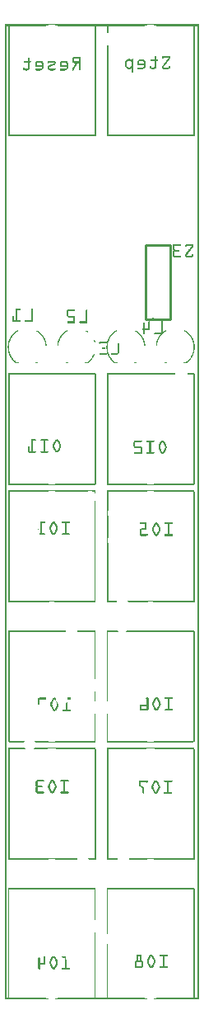
<source format=gbo>
G04 MADE WITH FRITZING*
G04 WWW.FRITZING.ORG*
G04 DOUBLE SIDED*
G04 HOLES PLATED*
G04 CONTOUR ON CENTER OF CONTOUR VECTOR*
%ASAXBY*%
%FSLAX23Y23*%
%MOIN*%
%OFA0B0*%
%SFA1.0B1.0*%
%ADD10C,0.010000*%
%ADD11C,0.005000*%
%ADD12R,0.001000X0.001000*%
%LNSILK0*%
G90*
G70*
G54D10*
X571Y2751D02*
X571Y3051D01*
D02*
X571Y3051D02*
X671Y3051D01*
D02*
X671Y3051D02*
X671Y2751D01*
D02*
X671Y2751D02*
X571Y2751D01*
G54D11*
D02*
X16Y3936D02*
X16Y3492D01*
D02*
X365Y3936D02*
X365Y3492D01*
D02*
X765Y2053D02*
X765Y1609D01*
D02*
X765Y2085D02*
X765Y2529D01*
D02*
X416Y2085D02*
X416Y2529D01*
D02*
X416Y1013D02*
X416Y569D01*
D02*
X765Y1013D02*
X765Y569D01*
D02*
X765Y1045D02*
X765Y1489D01*
D02*
X765Y5D02*
X765Y449D01*
D02*
X16Y1013D02*
X16Y569D01*
D02*
X365Y1013D02*
X365Y569D01*
D02*
X16Y1045D02*
X16Y1489D01*
D02*
X16Y2053D02*
X16Y1609D01*
D02*
X365Y2085D02*
X365Y2529D01*
D02*
X16Y2085D02*
X16Y2529D01*
D02*
X765Y3492D02*
X416Y3492D01*
D02*
X765Y3936D02*
X765Y3492D01*
G54D12*
X0Y3941D02*
X786Y3941D01*
X0Y3940D02*
X786Y3940D01*
X0Y3939D02*
X181Y3939D01*
X199Y3939D02*
X581Y3939D01*
X599Y3939D02*
X786Y3939D01*
X0Y3938D02*
X176Y3938D01*
X204Y3938D02*
X576Y3938D01*
X604Y3938D02*
X786Y3938D01*
X0Y3937D02*
X172Y3937D01*
X208Y3937D02*
X572Y3937D01*
X608Y3937D02*
X786Y3937D01*
X0Y3936D02*
X169Y3936D01*
X211Y3936D02*
X569Y3936D01*
X611Y3936D02*
X786Y3936D01*
X0Y3935D02*
X166Y3935D01*
X213Y3935D02*
X566Y3935D01*
X613Y3935D02*
X786Y3935D01*
X0Y3934D02*
X164Y3934D01*
X216Y3934D02*
X564Y3934D01*
X615Y3934D02*
X786Y3934D01*
X0Y3933D02*
X7Y3933D01*
X414Y3933D02*
X418Y3933D01*
X779Y3933D02*
X786Y3933D01*
X0Y3932D02*
X7Y3932D01*
X414Y3932D02*
X418Y3932D01*
X779Y3932D02*
X786Y3932D01*
X0Y3931D02*
X7Y3931D01*
X414Y3931D02*
X418Y3931D01*
X779Y3931D02*
X786Y3931D01*
X0Y3930D02*
X7Y3930D01*
X414Y3930D02*
X418Y3930D01*
X779Y3930D02*
X786Y3930D01*
X0Y3929D02*
X7Y3929D01*
X414Y3929D02*
X418Y3929D01*
X779Y3929D02*
X786Y3929D01*
X0Y3928D02*
X7Y3928D01*
X414Y3928D02*
X418Y3928D01*
X779Y3928D02*
X786Y3928D01*
X0Y3927D02*
X7Y3927D01*
X414Y3927D02*
X418Y3927D01*
X779Y3927D02*
X786Y3927D01*
X0Y3926D02*
X7Y3926D01*
X414Y3926D02*
X418Y3926D01*
X779Y3926D02*
X786Y3926D01*
X0Y3925D02*
X7Y3925D01*
X414Y3925D02*
X418Y3925D01*
X779Y3925D02*
X786Y3925D01*
X0Y3924D02*
X7Y3924D01*
X414Y3924D02*
X418Y3924D01*
X779Y3924D02*
X786Y3924D01*
X0Y3923D02*
X7Y3923D01*
X414Y3923D02*
X418Y3923D01*
X779Y3923D02*
X786Y3923D01*
X0Y3922D02*
X7Y3922D01*
X414Y3922D02*
X418Y3922D01*
X779Y3922D02*
X786Y3922D01*
X0Y3921D02*
X7Y3921D01*
X414Y3921D02*
X418Y3921D01*
X779Y3921D02*
X786Y3921D01*
X0Y3920D02*
X7Y3920D01*
X414Y3920D02*
X418Y3920D01*
X779Y3920D02*
X786Y3920D01*
X0Y3919D02*
X7Y3919D01*
X414Y3919D02*
X418Y3919D01*
X779Y3919D02*
X786Y3919D01*
X0Y3918D02*
X7Y3918D01*
X414Y3918D02*
X418Y3918D01*
X779Y3918D02*
X786Y3918D01*
X0Y3917D02*
X7Y3917D01*
X414Y3917D02*
X418Y3917D01*
X779Y3917D02*
X786Y3917D01*
X0Y3916D02*
X7Y3916D01*
X414Y3916D02*
X418Y3916D01*
X779Y3916D02*
X786Y3916D01*
X0Y3915D02*
X7Y3915D01*
X414Y3915D02*
X418Y3915D01*
X779Y3915D02*
X786Y3915D01*
X0Y3914D02*
X7Y3914D01*
X414Y3914D02*
X418Y3914D01*
X779Y3914D02*
X786Y3914D01*
X0Y3913D02*
X7Y3913D01*
X414Y3913D02*
X418Y3913D01*
X779Y3913D02*
X786Y3913D01*
X0Y3912D02*
X7Y3912D01*
X414Y3912D02*
X418Y3912D01*
X779Y3912D02*
X786Y3912D01*
X0Y3911D02*
X7Y3911D01*
X414Y3911D02*
X418Y3911D01*
X779Y3911D02*
X786Y3911D01*
X0Y3910D02*
X7Y3910D01*
X414Y3910D02*
X418Y3910D01*
X779Y3910D02*
X786Y3910D01*
X0Y3909D02*
X7Y3909D01*
X414Y3909D02*
X418Y3909D01*
X779Y3909D02*
X786Y3909D01*
X0Y3908D02*
X7Y3908D01*
X414Y3908D02*
X418Y3908D01*
X779Y3908D02*
X786Y3908D01*
X0Y3907D02*
X7Y3907D01*
X414Y3907D02*
X418Y3907D01*
X779Y3907D02*
X786Y3907D01*
X0Y3906D02*
X7Y3906D01*
X414Y3906D02*
X418Y3906D01*
X779Y3906D02*
X786Y3906D01*
X0Y3905D02*
X7Y3905D01*
X414Y3905D02*
X414Y3905D01*
X779Y3905D02*
X786Y3905D01*
X0Y3904D02*
X7Y3904D01*
X779Y3904D02*
X786Y3904D01*
X0Y3903D02*
X7Y3903D01*
X779Y3903D02*
X786Y3903D01*
X0Y3902D02*
X7Y3902D01*
X779Y3902D02*
X786Y3902D01*
X0Y3901D02*
X7Y3901D01*
X779Y3901D02*
X786Y3901D01*
X0Y3900D02*
X7Y3900D01*
X779Y3900D02*
X786Y3900D01*
X0Y3899D02*
X7Y3899D01*
X779Y3899D02*
X786Y3899D01*
X0Y3898D02*
X7Y3898D01*
X779Y3898D02*
X786Y3898D01*
X0Y3897D02*
X7Y3897D01*
X779Y3897D02*
X786Y3897D01*
X0Y3896D02*
X7Y3896D01*
X779Y3896D02*
X786Y3896D01*
X0Y3895D02*
X7Y3895D01*
X779Y3895D02*
X786Y3895D01*
X0Y3894D02*
X7Y3894D01*
X779Y3894D02*
X786Y3894D01*
X0Y3893D02*
X7Y3893D01*
X779Y3893D02*
X786Y3893D01*
X0Y3892D02*
X7Y3892D01*
X779Y3892D02*
X786Y3892D01*
X0Y3891D02*
X7Y3891D01*
X779Y3891D02*
X786Y3891D01*
X0Y3890D02*
X7Y3890D01*
X779Y3890D02*
X786Y3890D01*
X0Y3889D02*
X7Y3889D01*
X779Y3889D02*
X786Y3889D01*
X0Y3888D02*
X7Y3888D01*
X779Y3888D02*
X786Y3888D01*
X0Y3887D02*
X7Y3887D01*
X779Y3887D02*
X786Y3887D01*
X0Y3886D02*
X7Y3886D01*
X779Y3886D02*
X786Y3886D01*
X0Y3885D02*
X7Y3885D01*
X779Y3885D02*
X786Y3885D01*
X0Y3884D02*
X7Y3884D01*
X779Y3884D02*
X786Y3884D01*
X0Y3883D02*
X7Y3883D01*
X779Y3883D02*
X786Y3883D01*
X0Y3882D02*
X7Y3882D01*
X779Y3882D02*
X786Y3882D01*
X0Y3881D02*
X7Y3881D01*
X779Y3881D02*
X786Y3881D01*
X0Y3880D02*
X7Y3880D01*
X779Y3880D02*
X786Y3880D01*
X0Y3879D02*
X7Y3879D01*
X779Y3879D02*
X786Y3879D01*
X0Y3878D02*
X7Y3878D01*
X779Y3878D02*
X786Y3878D01*
X0Y3877D02*
X7Y3877D01*
X779Y3877D02*
X786Y3877D01*
X0Y3876D02*
X7Y3876D01*
X779Y3876D02*
X786Y3876D01*
X0Y3875D02*
X7Y3875D01*
X779Y3875D02*
X786Y3875D01*
X0Y3874D02*
X7Y3874D01*
X779Y3874D02*
X786Y3874D01*
X0Y3873D02*
X7Y3873D01*
X779Y3873D02*
X786Y3873D01*
X0Y3872D02*
X7Y3872D01*
X779Y3872D02*
X786Y3872D01*
X0Y3871D02*
X7Y3871D01*
X779Y3871D02*
X786Y3871D01*
X0Y3870D02*
X7Y3870D01*
X779Y3870D02*
X786Y3870D01*
X0Y3869D02*
X7Y3869D01*
X779Y3869D02*
X786Y3869D01*
X0Y3868D02*
X7Y3868D01*
X779Y3868D02*
X786Y3868D01*
X0Y3867D02*
X7Y3867D01*
X779Y3867D02*
X786Y3867D01*
X0Y3866D02*
X7Y3866D01*
X779Y3866D02*
X786Y3866D01*
X0Y3865D02*
X7Y3865D01*
X779Y3865D02*
X786Y3865D01*
X0Y3864D02*
X7Y3864D01*
X779Y3864D02*
X786Y3864D01*
X0Y3863D02*
X7Y3863D01*
X779Y3863D02*
X786Y3863D01*
X0Y3862D02*
X7Y3862D01*
X779Y3862D02*
X786Y3862D01*
X0Y3861D02*
X7Y3861D01*
X779Y3861D02*
X786Y3861D01*
X0Y3860D02*
X7Y3860D01*
X779Y3860D02*
X786Y3860D01*
X0Y3859D02*
X7Y3859D01*
X779Y3859D02*
X786Y3859D01*
X0Y3858D02*
X7Y3858D01*
X779Y3858D02*
X786Y3858D01*
X0Y3857D02*
X7Y3857D01*
X414Y3857D02*
X415Y3857D01*
X779Y3857D02*
X786Y3857D01*
X0Y3856D02*
X7Y3856D01*
X414Y3856D02*
X418Y3856D01*
X779Y3856D02*
X786Y3856D01*
X0Y3855D02*
X7Y3855D01*
X414Y3855D02*
X418Y3855D01*
X779Y3855D02*
X786Y3855D01*
X0Y3854D02*
X7Y3854D01*
X414Y3854D02*
X418Y3854D01*
X779Y3854D02*
X786Y3854D01*
X0Y3853D02*
X7Y3853D01*
X414Y3853D02*
X418Y3853D01*
X779Y3853D02*
X786Y3853D01*
X0Y3852D02*
X7Y3852D01*
X414Y3852D02*
X418Y3852D01*
X779Y3852D02*
X786Y3852D01*
X0Y3851D02*
X7Y3851D01*
X414Y3851D02*
X418Y3851D01*
X779Y3851D02*
X786Y3851D01*
X0Y3850D02*
X7Y3850D01*
X414Y3850D02*
X418Y3850D01*
X779Y3850D02*
X786Y3850D01*
X0Y3849D02*
X7Y3849D01*
X414Y3849D02*
X418Y3849D01*
X779Y3849D02*
X786Y3849D01*
X0Y3848D02*
X7Y3848D01*
X414Y3848D02*
X418Y3848D01*
X779Y3848D02*
X786Y3848D01*
X0Y3847D02*
X7Y3847D01*
X414Y3847D02*
X418Y3847D01*
X779Y3847D02*
X786Y3847D01*
X0Y3846D02*
X7Y3846D01*
X414Y3846D02*
X418Y3846D01*
X779Y3846D02*
X786Y3846D01*
X0Y3845D02*
X7Y3845D01*
X414Y3845D02*
X418Y3845D01*
X779Y3845D02*
X786Y3845D01*
X0Y3844D02*
X7Y3844D01*
X414Y3844D02*
X418Y3844D01*
X779Y3844D02*
X786Y3844D01*
X0Y3843D02*
X7Y3843D01*
X414Y3843D02*
X418Y3843D01*
X779Y3843D02*
X786Y3843D01*
X0Y3842D02*
X7Y3842D01*
X414Y3842D02*
X418Y3842D01*
X779Y3842D02*
X786Y3842D01*
X0Y3841D02*
X7Y3841D01*
X414Y3841D02*
X418Y3841D01*
X779Y3841D02*
X786Y3841D01*
X0Y3840D02*
X7Y3840D01*
X414Y3840D02*
X418Y3840D01*
X779Y3840D02*
X786Y3840D01*
X0Y3839D02*
X7Y3839D01*
X414Y3839D02*
X418Y3839D01*
X779Y3839D02*
X786Y3839D01*
X0Y3838D02*
X7Y3838D01*
X414Y3838D02*
X418Y3838D01*
X779Y3838D02*
X786Y3838D01*
X0Y3837D02*
X7Y3837D01*
X414Y3837D02*
X418Y3837D01*
X779Y3837D02*
X786Y3837D01*
X0Y3836D02*
X7Y3836D01*
X414Y3836D02*
X418Y3836D01*
X779Y3836D02*
X786Y3836D01*
X0Y3835D02*
X7Y3835D01*
X414Y3835D02*
X418Y3835D01*
X779Y3835D02*
X786Y3835D01*
X0Y3834D02*
X7Y3834D01*
X414Y3834D02*
X418Y3834D01*
X779Y3834D02*
X786Y3834D01*
X0Y3833D02*
X7Y3833D01*
X414Y3833D02*
X418Y3833D01*
X779Y3833D02*
X786Y3833D01*
X0Y3832D02*
X7Y3832D01*
X414Y3832D02*
X418Y3832D01*
X779Y3832D02*
X786Y3832D01*
X0Y3831D02*
X7Y3831D01*
X414Y3831D02*
X418Y3831D01*
X779Y3831D02*
X786Y3831D01*
X0Y3830D02*
X7Y3830D01*
X414Y3830D02*
X418Y3830D01*
X779Y3830D02*
X786Y3830D01*
X0Y3829D02*
X7Y3829D01*
X414Y3829D02*
X418Y3829D01*
X779Y3829D02*
X786Y3829D01*
X0Y3828D02*
X7Y3828D01*
X414Y3828D02*
X418Y3828D01*
X779Y3828D02*
X786Y3828D01*
X0Y3827D02*
X7Y3827D01*
X414Y3827D02*
X418Y3827D01*
X779Y3827D02*
X786Y3827D01*
X0Y3826D02*
X7Y3826D01*
X414Y3826D02*
X418Y3826D01*
X779Y3826D02*
X786Y3826D01*
X0Y3825D02*
X7Y3825D01*
X414Y3825D02*
X418Y3825D01*
X779Y3825D02*
X786Y3825D01*
X0Y3824D02*
X7Y3824D01*
X414Y3824D02*
X418Y3824D01*
X779Y3824D02*
X786Y3824D01*
X0Y3823D02*
X7Y3823D01*
X414Y3823D02*
X418Y3823D01*
X779Y3823D02*
X786Y3823D01*
X0Y3822D02*
X7Y3822D01*
X414Y3822D02*
X418Y3822D01*
X779Y3822D02*
X786Y3822D01*
X0Y3821D02*
X7Y3821D01*
X414Y3821D02*
X418Y3821D01*
X779Y3821D02*
X786Y3821D01*
X0Y3820D02*
X7Y3820D01*
X414Y3820D02*
X418Y3820D01*
X779Y3820D02*
X786Y3820D01*
X0Y3819D02*
X7Y3819D01*
X414Y3819D02*
X418Y3819D01*
X779Y3819D02*
X786Y3819D01*
X0Y3818D02*
X7Y3818D01*
X414Y3818D02*
X418Y3818D01*
X779Y3818D02*
X786Y3818D01*
X0Y3817D02*
X7Y3817D01*
X414Y3817D02*
X418Y3817D01*
X779Y3817D02*
X786Y3817D01*
X0Y3816D02*
X7Y3816D01*
X414Y3816D02*
X418Y3816D01*
X779Y3816D02*
X786Y3816D01*
X0Y3815D02*
X7Y3815D01*
X414Y3815D02*
X418Y3815D01*
X779Y3815D02*
X786Y3815D01*
X0Y3814D02*
X7Y3814D01*
X414Y3814D02*
X418Y3814D01*
X642Y3814D02*
X665Y3814D01*
X779Y3814D02*
X786Y3814D01*
X0Y3813D02*
X7Y3813D01*
X414Y3813D02*
X418Y3813D01*
X640Y3813D02*
X666Y3813D01*
X779Y3813D02*
X786Y3813D01*
X0Y3812D02*
X7Y3812D01*
X414Y3812D02*
X418Y3812D01*
X639Y3812D02*
X668Y3812D01*
X779Y3812D02*
X786Y3812D01*
X0Y3811D02*
X7Y3811D01*
X414Y3811D02*
X418Y3811D01*
X608Y3811D02*
X611Y3811D01*
X638Y3811D02*
X668Y3811D01*
X779Y3811D02*
X786Y3811D01*
X0Y3810D02*
X7Y3810D01*
X414Y3810D02*
X418Y3810D01*
X607Y3810D02*
X612Y3810D01*
X637Y3810D02*
X669Y3810D01*
X779Y3810D02*
X786Y3810D01*
X0Y3809D02*
X7Y3809D01*
X282Y3809D02*
X305Y3809D01*
X414Y3809D02*
X418Y3809D01*
X607Y3809D02*
X613Y3809D01*
X637Y3809D02*
X669Y3809D01*
X779Y3809D02*
X786Y3809D01*
X0Y3808D02*
X7Y3808D01*
X278Y3808D02*
X306Y3808D01*
X414Y3808D02*
X418Y3808D01*
X607Y3808D02*
X613Y3808D01*
X637Y3808D02*
X670Y3808D01*
X779Y3808D02*
X786Y3808D01*
X0Y3807D02*
X7Y3807D01*
X277Y3807D02*
X306Y3807D01*
X414Y3807D02*
X418Y3807D01*
X607Y3807D02*
X613Y3807D01*
X636Y3807D02*
X643Y3807D01*
X664Y3807D02*
X670Y3807D01*
X779Y3807D02*
X786Y3807D01*
X0Y3806D02*
X7Y3806D01*
X96Y3806D02*
X96Y3806D01*
X275Y3806D02*
X306Y3806D01*
X414Y3806D02*
X418Y3806D01*
X607Y3806D02*
X613Y3806D01*
X636Y3806D02*
X642Y3806D01*
X663Y3806D02*
X670Y3806D01*
X779Y3806D02*
X786Y3806D01*
X0Y3805D02*
X7Y3805D01*
X94Y3805D02*
X98Y3805D01*
X275Y3805D02*
X306Y3805D01*
X414Y3805D02*
X418Y3805D01*
X607Y3805D02*
X613Y3805D01*
X636Y3805D02*
X642Y3805D01*
X663Y3805D02*
X669Y3805D01*
X779Y3805D02*
X786Y3805D01*
X0Y3804D02*
X7Y3804D01*
X93Y3804D02*
X99Y3804D01*
X274Y3804D02*
X306Y3804D01*
X414Y3804D02*
X418Y3804D01*
X607Y3804D02*
X613Y3804D01*
X636Y3804D02*
X642Y3804D01*
X662Y3804D02*
X669Y3804D01*
X779Y3804D02*
X786Y3804D01*
X0Y3803D02*
X7Y3803D01*
X93Y3803D02*
X99Y3803D01*
X273Y3803D02*
X306Y3803D01*
X414Y3803D02*
X418Y3803D01*
X607Y3803D02*
X613Y3803D01*
X637Y3803D02*
X641Y3803D01*
X661Y3803D02*
X669Y3803D01*
X779Y3803D02*
X786Y3803D01*
X0Y3802D02*
X7Y3802D01*
X93Y3802D02*
X99Y3802D01*
X273Y3802D02*
X281Y3802D01*
X299Y3802D02*
X306Y3802D01*
X414Y3802D02*
X418Y3802D01*
X607Y3802D02*
X613Y3802D01*
X638Y3802D02*
X640Y3802D01*
X660Y3802D02*
X668Y3802D01*
X779Y3802D02*
X786Y3802D01*
X0Y3801D02*
X7Y3801D01*
X93Y3801D02*
X99Y3801D01*
X273Y3801D02*
X279Y3801D01*
X300Y3801D02*
X306Y3801D01*
X414Y3801D02*
X418Y3801D01*
X500Y3801D02*
X506Y3801D01*
X516Y3801D02*
X518Y3801D01*
X607Y3801D02*
X613Y3801D01*
X659Y3801D02*
X667Y3801D01*
X779Y3801D02*
X786Y3801D01*
X0Y3800D02*
X7Y3800D01*
X93Y3800D02*
X99Y3800D01*
X272Y3800D02*
X279Y3800D01*
X300Y3800D02*
X306Y3800D01*
X414Y3800D02*
X418Y3800D01*
X498Y3800D02*
X508Y3800D01*
X515Y3800D02*
X519Y3800D01*
X606Y3800D02*
X613Y3800D01*
X659Y3800D02*
X667Y3800D01*
X779Y3800D02*
X786Y3800D01*
X0Y3799D02*
X7Y3799D01*
X93Y3799D02*
X99Y3799D01*
X272Y3799D02*
X278Y3799D01*
X300Y3799D02*
X306Y3799D01*
X414Y3799D02*
X418Y3799D01*
X496Y3799D02*
X510Y3799D01*
X514Y3799D02*
X519Y3799D01*
X545Y3799D02*
X561Y3799D01*
X591Y3799D02*
X618Y3799D01*
X658Y3799D02*
X666Y3799D01*
X779Y3799D02*
X786Y3799D01*
X0Y3798D02*
X7Y3798D01*
X93Y3798D02*
X99Y3798D01*
X272Y3798D02*
X278Y3798D01*
X300Y3798D02*
X306Y3798D01*
X414Y3798D02*
X418Y3798D01*
X495Y3798D02*
X511Y3798D01*
X514Y3798D02*
X520Y3798D01*
X543Y3798D02*
X563Y3798D01*
X590Y3798D02*
X619Y3798D01*
X657Y3798D02*
X665Y3798D01*
X779Y3798D02*
X786Y3798D01*
X0Y3797D02*
X7Y3797D01*
X93Y3797D02*
X99Y3797D01*
X272Y3797D02*
X278Y3797D01*
X300Y3797D02*
X306Y3797D01*
X414Y3797D02*
X418Y3797D01*
X494Y3797D02*
X512Y3797D01*
X514Y3797D02*
X520Y3797D01*
X542Y3797D02*
X564Y3797D01*
X590Y3797D02*
X620Y3797D01*
X656Y3797D02*
X664Y3797D01*
X779Y3797D02*
X786Y3797D01*
X0Y3796D02*
X7Y3796D01*
X93Y3796D02*
X99Y3796D01*
X272Y3796D02*
X278Y3796D01*
X300Y3796D02*
X306Y3796D01*
X414Y3796D02*
X418Y3796D01*
X492Y3796D02*
X520Y3796D01*
X541Y3796D02*
X565Y3796D01*
X590Y3796D02*
X620Y3796D01*
X656Y3796D02*
X663Y3796D01*
X779Y3796D02*
X786Y3796D01*
X0Y3795D02*
X7Y3795D01*
X93Y3795D02*
X99Y3795D01*
X272Y3795D02*
X278Y3795D01*
X300Y3795D02*
X306Y3795D01*
X414Y3795D02*
X418Y3795D01*
X491Y3795D02*
X520Y3795D01*
X540Y3795D02*
X566Y3795D01*
X590Y3795D02*
X619Y3795D01*
X655Y3795D02*
X663Y3795D01*
X779Y3795D02*
X786Y3795D01*
X0Y3794D02*
X7Y3794D01*
X78Y3794D02*
X104Y3794D01*
X133Y3794D02*
X146Y3794D01*
X180Y3794D02*
X199Y3794D01*
X232Y3794D02*
X246Y3794D01*
X272Y3794D02*
X278Y3794D01*
X300Y3794D02*
X306Y3794D01*
X414Y3794D02*
X418Y3794D01*
X490Y3794D02*
X500Y3794D01*
X505Y3794D02*
X520Y3794D01*
X539Y3794D02*
X567Y3794D01*
X591Y3794D02*
X619Y3794D01*
X654Y3794D02*
X662Y3794D01*
X779Y3794D02*
X786Y3794D01*
X0Y3793D02*
X7Y3793D01*
X77Y3793D02*
X105Y3793D01*
X130Y3793D02*
X148Y3793D01*
X177Y3793D02*
X201Y3793D01*
X230Y3793D02*
X248Y3793D01*
X272Y3793D02*
X279Y3793D01*
X300Y3793D02*
X306Y3793D01*
X414Y3793D02*
X418Y3793D01*
X489Y3793D02*
X499Y3793D01*
X507Y3793D02*
X520Y3793D01*
X538Y3793D02*
X568Y3793D01*
X593Y3793D02*
X617Y3793D01*
X653Y3793D02*
X661Y3793D01*
X779Y3793D02*
X786Y3793D01*
X0Y3792D02*
X7Y3792D01*
X76Y3792D02*
X106Y3792D01*
X129Y3792D02*
X149Y3792D01*
X176Y3792D02*
X202Y3792D01*
X229Y3792D02*
X249Y3792D01*
X273Y3792D02*
X280Y3792D01*
X300Y3792D02*
X306Y3792D01*
X414Y3792D02*
X418Y3792D01*
X488Y3792D02*
X498Y3792D01*
X508Y3792D02*
X520Y3792D01*
X537Y3792D02*
X546Y3792D01*
X560Y3792D02*
X568Y3792D01*
X607Y3792D02*
X613Y3792D01*
X652Y3792D02*
X660Y3792D01*
X779Y3792D02*
X786Y3792D01*
X0Y3791D02*
X7Y3791D01*
X76Y3791D02*
X106Y3791D01*
X127Y3791D02*
X151Y3791D01*
X175Y3791D02*
X203Y3791D01*
X227Y3791D02*
X251Y3791D01*
X273Y3791D02*
X306Y3791D01*
X414Y3791D02*
X418Y3791D01*
X488Y3791D02*
X496Y3791D01*
X509Y3791D02*
X520Y3791D01*
X537Y3791D02*
X544Y3791D01*
X561Y3791D02*
X569Y3791D01*
X607Y3791D02*
X613Y3791D01*
X652Y3791D02*
X660Y3791D01*
X779Y3791D02*
X786Y3791D01*
X0Y3790D02*
X7Y3790D01*
X76Y3790D02*
X106Y3790D01*
X126Y3790D02*
X152Y3790D01*
X174Y3790D02*
X204Y3790D01*
X226Y3790D02*
X252Y3790D01*
X273Y3790D02*
X306Y3790D01*
X414Y3790D02*
X418Y3790D01*
X487Y3790D02*
X495Y3790D01*
X510Y3790D02*
X520Y3790D01*
X536Y3790D02*
X543Y3790D01*
X562Y3790D02*
X569Y3790D01*
X607Y3790D02*
X613Y3790D01*
X651Y3790D02*
X659Y3790D01*
X779Y3790D02*
X786Y3790D01*
X0Y3789D02*
X7Y3789D01*
X76Y3789D02*
X105Y3789D01*
X125Y3789D02*
X153Y3789D01*
X173Y3789D02*
X204Y3789D01*
X225Y3789D02*
X253Y3789D01*
X274Y3789D02*
X306Y3789D01*
X414Y3789D02*
X418Y3789D01*
X487Y3789D02*
X494Y3789D01*
X511Y3789D02*
X520Y3789D01*
X536Y3789D02*
X543Y3789D01*
X563Y3789D02*
X569Y3789D01*
X607Y3789D02*
X613Y3789D01*
X650Y3789D02*
X658Y3789D01*
X779Y3789D02*
X786Y3789D01*
X0Y3788D02*
X7Y3788D01*
X77Y3788D02*
X104Y3788D01*
X124Y3788D02*
X154Y3788D01*
X173Y3788D02*
X205Y3788D01*
X224Y3788D02*
X254Y3788D01*
X275Y3788D02*
X306Y3788D01*
X414Y3788D02*
X418Y3788D01*
X486Y3788D02*
X493Y3788D01*
X512Y3788D02*
X520Y3788D01*
X536Y3788D02*
X542Y3788D01*
X564Y3788D02*
X570Y3788D01*
X607Y3788D02*
X613Y3788D01*
X649Y3788D02*
X657Y3788D01*
X779Y3788D02*
X786Y3788D01*
X0Y3787D02*
X7Y3787D01*
X93Y3787D02*
X99Y3787D01*
X124Y3787D02*
X133Y3787D01*
X145Y3787D02*
X154Y3787D01*
X173Y3787D02*
X180Y3787D01*
X198Y3787D02*
X205Y3787D01*
X224Y3787D02*
X233Y3787D01*
X245Y3787D02*
X254Y3787D01*
X276Y3787D02*
X306Y3787D01*
X414Y3787D02*
X418Y3787D01*
X486Y3787D02*
X492Y3787D01*
X513Y3787D02*
X520Y3787D01*
X536Y3787D02*
X542Y3787D01*
X564Y3787D02*
X570Y3787D01*
X607Y3787D02*
X613Y3787D01*
X649Y3787D02*
X657Y3787D01*
X779Y3787D02*
X786Y3787D01*
X0Y3786D02*
X7Y3786D01*
X93Y3786D02*
X99Y3786D01*
X123Y3786D02*
X131Y3786D01*
X147Y3786D02*
X155Y3786D01*
X174Y3786D02*
X179Y3786D01*
X199Y3786D02*
X205Y3786D01*
X223Y3786D02*
X231Y3786D01*
X247Y3786D02*
X255Y3786D01*
X277Y3786D02*
X306Y3786D01*
X414Y3786D02*
X418Y3786D01*
X486Y3786D02*
X492Y3786D01*
X513Y3786D02*
X520Y3786D01*
X536Y3786D02*
X542Y3786D01*
X564Y3786D02*
X570Y3786D01*
X607Y3786D02*
X613Y3786D01*
X648Y3786D02*
X656Y3786D01*
X779Y3786D02*
X786Y3786D01*
X0Y3785D02*
X7Y3785D01*
X93Y3785D02*
X99Y3785D01*
X123Y3785D02*
X130Y3785D01*
X148Y3785D02*
X155Y3785D01*
X175Y3785D02*
X177Y3785D01*
X199Y3785D02*
X205Y3785D01*
X223Y3785D02*
X230Y3785D01*
X248Y3785D02*
X255Y3785D01*
X279Y3785D02*
X306Y3785D01*
X414Y3785D02*
X418Y3785D01*
X486Y3785D02*
X492Y3785D01*
X514Y3785D02*
X520Y3785D01*
X536Y3785D02*
X542Y3785D01*
X564Y3785D02*
X570Y3785D01*
X607Y3785D02*
X613Y3785D01*
X647Y3785D02*
X655Y3785D01*
X779Y3785D02*
X786Y3785D01*
X0Y3784D02*
X7Y3784D01*
X93Y3784D02*
X99Y3784D01*
X123Y3784D02*
X129Y3784D01*
X149Y3784D02*
X156Y3784D01*
X198Y3784D02*
X205Y3784D01*
X222Y3784D02*
X229Y3784D01*
X249Y3784D02*
X256Y3784D01*
X286Y3784D02*
X294Y3784D01*
X300Y3784D02*
X306Y3784D01*
X414Y3784D02*
X418Y3784D01*
X486Y3784D02*
X492Y3784D01*
X514Y3784D02*
X520Y3784D01*
X536Y3784D02*
X542Y3784D01*
X564Y3784D02*
X570Y3784D01*
X607Y3784D02*
X613Y3784D01*
X646Y3784D02*
X654Y3784D01*
X779Y3784D02*
X786Y3784D01*
X0Y3783D02*
X7Y3783D01*
X93Y3783D02*
X99Y3783D01*
X122Y3783D02*
X129Y3783D01*
X150Y3783D02*
X156Y3783D01*
X196Y3783D02*
X205Y3783D01*
X222Y3783D02*
X229Y3783D01*
X250Y3783D02*
X256Y3783D01*
X286Y3783D02*
X293Y3783D01*
X300Y3783D02*
X306Y3783D01*
X414Y3783D02*
X418Y3783D01*
X486Y3783D02*
X492Y3783D01*
X514Y3783D02*
X520Y3783D01*
X536Y3783D02*
X542Y3783D01*
X564Y3783D02*
X570Y3783D01*
X607Y3783D02*
X613Y3783D01*
X645Y3783D02*
X653Y3783D01*
X779Y3783D02*
X786Y3783D01*
X0Y3782D02*
X7Y3782D01*
X93Y3782D02*
X99Y3782D01*
X122Y3782D02*
X128Y3782D01*
X150Y3782D02*
X156Y3782D01*
X194Y3782D02*
X204Y3782D01*
X222Y3782D02*
X228Y3782D01*
X250Y3782D02*
X256Y3782D01*
X285Y3782D02*
X293Y3782D01*
X300Y3782D02*
X306Y3782D01*
X414Y3782D02*
X418Y3782D01*
X486Y3782D02*
X492Y3782D01*
X514Y3782D02*
X520Y3782D01*
X536Y3782D02*
X570Y3782D01*
X607Y3782D02*
X613Y3782D01*
X645Y3782D02*
X653Y3782D01*
X779Y3782D02*
X786Y3782D01*
X0Y3781D02*
X7Y3781D01*
X93Y3781D02*
X99Y3781D01*
X122Y3781D02*
X128Y3781D01*
X150Y3781D02*
X156Y3781D01*
X192Y3781D02*
X204Y3781D01*
X222Y3781D02*
X228Y3781D01*
X250Y3781D02*
X256Y3781D01*
X285Y3781D02*
X292Y3781D01*
X300Y3781D02*
X306Y3781D01*
X414Y3781D02*
X418Y3781D01*
X486Y3781D02*
X492Y3781D01*
X514Y3781D02*
X520Y3781D01*
X536Y3781D02*
X570Y3781D01*
X607Y3781D02*
X613Y3781D01*
X644Y3781D02*
X652Y3781D01*
X779Y3781D02*
X786Y3781D01*
X0Y3780D02*
X7Y3780D01*
X93Y3780D02*
X99Y3780D01*
X122Y3780D02*
X128Y3780D01*
X150Y3780D02*
X156Y3780D01*
X189Y3780D02*
X203Y3780D01*
X222Y3780D02*
X228Y3780D01*
X250Y3780D02*
X256Y3780D01*
X284Y3780D02*
X291Y3780D01*
X300Y3780D02*
X306Y3780D01*
X414Y3780D02*
X418Y3780D01*
X486Y3780D02*
X492Y3780D01*
X514Y3780D02*
X520Y3780D01*
X536Y3780D02*
X570Y3780D01*
X607Y3780D02*
X613Y3780D01*
X643Y3780D02*
X651Y3780D01*
X779Y3780D02*
X786Y3780D01*
X0Y3779D02*
X7Y3779D01*
X93Y3779D02*
X99Y3779D01*
X122Y3779D02*
X128Y3779D01*
X150Y3779D02*
X156Y3779D01*
X187Y3779D02*
X202Y3779D01*
X222Y3779D02*
X228Y3779D01*
X250Y3779D02*
X256Y3779D01*
X284Y3779D02*
X291Y3779D01*
X300Y3779D02*
X306Y3779D01*
X414Y3779D02*
X418Y3779D01*
X486Y3779D02*
X492Y3779D01*
X514Y3779D02*
X520Y3779D01*
X536Y3779D02*
X570Y3779D01*
X607Y3779D02*
X613Y3779D01*
X642Y3779D02*
X650Y3779D01*
X779Y3779D02*
X786Y3779D01*
X0Y3778D02*
X7Y3778D01*
X93Y3778D02*
X99Y3778D01*
X122Y3778D02*
X128Y3778D01*
X150Y3778D02*
X156Y3778D01*
X185Y3778D02*
X201Y3778D01*
X222Y3778D02*
X228Y3778D01*
X250Y3778D02*
X256Y3778D01*
X283Y3778D02*
X290Y3778D01*
X300Y3778D02*
X306Y3778D01*
X414Y3778D02*
X418Y3778D01*
X486Y3778D02*
X492Y3778D01*
X514Y3778D02*
X520Y3778D01*
X536Y3778D02*
X570Y3778D01*
X607Y3778D02*
X613Y3778D01*
X642Y3778D02*
X650Y3778D01*
X779Y3778D02*
X786Y3778D01*
X0Y3777D02*
X7Y3777D01*
X93Y3777D02*
X99Y3777D01*
X122Y3777D02*
X128Y3777D01*
X150Y3777D02*
X156Y3777D01*
X182Y3777D02*
X199Y3777D01*
X222Y3777D02*
X228Y3777D01*
X250Y3777D02*
X256Y3777D01*
X282Y3777D02*
X290Y3777D01*
X300Y3777D02*
X306Y3777D01*
X414Y3777D02*
X418Y3777D01*
X486Y3777D02*
X492Y3777D01*
X514Y3777D02*
X520Y3777D01*
X537Y3777D02*
X570Y3777D01*
X607Y3777D02*
X613Y3777D01*
X641Y3777D02*
X649Y3777D01*
X779Y3777D02*
X786Y3777D01*
X0Y3776D02*
X7Y3776D01*
X93Y3776D02*
X99Y3776D01*
X122Y3776D02*
X156Y3776D01*
X180Y3776D02*
X197Y3776D01*
X222Y3776D02*
X256Y3776D01*
X282Y3776D02*
X289Y3776D01*
X300Y3776D02*
X306Y3776D01*
X414Y3776D02*
X418Y3776D01*
X486Y3776D02*
X492Y3776D01*
X514Y3776D02*
X520Y3776D01*
X537Y3776D02*
X570Y3776D01*
X607Y3776D02*
X613Y3776D01*
X640Y3776D02*
X648Y3776D01*
X779Y3776D02*
X786Y3776D01*
X0Y3775D02*
X7Y3775D01*
X93Y3775D02*
X99Y3775D01*
X122Y3775D02*
X156Y3775D01*
X178Y3775D02*
X194Y3775D01*
X222Y3775D02*
X256Y3775D01*
X281Y3775D02*
X288Y3775D01*
X300Y3775D02*
X306Y3775D01*
X414Y3775D02*
X418Y3775D01*
X486Y3775D02*
X492Y3775D01*
X514Y3775D02*
X520Y3775D01*
X563Y3775D02*
X570Y3775D01*
X607Y3775D02*
X613Y3775D01*
X639Y3775D02*
X647Y3775D01*
X779Y3775D02*
X786Y3775D01*
X0Y3774D02*
X7Y3774D01*
X93Y3774D02*
X99Y3774D01*
X122Y3774D02*
X156Y3774D01*
X177Y3774D02*
X192Y3774D01*
X222Y3774D02*
X256Y3774D01*
X281Y3774D02*
X288Y3774D01*
X300Y3774D02*
X306Y3774D01*
X414Y3774D02*
X418Y3774D01*
X486Y3774D02*
X492Y3774D01*
X513Y3774D02*
X520Y3774D01*
X564Y3774D02*
X570Y3774D01*
X607Y3774D02*
X613Y3774D01*
X638Y3774D02*
X646Y3774D01*
X779Y3774D02*
X786Y3774D01*
X0Y3773D02*
X7Y3773D01*
X93Y3773D02*
X99Y3773D01*
X122Y3773D02*
X156Y3773D01*
X176Y3773D02*
X190Y3773D01*
X222Y3773D02*
X256Y3773D01*
X280Y3773D02*
X287Y3773D01*
X300Y3773D02*
X306Y3773D01*
X414Y3773D02*
X418Y3773D01*
X486Y3773D02*
X493Y3773D01*
X513Y3773D02*
X520Y3773D01*
X564Y3773D02*
X570Y3773D01*
X588Y3773D02*
X590Y3773D01*
X607Y3773D02*
X613Y3773D01*
X638Y3773D02*
X646Y3773D01*
X666Y3773D02*
X668Y3773D01*
X779Y3773D02*
X786Y3773D01*
X0Y3772D02*
X7Y3772D01*
X93Y3772D02*
X99Y3772D01*
X123Y3772D02*
X156Y3772D01*
X175Y3772D02*
X188Y3772D01*
X222Y3772D02*
X256Y3772D01*
X280Y3772D02*
X287Y3772D01*
X300Y3772D02*
X306Y3772D01*
X414Y3772D02*
X418Y3772D01*
X486Y3772D02*
X493Y3772D01*
X512Y3772D02*
X520Y3772D01*
X563Y3772D02*
X570Y3772D01*
X587Y3772D02*
X591Y3772D01*
X607Y3772D02*
X613Y3772D01*
X637Y3772D02*
X645Y3772D01*
X664Y3772D02*
X669Y3772D01*
X779Y3772D02*
X786Y3772D01*
X0Y3771D02*
X7Y3771D01*
X93Y3771D02*
X99Y3771D01*
X123Y3771D02*
X156Y3771D01*
X174Y3771D02*
X185Y3771D01*
X223Y3771D02*
X256Y3771D01*
X279Y3771D02*
X286Y3771D01*
X300Y3771D02*
X306Y3771D01*
X414Y3771D02*
X418Y3771D01*
X487Y3771D02*
X494Y3771D01*
X510Y3771D02*
X520Y3771D01*
X563Y3771D02*
X569Y3771D01*
X586Y3771D02*
X592Y3771D01*
X607Y3771D02*
X613Y3771D01*
X637Y3771D02*
X644Y3771D01*
X664Y3771D02*
X669Y3771D01*
X779Y3771D02*
X786Y3771D01*
X0Y3770D02*
X7Y3770D01*
X93Y3770D02*
X99Y3770D01*
X124Y3770D02*
X156Y3770D01*
X173Y3770D02*
X183Y3770D01*
X224Y3770D02*
X256Y3770D01*
X278Y3770D02*
X286Y3770D01*
X300Y3770D02*
X306Y3770D01*
X414Y3770D02*
X418Y3770D01*
X487Y3770D02*
X496Y3770D01*
X510Y3770D02*
X520Y3770D01*
X562Y3770D02*
X569Y3770D01*
X586Y3770D02*
X592Y3770D01*
X607Y3770D02*
X613Y3770D01*
X636Y3770D02*
X643Y3770D01*
X664Y3770D02*
X670Y3770D01*
X779Y3770D02*
X786Y3770D01*
X0Y3769D02*
X7Y3769D01*
X93Y3769D02*
X99Y3769D01*
X150Y3769D02*
X156Y3769D01*
X173Y3769D02*
X181Y3769D01*
X250Y3769D02*
X256Y3769D01*
X278Y3769D02*
X285Y3769D01*
X300Y3769D02*
X306Y3769D01*
X414Y3769D02*
X418Y3769D01*
X488Y3769D02*
X497Y3769D01*
X509Y3769D02*
X520Y3769D01*
X561Y3769D02*
X569Y3769D01*
X586Y3769D02*
X593Y3769D01*
X606Y3769D02*
X613Y3769D01*
X636Y3769D02*
X643Y3769D01*
X663Y3769D02*
X670Y3769D01*
X779Y3769D02*
X786Y3769D01*
X0Y3768D02*
X7Y3768D01*
X93Y3768D02*
X99Y3768D01*
X150Y3768D02*
X156Y3768D01*
X173Y3768D02*
X179Y3768D01*
X250Y3768D02*
X256Y3768D01*
X277Y3768D02*
X284Y3768D01*
X300Y3768D02*
X306Y3768D01*
X414Y3768D02*
X418Y3768D01*
X489Y3768D02*
X498Y3768D01*
X508Y3768D02*
X520Y3768D01*
X559Y3768D02*
X568Y3768D01*
X586Y3768D02*
X594Y3768D01*
X605Y3768D02*
X612Y3768D01*
X636Y3768D02*
X642Y3768D01*
X663Y3768D02*
X669Y3768D01*
X779Y3768D02*
X786Y3768D01*
X0Y3767D02*
X7Y3767D01*
X74Y3767D02*
X77Y3767D01*
X93Y3767D02*
X99Y3767D01*
X150Y3767D02*
X156Y3767D01*
X172Y3767D02*
X179Y3767D01*
X250Y3767D02*
X256Y3767D01*
X277Y3767D02*
X284Y3767D01*
X300Y3767D02*
X306Y3767D01*
X414Y3767D02*
X418Y3767D01*
X489Y3767D02*
X499Y3767D01*
X506Y3767D02*
X520Y3767D01*
X538Y3767D02*
X568Y3767D01*
X587Y3767D02*
X612Y3767D01*
X636Y3767D02*
X669Y3767D01*
X779Y3767D02*
X786Y3767D01*
X0Y3766D02*
X7Y3766D01*
X73Y3766D02*
X78Y3766D01*
X93Y3766D02*
X99Y3766D01*
X149Y3766D02*
X156Y3766D01*
X172Y3766D02*
X179Y3766D01*
X249Y3766D02*
X256Y3766D01*
X276Y3766D02*
X283Y3766D01*
X300Y3766D02*
X306Y3766D01*
X414Y3766D02*
X418Y3766D01*
X491Y3766D02*
X520Y3766D01*
X537Y3766D02*
X567Y3766D01*
X587Y3766D02*
X612Y3766D01*
X637Y3766D02*
X669Y3766D01*
X779Y3766D02*
X786Y3766D01*
X0Y3765D02*
X7Y3765D01*
X72Y3765D02*
X78Y3765D01*
X93Y3765D02*
X99Y3765D01*
X149Y3765D02*
X156Y3765D01*
X172Y3765D02*
X179Y3765D01*
X249Y3765D02*
X256Y3765D01*
X275Y3765D02*
X283Y3765D01*
X300Y3765D02*
X306Y3765D01*
X414Y3765D02*
X418Y3765D01*
X492Y3765D02*
X520Y3765D01*
X536Y3765D02*
X566Y3765D01*
X588Y3765D02*
X611Y3765D01*
X637Y3765D02*
X668Y3765D01*
X779Y3765D02*
X786Y3765D01*
X0Y3764D02*
X7Y3764D01*
X72Y3764D02*
X79Y3764D01*
X93Y3764D02*
X99Y3764D01*
X148Y3764D02*
X155Y3764D01*
X172Y3764D02*
X179Y3764D01*
X201Y3764D02*
X205Y3764D01*
X248Y3764D02*
X255Y3764D01*
X275Y3764D02*
X282Y3764D01*
X300Y3764D02*
X306Y3764D01*
X414Y3764D02*
X418Y3764D01*
X493Y3764D02*
X520Y3764D01*
X536Y3764D02*
X565Y3764D01*
X589Y3764D02*
X610Y3764D01*
X637Y3764D02*
X667Y3764D01*
X779Y3764D02*
X786Y3764D01*
X0Y3763D02*
X7Y3763D01*
X73Y3763D02*
X79Y3763D01*
X92Y3763D02*
X99Y3763D01*
X146Y3763D02*
X155Y3763D01*
X173Y3763D02*
X180Y3763D01*
X199Y3763D02*
X205Y3763D01*
X246Y3763D02*
X255Y3763D01*
X274Y3763D02*
X281Y3763D01*
X300Y3763D02*
X306Y3763D01*
X414Y3763D02*
X418Y3763D01*
X494Y3763D02*
X511Y3763D01*
X514Y3763D02*
X520Y3763D01*
X536Y3763D02*
X564Y3763D01*
X590Y3763D02*
X609Y3763D01*
X638Y3763D02*
X667Y3763D01*
X779Y3763D02*
X786Y3763D01*
X0Y3762D02*
X7Y3762D01*
X73Y3762D02*
X81Y3762D01*
X90Y3762D02*
X98Y3762D01*
X144Y3762D02*
X154Y3762D01*
X173Y3762D02*
X182Y3762D01*
X197Y3762D02*
X206Y3762D01*
X244Y3762D02*
X254Y3762D01*
X274Y3762D02*
X281Y3762D01*
X300Y3762D02*
X306Y3762D01*
X414Y3762D02*
X418Y3762D01*
X495Y3762D02*
X510Y3762D01*
X514Y3762D02*
X520Y3762D01*
X537Y3762D02*
X562Y3762D01*
X591Y3762D02*
X608Y3762D01*
X639Y3762D02*
X665Y3762D01*
X779Y3762D02*
X786Y3762D01*
X0Y3761D02*
X7Y3761D01*
X73Y3761D02*
X98Y3761D01*
X124Y3761D02*
X154Y3761D01*
X173Y3761D02*
X206Y3761D01*
X223Y3761D02*
X254Y3761D01*
X273Y3761D02*
X280Y3761D01*
X300Y3761D02*
X306Y3761D01*
X414Y3761D02*
X418Y3761D01*
X496Y3761D02*
X509Y3761D01*
X514Y3761D02*
X520Y3761D01*
X538Y3761D02*
X560Y3761D01*
X593Y3761D02*
X606Y3761D01*
X641Y3761D02*
X663Y3761D01*
X779Y3761D02*
X786Y3761D01*
X0Y3760D02*
X7Y3760D01*
X74Y3760D02*
X97Y3760D01*
X123Y3760D02*
X153Y3760D01*
X174Y3760D02*
X205Y3760D01*
X223Y3760D02*
X253Y3760D01*
X273Y3760D02*
X280Y3760D01*
X300Y3760D02*
X306Y3760D01*
X414Y3760D02*
X418Y3760D01*
X498Y3760D02*
X507Y3760D01*
X514Y3760D02*
X520Y3760D01*
X779Y3760D02*
X786Y3760D01*
X0Y3759D02*
X7Y3759D01*
X75Y3759D02*
X97Y3759D01*
X122Y3759D02*
X152Y3759D01*
X175Y3759D02*
X205Y3759D01*
X222Y3759D02*
X252Y3759D01*
X272Y3759D02*
X279Y3759D01*
X300Y3759D02*
X306Y3759D01*
X414Y3759D02*
X418Y3759D01*
X503Y3759D02*
X503Y3759D01*
X514Y3759D02*
X520Y3759D01*
X779Y3759D02*
X786Y3759D01*
X0Y3758D02*
X7Y3758D01*
X75Y3758D02*
X96Y3758D01*
X122Y3758D02*
X150Y3758D01*
X176Y3758D02*
X204Y3758D01*
X222Y3758D02*
X250Y3758D01*
X272Y3758D02*
X279Y3758D01*
X300Y3758D02*
X306Y3758D01*
X414Y3758D02*
X418Y3758D01*
X514Y3758D02*
X520Y3758D01*
X779Y3758D02*
X786Y3758D01*
X0Y3757D02*
X7Y3757D01*
X77Y3757D02*
X95Y3757D01*
X123Y3757D02*
X149Y3757D01*
X177Y3757D02*
X202Y3757D01*
X223Y3757D02*
X249Y3757D01*
X273Y3757D02*
X278Y3757D01*
X300Y3757D02*
X305Y3757D01*
X414Y3757D02*
X418Y3757D01*
X514Y3757D02*
X520Y3757D01*
X779Y3757D02*
X786Y3757D01*
X0Y3756D02*
X7Y3756D01*
X78Y3756D02*
X93Y3756D01*
X123Y3756D02*
X148Y3756D01*
X178Y3756D02*
X200Y3756D01*
X223Y3756D02*
X247Y3756D01*
X273Y3756D02*
X277Y3756D01*
X301Y3756D02*
X305Y3756D01*
X414Y3756D02*
X418Y3756D01*
X514Y3756D02*
X520Y3756D01*
X779Y3756D02*
X786Y3756D01*
X0Y3755D02*
X7Y3755D01*
X82Y3755D02*
X89Y3755D01*
X126Y3755D02*
X144Y3755D01*
X182Y3755D02*
X196Y3755D01*
X225Y3755D02*
X244Y3755D01*
X275Y3755D02*
X275Y3755D01*
X303Y3755D02*
X303Y3755D01*
X414Y3755D02*
X418Y3755D01*
X514Y3755D02*
X520Y3755D01*
X779Y3755D02*
X786Y3755D01*
X0Y3754D02*
X7Y3754D01*
X414Y3754D02*
X418Y3754D01*
X514Y3754D02*
X520Y3754D01*
X779Y3754D02*
X786Y3754D01*
X0Y3753D02*
X7Y3753D01*
X414Y3753D02*
X418Y3753D01*
X514Y3753D02*
X520Y3753D01*
X779Y3753D02*
X786Y3753D01*
X0Y3752D02*
X7Y3752D01*
X414Y3752D02*
X418Y3752D01*
X514Y3752D02*
X520Y3752D01*
X779Y3752D02*
X786Y3752D01*
X0Y3751D02*
X7Y3751D01*
X414Y3751D02*
X418Y3751D01*
X514Y3751D02*
X520Y3751D01*
X779Y3751D02*
X786Y3751D01*
X0Y3750D02*
X7Y3750D01*
X414Y3750D02*
X418Y3750D01*
X514Y3750D02*
X520Y3750D01*
X779Y3750D02*
X786Y3750D01*
X0Y3749D02*
X7Y3749D01*
X414Y3749D02*
X418Y3749D01*
X514Y3749D02*
X520Y3749D01*
X779Y3749D02*
X786Y3749D01*
X0Y3748D02*
X7Y3748D01*
X414Y3748D02*
X418Y3748D01*
X514Y3748D02*
X519Y3748D01*
X779Y3748D02*
X786Y3748D01*
X0Y3747D02*
X7Y3747D01*
X414Y3747D02*
X418Y3747D01*
X515Y3747D02*
X519Y3747D01*
X779Y3747D02*
X786Y3747D01*
X0Y3746D02*
X7Y3746D01*
X414Y3746D02*
X418Y3746D01*
X516Y3746D02*
X517Y3746D01*
X779Y3746D02*
X786Y3746D01*
X0Y3745D02*
X7Y3745D01*
X414Y3745D02*
X418Y3745D01*
X779Y3745D02*
X786Y3745D01*
X0Y3744D02*
X7Y3744D01*
X414Y3744D02*
X418Y3744D01*
X779Y3744D02*
X786Y3744D01*
X0Y3743D02*
X7Y3743D01*
X414Y3743D02*
X418Y3743D01*
X779Y3743D02*
X786Y3743D01*
X0Y3742D02*
X7Y3742D01*
X414Y3742D02*
X418Y3742D01*
X779Y3742D02*
X786Y3742D01*
X0Y3741D02*
X7Y3741D01*
X414Y3741D02*
X418Y3741D01*
X779Y3741D02*
X786Y3741D01*
X0Y3740D02*
X7Y3740D01*
X414Y3740D02*
X418Y3740D01*
X779Y3740D02*
X786Y3740D01*
X0Y3739D02*
X7Y3739D01*
X414Y3739D02*
X418Y3739D01*
X779Y3739D02*
X786Y3739D01*
X0Y3738D02*
X7Y3738D01*
X414Y3738D02*
X418Y3738D01*
X779Y3738D02*
X786Y3738D01*
X0Y3737D02*
X7Y3737D01*
X414Y3737D02*
X418Y3737D01*
X779Y3737D02*
X786Y3737D01*
X0Y3736D02*
X7Y3736D01*
X414Y3736D02*
X418Y3736D01*
X779Y3736D02*
X786Y3736D01*
X0Y3735D02*
X7Y3735D01*
X414Y3735D02*
X418Y3735D01*
X779Y3735D02*
X786Y3735D01*
X0Y3734D02*
X7Y3734D01*
X414Y3734D02*
X418Y3734D01*
X779Y3734D02*
X786Y3734D01*
X0Y3733D02*
X7Y3733D01*
X414Y3733D02*
X418Y3733D01*
X779Y3733D02*
X786Y3733D01*
X0Y3732D02*
X7Y3732D01*
X414Y3732D02*
X418Y3732D01*
X779Y3732D02*
X786Y3732D01*
X0Y3731D02*
X7Y3731D01*
X414Y3731D02*
X418Y3731D01*
X779Y3731D02*
X786Y3731D01*
X0Y3730D02*
X7Y3730D01*
X414Y3730D02*
X418Y3730D01*
X779Y3730D02*
X786Y3730D01*
X0Y3729D02*
X7Y3729D01*
X414Y3729D02*
X418Y3729D01*
X779Y3729D02*
X786Y3729D01*
X0Y3728D02*
X7Y3728D01*
X414Y3728D02*
X418Y3728D01*
X779Y3728D02*
X786Y3728D01*
X0Y3727D02*
X7Y3727D01*
X414Y3727D02*
X418Y3727D01*
X779Y3727D02*
X786Y3727D01*
X0Y3726D02*
X7Y3726D01*
X414Y3726D02*
X418Y3726D01*
X779Y3726D02*
X786Y3726D01*
X0Y3725D02*
X7Y3725D01*
X414Y3725D02*
X418Y3725D01*
X779Y3725D02*
X786Y3725D01*
X0Y3724D02*
X7Y3724D01*
X414Y3724D02*
X418Y3724D01*
X779Y3724D02*
X786Y3724D01*
X0Y3723D02*
X7Y3723D01*
X414Y3723D02*
X418Y3723D01*
X779Y3723D02*
X786Y3723D01*
X0Y3722D02*
X7Y3722D01*
X414Y3722D02*
X418Y3722D01*
X779Y3722D02*
X786Y3722D01*
X0Y3721D02*
X7Y3721D01*
X414Y3721D02*
X418Y3721D01*
X779Y3721D02*
X786Y3721D01*
X0Y3720D02*
X7Y3720D01*
X414Y3720D02*
X418Y3720D01*
X779Y3720D02*
X786Y3720D01*
X0Y3719D02*
X7Y3719D01*
X414Y3719D02*
X418Y3719D01*
X779Y3719D02*
X786Y3719D01*
X0Y3718D02*
X7Y3718D01*
X414Y3718D02*
X418Y3718D01*
X779Y3718D02*
X786Y3718D01*
X0Y3717D02*
X7Y3717D01*
X414Y3717D02*
X418Y3717D01*
X779Y3717D02*
X786Y3717D01*
X0Y3716D02*
X7Y3716D01*
X414Y3716D02*
X418Y3716D01*
X779Y3716D02*
X786Y3716D01*
X0Y3715D02*
X7Y3715D01*
X414Y3715D02*
X418Y3715D01*
X779Y3715D02*
X786Y3715D01*
X0Y3714D02*
X7Y3714D01*
X414Y3714D02*
X418Y3714D01*
X779Y3714D02*
X786Y3714D01*
X0Y3713D02*
X7Y3713D01*
X414Y3713D02*
X418Y3713D01*
X779Y3713D02*
X786Y3713D01*
X0Y3712D02*
X7Y3712D01*
X414Y3712D02*
X418Y3712D01*
X779Y3712D02*
X786Y3712D01*
X0Y3711D02*
X7Y3711D01*
X414Y3711D02*
X418Y3711D01*
X779Y3711D02*
X786Y3711D01*
X0Y3710D02*
X7Y3710D01*
X414Y3710D02*
X418Y3710D01*
X779Y3710D02*
X786Y3710D01*
X0Y3709D02*
X7Y3709D01*
X414Y3709D02*
X418Y3709D01*
X779Y3709D02*
X786Y3709D01*
X0Y3708D02*
X7Y3708D01*
X414Y3708D02*
X418Y3708D01*
X779Y3708D02*
X786Y3708D01*
X0Y3707D02*
X7Y3707D01*
X414Y3707D02*
X418Y3707D01*
X779Y3707D02*
X786Y3707D01*
X0Y3706D02*
X7Y3706D01*
X414Y3706D02*
X418Y3706D01*
X779Y3706D02*
X786Y3706D01*
X0Y3705D02*
X7Y3705D01*
X414Y3705D02*
X418Y3705D01*
X779Y3705D02*
X786Y3705D01*
X0Y3704D02*
X7Y3704D01*
X414Y3704D02*
X418Y3704D01*
X779Y3704D02*
X786Y3704D01*
X0Y3703D02*
X7Y3703D01*
X414Y3703D02*
X418Y3703D01*
X779Y3703D02*
X786Y3703D01*
X0Y3702D02*
X7Y3702D01*
X414Y3702D02*
X418Y3702D01*
X779Y3702D02*
X786Y3702D01*
X0Y3701D02*
X7Y3701D01*
X414Y3701D02*
X418Y3701D01*
X779Y3701D02*
X786Y3701D01*
X0Y3700D02*
X7Y3700D01*
X414Y3700D02*
X418Y3700D01*
X779Y3700D02*
X786Y3700D01*
X0Y3699D02*
X7Y3699D01*
X414Y3699D02*
X418Y3699D01*
X779Y3699D02*
X786Y3699D01*
X0Y3698D02*
X7Y3698D01*
X414Y3698D02*
X418Y3698D01*
X779Y3698D02*
X786Y3698D01*
X0Y3697D02*
X7Y3697D01*
X414Y3697D02*
X418Y3697D01*
X779Y3697D02*
X786Y3697D01*
X0Y3696D02*
X7Y3696D01*
X414Y3696D02*
X418Y3696D01*
X779Y3696D02*
X786Y3696D01*
X0Y3695D02*
X7Y3695D01*
X414Y3695D02*
X418Y3695D01*
X779Y3695D02*
X786Y3695D01*
X0Y3694D02*
X7Y3694D01*
X414Y3694D02*
X418Y3694D01*
X779Y3694D02*
X786Y3694D01*
X0Y3693D02*
X7Y3693D01*
X414Y3693D02*
X418Y3693D01*
X779Y3693D02*
X786Y3693D01*
X0Y3692D02*
X7Y3692D01*
X414Y3692D02*
X418Y3692D01*
X779Y3692D02*
X786Y3692D01*
X0Y3691D02*
X7Y3691D01*
X414Y3691D02*
X418Y3691D01*
X779Y3691D02*
X786Y3691D01*
X0Y3690D02*
X7Y3690D01*
X414Y3690D02*
X418Y3690D01*
X779Y3690D02*
X786Y3690D01*
X0Y3689D02*
X7Y3689D01*
X414Y3689D02*
X418Y3689D01*
X779Y3689D02*
X786Y3689D01*
X0Y3688D02*
X7Y3688D01*
X414Y3688D02*
X418Y3688D01*
X779Y3688D02*
X786Y3688D01*
X0Y3687D02*
X7Y3687D01*
X414Y3687D02*
X418Y3687D01*
X779Y3687D02*
X786Y3687D01*
X0Y3686D02*
X7Y3686D01*
X414Y3686D02*
X418Y3686D01*
X779Y3686D02*
X786Y3686D01*
X0Y3685D02*
X7Y3685D01*
X414Y3685D02*
X418Y3685D01*
X779Y3685D02*
X786Y3685D01*
X0Y3684D02*
X7Y3684D01*
X414Y3684D02*
X418Y3684D01*
X779Y3684D02*
X786Y3684D01*
X0Y3683D02*
X7Y3683D01*
X414Y3683D02*
X418Y3683D01*
X779Y3683D02*
X786Y3683D01*
X0Y3682D02*
X7Y3682D01*
X414Y3682D02*
X418Y3682D01*
X779Y3682D02*
X786Y3682D01*
X0Y3681D02*
X7Y3681D01*
X414Y3681D02*
X418Y3681D01*
X779Y3681D02*
X786Y3681D01*
X0Y3680D02*
X7Y3680D01*
X414Y3680D02*
X418Y3680D01*
X779Y3680D02*
X786Y3680D01*
X0Y3679D02*
X7Y3679D01*
X414Y3679D02*
X418Y3679D01*
X779Y3679D02*
X786Y3679D01*
X0Y3678D02*
X7Y3678D01*
X414Y3678D02*
X418Y3678D01*
X779Y3678D02*
X786Y3678D01*
X0Y3677D02*
X7Y3677D01*
X414Y3677D02*
X418Y3677D01*
X779Y3677D02*
X786Y3677D01*
X0Y3676D02*
X7Y3676D01*
X414Y3676D02*
X418Y3676D01*
X779Y3676D02*
X786Y3676D01*
X0Y3675D02*
X7Y3675D01*
X414Y3675D02*
X418Y3675D01*
X779Y3675D02*
X786Y3675D01*
X0Y3674D02*
X7Y3674D01*
X414Y3674D02*
X418Y3674D01*
X779Y3674D02*
X786Y3674D01*
X0Y3673D02*
X7Y3673D01*
X414Y3673D02*
X418Y3673D01*
X779Y3673D02*
X786Y3673D01*
X0Y3672D02*
X7Y3672D01*
X414Y3672D02*
X418Y3672D01*
X779Y3672D02*
X786Y3672D01*
X0Y3671D02*
X7Y3671D01*
X414Y3671D02*
X418Y3671D01*
X779Y3671D02*
X786Y3671D01*
X0Y3670D02*
X7Y3670D01*
X414Y3670D02*
X418Y3670D01*
X779Y3670D02*
X786Y3670D01*
X0Y3669D02*
X7Y3669D01*
X414Y3669D02*
X418Y3669D01*
X779Y3669D02*
X786Y3669D01*
X0Y3668D02*
X7Y3668D01*
X414Y3668D02*
X418Y3668D01*
X779Y3668D02*
X786Y3668D01*
X0Y3667D02*
X7Y3667D01*
X414Y3667D02*
X418Y3667D01*
X779Y3667D02*
X786Y3667D01*
X0Y3666D02*
X7Y3666D01*
X414Y3666D02*
X418Y3666D01*
X779Y3666D02*
X786Y3666D01*
X0Y3665D02*
X7Y3665D01*
X414Y3665D02*
X418Y3665D01*
X779Y3665D02*
X786Y3665D01*
X0Y3664D02*
X7Y3664D01*
X414Y3664D02*
X418Y3664D01*
X779Y3664D02*
X786Y3664D01*
X0Y3663D02*
X7Y3663D01*
X414Y3663D02*
X418Y3663D01*
X779Y3663D02*
X786Y3663D01*
X0Y3662D02*
X7Y3662D01*
X414Y3662D02*
X418Y3662D01*
X779Y3662D02*
X786Y3662D01*
X0Y3661D02*
X7Y3661D01*
X414Y3661D02*
X418Y3661D01*
X779Y3661D02*
X786Y3661D01*
X0Y3660D02*
X7Y3660D01*
X414Y3660D02*
X418Y3660D01*
X779Y3660D02*
X786Y3660D01*
X0Y3659D02*
X7Y3659D01*
X414Y3659D02*
X418Y3659D01*
X779Y3659D02*
X786Y3659D01*
X0Y3658D02*
X7Y3658D01*
X414Y3658D02*
X418Y3658D01*
X779Y3658D02*
X786Y3658D01*
X0Y3657D02*
X7Y3657D01*
X414Y3657D02*
X418Y3657D01*
X779Y3657D02*
X786Y3657D01*
X0Y3656D02*
X7Y3656D01*
X414Y3656D02*
X418Y3656D01*
X779Y3656D02*
X786Y3656D01*
X0Y3655D02*
X7Y3655D01*
X414Y3655D02*
X418Y3655D01*
X779Y3655D02*
X786Y3655D01*
X0Y3654D02*
X7Y3654D01*
X414Y3654D02*
X418Y3654D01*
X779Y3654D02*
X786Y3654D01*
X0Y3653D02*
X7Y3653D01*
X414Y3653D02*
X418Y3653D01*
X779Y3653D02*
X786Y3653D01*
X0Y3652D02*
X7Y3652D01*
X414Y3652D02*
X418Y3652D01*
X779Y3652D02*
X786Y3652D01*
X0Y3651D02*
X7Y3651D01*
X414Y3651D02*
X418Y3651D01*
X779Y3651D02*
X786Y3651D01*
X0Y3650D02*
X7Y3650D01*
X414Y3650D02*
X418Y3650D01*
X779Y3650D02*
X786Y3650D01*
X0Y3649D02*
X7Y3649D01*
X414Y3649D02*
X418Y3649D01*
X779Y3649D02*
X786Y3649D01*
X0Y3648D02*
X7Y3648D01*
X414Y3648D02*
X418Y3648D01*
X779Y3648D02*
X786Y3648D01*
X0Y3647D02*
X7Y3647D01*
X414Y3647D02*
X418Y3647D01*
X779Y3647D02*
X786Y3647D01*
X0Y3646D02*
X7Y3646D01*
X414Y3646D02*
X418Y3646D01*
X779Y3646D02*
X786Y3646D01*
X0Y3645D02*
X7Y3645D01*
X414Y3645D02*
X418Y3645D01*
X779Y3645D02*
X786Y3645D01*
X0Y3644D02*
X7Y3644D01*
X414Y3644D02*
X418Y3644D01*
X779Y3644D02*
X786Y3644D01*
X0Y3643D02*
X7Y3643D01*
X414Y3643D02*
X418Y3643D01*
X779Y3643D02*
X786Y3643D01*
X0Y3642D02*
X7Y3642D01*
X414Y3642D02*
X418Y3642D01*
X779Y3642D02*
X786Y3642D01*
X0Y3641D02*
X7Y3641D01*
X414Y3641D02*
X418Y3641D01*
X779Y3641D02*
X786Y3641D01*
X0Y3640D02*
X7Y3640D01*
X414Y3640D02*
X418Y3640D01*
X779Y3640D02*
X786Y3640D01*
X0Y3639D02*
X7Y3639D01*
X414Y3639D02*
X418Y3639D01*
X779Y3639D02*
X786Y3639D01*
X0Y3638D02*
X7Y3638D01*
X414Y3638D02*
X418Y3638D01*
X779Y3638D02*
X786Y3638D01*
X0Y3637D02*
X7Y3637D01*
X414Y3637D02*
X418Y3637D01*
X779Y3637D02*
X786Y3637D01*
X0Y3636D02*
X7Y3636D01*
X414Y3636D02*
X418Y3636D01*
X779Y3636D02*
X786Y3636D01*
X0Y3635D02*
X7Y3635D01*
X414Y3635D02*
X418Y3635D01*
X779Y3635D02*
X786Y3635D01*
X0Y3634D02*
X7Y3634D01*
X414Y3634D02*
X418Y3634D01*
X779Y3634D02*
X786Y3634D01*
X0Y3633D02*
X7Y3633D01*
X414Y3633D02*
X418Y3633D01*
X779Y3633D02*
X786Y3633D01*
X0Y3632D02*
X7Y3632D01*
X414Y3632D02*
X418Y3632D01*
X779Y3632D02*
X786Y3632D01*
X0Y3631D02*
X7Y3631D01*
X414Y3631D02*
X418Y3631D01*
X779Y3631D02*
X786Y3631D01*
X0Y3630D02*
X7Y3630D01*
X414Y3630D02*
X418Y3630D01*
X779Y3630D02*
X786Y3630D01*
X0Y3629D02*
X7Y3629D01*
X414Y3629D02*
X418Y3629D01*
X779Y3629D02*
X786Y3629D01*
X0Y3628D02*
X7Y3628D01*
X414Y3628D02*
X418Y3628D01*
X779Y3628D02*
X786Y3628D01*
X0Y3627D02*
X7Y3627D01*
X414Y3627D02*
X418Y3627D01*
X779Y3627D02*
X786Y3627D01*
X0Y3626D02*
X7Y3626D01*
X414Y3626D02*
X418Y3626D01*
X779Y3626D02*
X786Y3626D01*
X0Y3625D02*
X7Y3625D01*
X414Y3625D02*
X418Y3625D01*
X779Y3625D02*
X786Y3625D01*
X0Y3624D02*
X7Y3624D01*
X414Y3624D02*
X418Y3624D01*
X779Y3624D02*
X786Y3624D01*
X0Y3623D02*
X7Y3623D01*
X414Y3623D02*
X418Y3623D01*
X779Y3623D02*
X786Y3623D01*
X0Y3622D02*
X7Y3622D01*
X414Y3622D02*
X418Y3622D01*
X779Y3622D02*
X786Y3622D01*
X0Y3621D02*
X7Y3621D01*
X414Y3621D02*
X418Y3621D01*
X779Y3621D02*
X786Y3621D01*
X0Y3620D02*
X7Y3620D01*
X414Y3620D02*
X418Y3620D01*
X779Y3620D02*
X786Y3620D01*
X0Y3619D02*
X7Y3619D01*
X414Y3619D02*
X418Y3619D01*
X779Y3619D02*
X786Y3619D01*
X0Y3618D02*
X7Y3618D01*
X414Y3618D02*
X418Y3618D01*
X779Y3618D02*
X786Y3618D01*
X0Y3617D02*
X7Y3617D01*
X414Y3617D02*
X418Y3617D01*
X779Y3617D02*
X786Y3617D01*
X0Y3616D02*
X7Y3616D01*
X414Y3616D02*
X418Y3616D01*
X779Y3616D02*
X786Y3616D01*
X0Y3615D02*
X7Y3615D01*
X414Y3615D02*
X418Y3615D01*
X779Y3615D02*
X786Y3615D01*
X0Y3614D02*
X7Y3614D01*
X414Y3614D02*
X418Y3614D01*
X779Y3614D02*
X786Y3614D01*
X0Y3613D02*
X7Y3613D01*
X414Y3613D02*
X418Y3613D01*
X779Y3613D02*
X786Y3613D01*
X0Y3612D02*
X7Y3612D01*
X414Y3612D02*
X418Y3612D01*
X779Y3612D02*
X786Y3612D01*
X0Y3611D02*
X7Y3611D01*
X414Y3611D02*
X418Y3611D01*
X779Y3611D02*
X786Y3611D01*
X0Y3610D02*
X7Y3610D01*
X414Y3610D02*
X418Y3610D01*
X779Y3610D02*
X786Y3610D01*
X0Y3609D02*
X7Y3609D01*
X414Y3609D02*
X418Y3609D01*
X779Y3609D02*
X786Y3609D01*
X0Y3608D02*
X7Y3608D01*
X414Y3608D02*
X418Y3608D01*
X779Y3608D02*
X786Y3608D01*
X0Y3607D02*
X7Y3607D01*
X414Y3607D02*
X418Y3607D01*
X779Y3607D02*
X786Y3607D01*
X0Y3606D02*
X7Y3606D01*
X414Y3606D02*
X418Y3606D01*
X779Y3606D02*
X786Y3606D01*
X0Y3605D02*
X7Y3605D01*
X414Y3605D02*
X418Y3605D01*
X779Y3605D02*
X786Y3605D01*
X0Y3604D02*
X7Y3604D01*
X414Y3604D02*
X418Y3604D01*
X779Y3604D02*
X786Y3604D01*
X0Y3603D02*
X7Y3603D01*
X414Y3603D02*
X418Y3603D01*
X779Y3603D02*
X786Y3603D01*
X0Y3602D02*
X7Y3602D01*
X414Y3602D02*
X418Y3602D01*
X779Y3602D02*
X786Y3602D01*
X0Y3601D02*
X7Y3601D01*
X414Y3601D02*
X418Y3601D01*
X779Y3601D02*
X786Y3601D01*
X0Y3600D02*
X7Y3600D01*
X414Y3600D02*
X418Y3600D01*
X779Y3600D02*
X786Y3600D01*
X0Y3599D02*
X7Y3599D01*
X414Y3599D02*
X418Y3599D01*
X779Y3599D02*
X786Y3599D01*
X0Y3598D02*
X7Y3598D01*
X414Y3598D02*
X418Y3598D01*
X779Y3598D02*
X786Y3598D01*
X0Y3597D02*
X7Y3597D01*
X414Y3597D02*
X418Y3597D01*
X779Y3597D02*
X786Y3597D01*
X0Y3596D02*
X7Y3596D01*
X414Y3596D02*
X418Y3596D01*
X779Y3596D02*
X786Y3596D01*
X0Y3595D02*
X7Y3595D01*
X414Y3595D02*
X418Y3595D01*
X779Y3595D02*
X786Y3595D01*
X0Y3594D02*
X7Y3594D01*
X414Y3594D02*
X418Y3594D01*
X779Y3594D02*
X786Y3594D01*
X0Y3593D02*
X7Y3593D01*
X414Y3593D02*
X418Y3593D01*
X779Y3593D02*
X786Y3593D01*
X0Y3592D02*
X7Y3592D01*
X414Y3592D02*
X418Y3592D01*
X779Y3592D02*
X786Y3592D01*
X0Y3591D02*
X7Y3591D01*
X414Y3591D02*
X418Y3591D01*
X779Y3591D02*
X786Y3591D01*
X0Y3590D02*
X7Y3590D01*
X414Y3590D02*
X418Y3590D01*
X779Y3590D02*
X786Y3590D01*
X0Y3589D02*
X7Y3589D01*
X414Y3589D02*
X418Y3589D01*
X779Y3589D02*
X786Y3589D01*
X0Y3588D02*
X7Y3588D01*
X414Y3588D02*
X418Y3588D01*
X779Y3588D02*
X786Y3588D01*
X0Y3587D02*
X7Y3587D01*
X414Y3587D02*
X418Y3587D01*
X779Y3587D02*
X786Y3587D01*
X0Y3586D02*
X7Y3586D01*
X414Y3586D02*
X418Y3586D01*
X779Y3586D02*
X786Y3586D01*
X0Y3585D02*
X7Y3585D01*
X414Y3585D02*
X418Y3585D01*
X779Y3585D02*
X786Y3585D01*
X0Y3584D02*
X7Y3584D01*
X414Y3584D02*
X418Y3584D01*
X779Y3584D02*
X786Y3584D01*
X0Y3583D02*
X7Y3583D01*
X414Y3583D02*
X418Y3583D01*
X779Y3583D02*
X786Y3583D01*
X0Y3582D02*
X7Y3582D01*
X414Y3582D02*
X418Y3582D01*
X779Y3582D02*
X786Y3582D01*
X0Y3581D02*
X7Y3581D01*
X414Y3581D02*
X418Y3581D01*
X779Y3581D02*
X786Y3581D01*
X0Y3580D02*
X7Y3580D01*
X414Y3580D02*
X418Y3580D01*
X779Y3580D02*
X786Y3580D01*
X0Y3579D02*
X7Y3579D01*
X414Y3579D02*
X418Y3579D01*
X779Y3579D02*
X786Y3579D01*
X0Y3578D02*
X7Y3578D01*
X414Y3578D02*
X418Y3578D01*
X779Y3578D02*
X786Y3578D01*
X0Y3577D02*
X7Y3577D01*
X414Y3577D02*
X418Y3577D01*
X779Y3577D02*
X786Y3577D01*
X0Y3576D02*
X7Y3576D01*
X414Y3576D02*
X418Y3576D01*
X779Y3576D02*
X786Y3576D01*
X0Y3575D02*
X7Y3575D01*
X414Y3575D02*
X418Y3575D01*
X779Y3575D02*
X786Y3575D01*
X0Y3574D02*
X7Y3574D01*
X414Y3574D02*
X418Y3574D01*
X779Y3574D02*
X786Y3574D01*
X0Y3573D02*
X7Y3573D01*
X414Y3573D02*
X418Y3573D01*
X779Y3573D02*
X786Y3573D01*
X0Y3572D02*
X7Y3572D01*
X414Y3572D02*
X418Y3572D01*
X779Y3572D02*
X786Y3572D01*
X0Y3571D02*
X7Y3571D01*
X414Y3571D02*
X418Y3571D01*
X779Y3571D02*
X786Y3571D01*
X0Y3570D02*
X7Y3570D01*
X414Y3570D02*
X418Y3570D01*
X779Y3570D02*
X786Y3570D01*
X0Y3569D02*
X7Y3569D01*
X414Y3569D02*
X418Y3569D01*
X779Y3569D02*
X786Y3569D01*
X0Y3568D02*
X7Y3568D01*
X414Y3568D02*
X418Y3568D01*
X779Y3568D02*
X786Y3568D01*
X0Y3567D02*
X7Y3567D01*
X414Y3567D02*
X418Y3567D01*
X779Y3567D02*
X786Y3567D01*
X0Y3566D02*
X7Y3566D01*
X414Y3566D02*
X418Y3566D01*
X779Y3566D02*
X786Y3566D01*
X0Y3565D02*
X7Y3565D01*
X414Y3565D02*
X418Y3565D01*
X779Y3565D02*
X786Y3565D01*
X0Y3564D02*
X7Y3564D01*
X414Y3564D02*
X418Y3564D01*
X779Y3564D02*
X786Y3564D01*
X0Y3563D02*
X7Y3563D01*
X414Y3563D02*
X418Y3563D01*
X779Y3563D02*
X786Y3563D01*
X0Y3562D02*
X7Y3562D01*
X414Y3562D02*
X418Y3562D01*
X779Y3562D02*
X786Y3562D01*
X0Y3561D02*
X7Y3561D01*
X414Y3561D02*
X418Y3561D01*
X779Y3561D02*
X786Y3561D01*
X0Y3560D02*
X7Y3560D01*
X414Y3560D02*
X418Y3560D01*
X779Y3560D02*
X786Y3560D01*
X0Y3559D02*
X7Y3559D01*
X414Y3559D02*
X418Y3559D01*
X779Y3559D02*
X786Y3559D01*
X0Y3558D02*
X7Y3558D01*
X414Y3558D02*
X418Y3558D01*
X779Y3558D02*
X786Y3558D01*
X0Y3557D02*
X7Y3557D01*
X414Y3557D02*
X418Y3557D01*
X779Y3557D02*
X786Y3557D01*
X0Y3556D02*
X7Y3556D01*
X414Y3556D02*
X418Y3556D01*
X779Y3556D02*
X786Y3556D01*
X0Y3555D02*
X7Y3555D01*
X414Y3555D02*
X418Y3555D01*
X779Y3555D02*
X786Y3555D01*
X0Y3554D02*
X7Y3554D01*
X414Y3554D02*
X418Y3554D01*
X779Y3554D02*
X786Y3554D01*
X0Y3553D02*
X7Y3553D01*
X414Y3553D02*
X418Y3553D01*
X779Y3553D02*
X786Y3553D01*
X0Y3552D02*
X7Y3552D01*
X414Y3552D02*
X418Y3552D01*
X779Y3552D02*
X786Y3552D01*
X0Y3551D02*
X7Y3551D01*
X414Y3551D02*
X418Y3551D01*
X779Y3551D02*
X786Y3551D01*
X0Y3550D02*
X7Y3550D01*
X414Y3550D02*
X418Y3550D01*
X779Y3550D02*
X786Y3550D01*
X0Y3549D02*
X7Y3549D01*
X414Y3549D02*
X418Y3549D01*
X779Y3549D02*
X786Y3549D01*
X0Y3548D02*
X7Y3548D01*
X414Y3548D02*
X418Y3548D01*
X779Y3548D02*
X786Y3548D01*
X0Y3547D02*
X7Y3547D01*
X414Y3547D02*
X418Y3547D01*
X779Y3547D02*
X786Y3547D01*
X0Y3546D02*
X7Y3546D01*
X414Y3546D02*
X418Y3546D01*
X779Y3546D02*
X786Y3546D01*
X0Y3545D02*
X7Y3545D01*
X414Y3545D02*
X418Y3545D01*
X779Y3545D02*
X786Y3545D01*
X0Y3544D02*
X7Y3544D01*
X414Y3544D02*
X418Y3544D01*
X779Y3544D02*
X786Y3544D01*
X0Y3543D02*
X7Y3543D01*
X414Y3543D02*
X418Y3543D01*
X779Y3543D02*
X786Y3543D01*
X0Y3542D02*
X7Y3542D01*
X414Y3542D02*
X418Y3542D01*
X779Y3542D02*
X786Y3542D01*
X0Y3541D02*
X7Y3541D01*
X414Y3541D02*
X418Y3541D01*
X779Y3541D02*
X786Y3541D01*
X0Y3540D02*
X7Y3540D01*
X414Y3540D02*
X418Y3540D01*
X779Y3540D02*
X786Y3540D01*
X0Y3539D02*
X7Y3539D01*
X414Y3539D02*
X418Y3539D01*
X779Y3539D02*
X786Y3539D01*
X0Y3538D02*
X7Y3538D01*
X414Y3538D02*
X418Y3538D01*
X779Y3538D02*
X786Y3538D01*
X0Y3537D02*
X7Y3537D01*
X414Y3537D02*
X418Y3537D01*
X779Y3537D02*
X786Y3537D01*
X0Y3536D02*
X7Y3536D01*
X414Y3536D02*
X418Y3536D01*
X779Y3536D02*
X786Y3536D01*
X0Y3535D02*
X7Y3535D01*
X414Y3535D02*
X418Y3535D01*
X779Y3535D02*
X786Y3535D01*
X0Y3534D02*
X7Y3534D01*
X414Y3534D02*
X418Y3534D01*
X779Y3534D02*
X786Y3534D01*
X0Y3533D02*
X7Y3533D01*
X414Y3533D02*
X418Y3533D01*
X779Y3533D02*
X786Y3533D01*
X0Y3532D02*
X7Y3532D01*
X414Y3532D02*
X418Y3532D01*
X779Y3532D02*
X786Y3532D01*
X0Y3531D02*
X7Y3531D01*
X414Y3531D02*
X418Y3531D01*
X779Y3531D02*
X786Y3531D01*
X0Y3530D02*
X7Y3530D01*
X414Y3530D02*
X418Y3530D01*
X779Y3530D02*
X786Y3530D01*
X0Y3529D02*
X7Y3529D01*
X414Y3529D02*
X418Y3529D01*
X779Y3529D02*
X786Y3529D01*
X0Y3528D02*
X7Y3528D01*
X414Y3528D02*
X418Y3528D01*
X779Y3528D02*
X786Y3528D01*
X0Y3527D02*
X7Y3527D01*
X414Y3527D02*
X418Y3527D01*
X779Y3527D02*
X786Y3527D01*
X0Y3526D02*
X7Y3526D01*
X414Y3526D02*
X418Y3526D01*
X779Y3526D02*
X786Y3526D01*
X0Y3525D02*
X7Y3525D01*
X414Y3525D02*
X418Y3525D01*
X779Y3525D02*
X786Y3525D01*
X0Y3524D02*
X7Y3524D01*
X414Y3524D02*
X418Y3524D01*
X779Y3524D02*
X786Y3524D01*
X0Y3523D02*
X7Y3523D01*
X414Y3523D02*
X418Y3523D01*
X779Y3523D02*
X786Y3523D01*
X0Y3522D02*
X7Y3522D01*
X414Y3522D02*
X418Y3522D01*
X779Y3522D02*
X786Y3522D01*
X0Y3521D02*
X7Y3521D01*
X414Y3521D02*
X418Y3521D01*
X779Y3521D02*
X786Y3521D01*
X0Y3520D02*
X7Y3520D01*
X414Y3520D02*
X418Y3520D01*
X779Y3520D02*
X786Y3520D01*
X0Y3519D02*
X7Y3519D01*
X414Y3519D02*
X418Y3519D01*
X779Y3519D02*
X786Y3519D01*
X0Y3518D02*
X7Y3518D01*
X414Y3518D02*
X418Y3518D01*
X779Y3518D02*
X786Y3518D01*
X0Y3517D02*
X7Y3517D01*
X414Y3517D02*
X418Y3517D01*
X779Y3517D02*
X786Y3517D01*
X0Y3516D02*
X7Y3516D01*
X414Y3516D02*
X418Y3516D01*
X779Y3516D02*
X786Y3516D01*
X0Y3515D02*
X7Y3515D01*
X414Y3515D02*
X418Y3515D01*
X779Y3515D02*
X786Y3515D01*
X0Y3514D02*
X7Y3514D01*
X414Y3514D02*
X418Y3514D01*
X779Y3514D02*
X786Y3514D01*
X0Y3513D02*
X7Y3513D01*
X414Y3513D02*
X418Y3513D01*
X779Y3513D02*
X786Y3513D01*
X0Y3512D02*
X7Y3512D01*
X414Y3512D02*
X418Y3512D01*
X779Y3512D02*
X786Y3512D01*
X0Y3511D02*
X7Y3511D01*
X414Y3511D02*
X418Y3511D01*
X779Y3511D02*
X786Y3511D01*
X0Y3510D02*
X7Y3510D01*
X414Y3510D02*
X418Y3510D01*
X779Y3510D02*
X786Y3510D01*
X0Y3509D02*
X7Y3509D01*
X414Y3509D02*
X418Y3509D01*
X779Y3509D02*
X786Y3509D01*
X0Y3508D02*
X7Y3508D01*
X414Y3508D02*
X418Y3508D01*
X779Y3508D02*
X786Y3508D01*
X0Y3507D02*
X7Y3507D01*
X414Y3507D02*
X418Y3507D01*
X779Y3507D02*
X786Y3507D01*
X0Y3506D02*
X7Y3506D01*
X414Y3506D02*
X418Y3506D01*
X779Y3506D02*
X786Y3506D01*
X0Y3505D02*
X7Y3505D01*
X414Y3505D02*
X418Y3505D01*
X779Y3505D02*
X786Y3505D01*
X0Y3504D02*
X7Y3504D01*
X414Y3504D02*
X418Y3504D01*
X779Y3504D02*
X786Y3504D01*
X0Y3503D02*
X7Y3503D01*
X414Y3503D02*
X418Y3503D01*
X779Y3503D02*
X786Y3503D01*
X0Y3502D02*
X7Y3502D01*
X414Y3502D02*
X418Y3502D01*
X779Y3502D02*
X786Y3502D01*
X0Y3501D02*
X7Y3501D01*
X414Y3501D02*
X418Y3501D01*
X779Y3501D02*
X786Y3501D01*
X0Y3500D02*
X7Y3500D01*
X414Y3500D02*
X418Y3500D01*
X779Y3500D02*
X786Y3500D01*
X0Y3499D02*
X7Y3499D01*
X414Y3499D02*
X418Y3499D01*
X779Y3499D02*
X786Y3499D01*
X0Y3498D02*
X7Y3498D01*
X414Y3498D02*
X418Y3498D01*
X779Y3498D02*
X786Y3498D01*
X0Y3497D02*
X7Y3497D01*
X414Y3497D02*
X418Y3497D01*
X779Y3497D02*
X786Y3497D01*
X0Y3496D02*
X7Y3496D01*
X414Y3496D02*
X418Y3496D01*
X779Y3496D02*
X786Y3496D01*
X0Y3495D02*
X7Y3495D01*
X15Y3495D02*
X365Y3495D01*
X414Y3495D02*
X418Y3495D01*
X779Y3495D02*
X786Y3495D01*
X0Y3494D02*
X7Y3494D01*
X14Y3494D02*
X366Y3494D01*
X414Y3494D02*
X418Y3494D01*
X779Y3494D02*
X786Y3494D01*
X0Y3493D02*
X7Y3493D01*
X14Y3493D02*
X366Y3493D01*
X414Y3493D02*
X418Y3493D01*
X779Y3493D02*
X786Y3493D01*
X0Y3492D02*
X7Y3492D01*
X14Y3492D02*
X366Y3492D01*
X414Y3492D02*
X417Y3492D01*
X779Y3492D02*
X786Y3492D01*
X0Y3491D02*
X7Y3491D01*
X15Y3491D02*
X189Y3491D01*
X191Y3491D02*
X365Y3491D01*
X415Y3491D02*
X416Y3491D01*
X779Y3491D02*
X786Y3491D01*
X0Y3490D02*
X7Y3490D01*
X779Y3490D02*
X786Y3490D01*
X0Y3489D02*
X7Y3489D01*
X779Y3489D02*
X786Y3489D01*
X0Y3488D02*
X7Y3488D01*
X779Y3488D02*
X786Y3488D01*
X0Y3487D02*
X7Y3487D01*
X779Y3487D02*
X786Y3487D01*
X0Y3486D02*
X7Y3486D01*
X779Y3486D02*
X786Y3486D01*
X0Y3485D02*
X7Y3485D01*
X779Y3485D02*
X786Y3485D01*
X0Y3484D02*
X7Y3484D01*
X779Y3484D02*
X786Y3484D01*
X0Y3483D02*
X7Y3483D01*
X779Y3483D02*
X786Y3483D01*
X0Y3482D02*
X7Y3482D01*
X779Y3482D02*
X786Y3482D01*
X0Y3481D02*
X7Y3481D01*
X779Y3481D02*
X786Y3481D01*
X0Y3480D02*
X7Y3480D01*
X779Y3480D02*
X786Y3480D01*
X0Y3479D02*
X7Y3479D01*
X779Y3479D02*
X786Y3479D01*
X0Y3478D02*
X7Y3478D01*
X779Y3478D02*
X786Y3478D01*
X0Y3477D02*
X7Y3477D01*
X779Y3477D02*
X786Y3477D01*
X0Y3476D02*
X7Y3476D01*
X779Y3476D02*
X786Y3476D01*
X0Y3475D02*
X7Y3475D01*
X779Y3475D02*
X786Y3475D01*
X0Y3474D02*
X7Y3474D01*
X779Y3474D02*
X786Y3474D01*
X0Y3473D02*
X7Y3473D01*
X779Y3473D02*
X786Y3473D01*
X0Y3472D02*
X7Y3472D01*
X779Y3472D02*
X786Y3472D01*
X0Y3471D02*
X7Y3471D01*
X779Y3471D02*
X786Y3471D01*
X0Y3470D02*
X7Y3470D01*
X779Y3470D02*
X786Y3470D01*
X0Y3469D02*
X7Y3469D01*
X779Y3469D02*
X786Y3469D01*
X0Y3468D02*
X7Y3468D01*
X779Y3468D02*
X786Y3468D01*
X0Y3467D02*
X7Y3467D01*
X779Y3467D02*
X786Y3467D01*
X0Y3466D02*
X7Y3466D01*
X779Y3466D02*
X786Y3466D01*
X0Y3465D02*
X7Y3465D01*
X779Y3465D02*
X786Y3465D01*
X0Y3464D02*
X7Y3464D01*
X779Y3464D02*
X786Y3464D01*
X0Y3463D02*
X7Y3463D01*
X779Y3463D02*
X786Y3463D01*
X0Y3462D02*
X7Y3462D01*
X779Y3462D02*
X786Y3462D01*
X0Y3461D02*
X7Y3461D01*
X779Y3461D02*
X786Y3461D01*
X0Y3460D02*
X7Y3460D01*
X779Y3460D02*
X786Y3460D01*
X0Y3459D02*
X7Y3459D01*
X779Y3459D02*
X786Y3459D01*
X0Y3458D02*
X7Y3458D01*
X779Y3458D02*
X786Y3458D01*
X0Y3457D02*
X7Y3457D01*
X779Y3457D02*
X786Y3457D01*
X0Y3456D02*
X7Y3456D01*
X779Y3456D02*
X786Y3456D01*
X0Y3455D02*
X7Y3455D01*
X779Y3455D02*
X786Y3455D01*
X0Y3454D02*
X7Y3454D01*
X779Y3454D02*
X786Y3454D01*
X0Y3453D02*
X7Y3453D01*
X779Y3453D02*
X786Y3453D01*
X0Y3452D02*
X7Y3452D01*
X779Y3452D02*
X786Y3452D01*
X0Y3451D02*
X7Y3451D01*
X779Y3451D02*
X786Y3451D01*
X0Y3450D02*
X7Y3450D01*
X779Y3450D02*
X786Y3450D01*
X0Y3449D02*
X7Y3449D01*
X779Y3449D02*
X786Y3449D01*
X0Y3448D02*
X7Y3448D01*
X779Y3448D02*
X786Y3448D01*
X0Y3447D02*
X7Y3447D01*
X779Y3447D02*
X786Y3447D01*
X0Y3446D02*
X7Y3446D01*
X779Y3446D02*
X786Y3446D01*
X0Y3445D02*
X7Y3445D01*
X779Y3445D02*
X786Y3445D01*
X0Y3444D02*
X7Y3444D01*
X779Y3444D02*
X786Y3444D01*
X0Y3443D02*
X7Y3443D01*
X779Y3443D02*
X786Y3443D01*
X0Y3442D02*
X7Y3442D01*
X779Y3442D02*
X786Y3442D01*
X0Y3441D02*
X7Y3441D01*
X779Y3441D02*
X786Y3441D01*
X0Y3440D02*
X7Y3440D01*
X779Y3440D02*
X786Y3440D01*
X0Y3439D02*
X7Y3439D01*
X779Y3439D02*
X786Y3439D01*
X0Y3438D02*
X7Y3438D01*
X779Y3438D02*
X786Y3438D01*
X0Y3437D02*
X7Y3437D01*
X779Y3437D02*
X786Y3437D01*
X0Y3436D02*
X7Y3436D01*
X779Y3436D02*
X786Y3436D01*
X0Y3435D02*
X7Y3435D01*
X779Y3435D02*
X786Y3435D01*
X0Y3434D02*
X7Y3434D01*
X779Y3434D02*
X786Y3434D01*
X0Y3433D02*
X7Y3433D01*
X779Y3433D02*
X786Y3433D01*
X0Y3432D02*
X7Y3432D01*
X779Y3432D02*
X786Y3432D01*
X0Y3431D02*
X7Y3431D01*
X779Y3431D02*
X786Y3431D01*
X0Y3430D02*
X7Y3430D01*
X779Y3430D02*
X786Y3430D01*
X0Y3429D02*
X7Y3429D01*
X779Y3429D02*
X786Y3429D01*
X0Y3428D02*
X7Y3428D01*
X779Y3428D02*
X786Y3428D01*
X0Y3427D02*
X7Y3427D01*
X779Y3427D02*
X786Y3427D01*
X0Y3426D02*
X7Y3426D01*
X779Y3426D02*
X786Y3426D01*
X0Y3425D02*
X7Y3425D01*
X779Y3425D02*
X786Y3425D01*
X0Y3424D02*
X7Y3424D01*
X779Y3424D02*
X786Y3424D01*
X0Y3423D02*
X7Y3423D01*
X779Y3423D02*
X786Y3423D01*
X0Y3422D02*
X7Y3422D01*
X779Y3422D02*
X786Y3422D01*
X0Y3421D02*
X7Y3421D01*
X779Y3421D02*
X786Y3421D01*
X0Y3420D02*
X7Y3420D01*
X779Y3420D02*
X786Y3420D01*
X0Y3419D02*
X7Y3419D01*
X779Y3419D02*
X786Y3419D01*
X0Y3418D02*
X7Y3418D01*
X779Y3418D02*
X786Y3418D01*
X0Y3417D02*
X7Y3417D01*
X779Y3417D02*
X786Y3417D01*
X0Y3416D02*
X7Y3416D01*
X779Y3416D02*
X786Y3416D01*
X0Y3415D02*
X7Y3415D01*
X779Y3415D02*
X786Y3415D01*
X0Y3414D02*
X7Y3414D01*
X779Y3414D02*
X786Y3414D01*
X0Y3413D02*
X7Y3413D01*
X779Y3413D02*
X786Y3413D01*
X0Y3412D02*
X7Y3412D01*
X779Y3412D02*
X786Y3412D01*
X0Y3411D02*
X7Y3411D01*
X779Y3411D02*
X786Y3411D01*
X0Y3410D02*
X7Y3410D01*
X779Y3410D02*
X786Y3410D01*
X0Y3409D02*
X7Y3409D01*
X779Y3409D02*
X786Y3409D01*
X0Y3408D02*
X7Y3408D01*
X779Y3408D02*
X786Y3408D01*
X0Y3407D02*
X7Y3407D01*
X779Y3407D02*
X786Y3407D01*
X0Y3406D02*
X7Y3406D01*
X779Y3406D02*
X786Y3406D01*
X0Y3405D02*
X7Y3405D01*
X779Y3405D02*
X786Y3405D01*
X0Y3404D02*
X7Y3404D01*
X779Y3404D02*
X786Y3404D01*
X0Y3403D02*
X7Y3403D01*
X779Y3403D02*
X786Y3403D01*
X0Y3402D02*
X7Y3402D01*
X779Y3402D02*
X786Y3402D01*
X0Y3401D02*
X7Y3401D01*
X779Y3401D02*
X786Y3401D01*
X0Y3400D02*
X7Y3400D01*
X779Y3400D02*
X786Y3400D01*
X0Y3399D02*
X7Y3399D01*
X779Y3399D02*
X786Y3399D01*
X0Y3398D02*
X7Y3398D01*
X779Y3398D02*
X786Y3398D01*
X0Y3397D02*
X7Y3397D01*
X779Y3397D02*
X786Y3397D01*
X0Y3396D02*
X7Y3396D01*
X779Y3396D02*
X786Y3396D01*
X0Y3395D02*
X7Y3395D01*
X779Y3395D02*
X786Y3395D01*
X0Y3394D02*
X7Y3394D01*
X779Y3394D02*
X786Y3394D01*
X0Y3393D02*
X7Y3393D01*
X779Y3393D02*
X786Y3393D01*
X0Y3392D02*
X7Y3392D01*
X779Y3392D02*
X786Y3392D01*
X0Y3391D02*
X7Y3391D01*
X779Y3391D02*
X786Y3391D01*
X0Y3390D02*
X7Y3390D01*
X779Y3390D02*
X786Y3390D01*
X0Y3389D02*
X7Y3389D01*
X779Y3389D02*
X786Y3389D01*
X0Y3388D02*
X7Y3388D01*
X779Y3388D02*
X786Y3388D01*
X0Y3387D02*
X7Y3387D01*
X779Y3387D02*
X786Y3387D01*
X0Y3386D02*
X7Y3386D01*
X779Y3386D02*
X786Y3386D01*
X0Y3385D02*
X7Y3385D01*
X779Y3385D02*
X786Y3385D01*
X0Y3384D02*
X7Y3384D01*
X779Y3384D02*
X786Y3384D01*
X0Y3383D02*
X7Y3383D01*
X779Y3383D02*
X786Y3383D01*
X0Y3382D02*
X7Y3382D01*
X779Y3382D02*
X786Y3382D01*
X0Y3381D02*
X7Y3381D01*
X779Y3381D02*
X786Y3381D01*
X0Y3380D02*
X7Y3380D01*
X779Y3380D02*
X786Y3380D01*
X0Y3379D02*
X7Y3379D01*
X779Y3379D02*
X786Y3379D01*
X0Y3378D02*
X7Y3378D01*
X779Y3378D02*
X786Y3378D01*
X0Y3377D02*
X7Y3377D01*
X779Y3377D02*
X786Y3377D01*
X0Y3376D02*
X7Y3376D01*
X779Y3376D02*
X786Y3376D01*
X0Y3375D02*
X7Y3375D01*
X779Y3375D02*
X786Y3375D01*
X0Y3374D02*
X7Y3374D01*
X779Y3374D02*
X786Y3374D01*
X0Y3373D02*
X7Y3373D01*
X779Y3373D02*
X786Y3373D01*
X0Y3372D02*
X7Y3372D01*
X779Y3372D02*
X786Y3372D01*
X0Y3371D02*
X7Y3371D01*
X779Y3371D02*
X786Y3371D01*
X0Y3370D02*
X7Y3370D01*
X779Y3370D02*
X786Y3370D01*
X0Y3369D02*
X7Y3369D01*
X779Y3369D02*
X786Y3369D01*
X0Y3368D02*
X7Y3368D01*
X779Y3368D02*
X786Y3368D01*
X0Y3367D02*
X7Y3367D01*
X779Y3367D02*
X786Y3367D01*
X0Y3366D02*
X7Y3366D01*
X779Y3366D02*
X786Y3366D01*
X0Y3365D02*
X7Y3365D01*
X779Y3365D02*
X786Y3365D01*
X0Y3364D02*
X7Y3364D01*
X779Y3364D02*
X786Y3364D01*
X0Y3363D02*
X7Y3363D01*
X779Y3363D02*
X786Y3363D01*
X0Y3362D02*
X7Y3362D01*
X779Y3362D02*
X786Y3362D01*
X0Y3361D02*
X7Y3361D01*
X779Y3361D02*
X786Y3361D01*
X0Y3360D02*
X7Y3360D01*
X779Y3360D02*
X786Y3360D01*
X0Y3359D02*
X7Y3359D01*
X779Y3359D02*
X786Y3359D01*
X0Y3358D02*
X7Y3358D01*
X779Y3358D02*
X786Y3358D01*
X0Y3357D02*
X7Y3357D01*
X779Y3357D02*
X786Y3357D01*
X0Y3356D02*
X7Y3356D01*
X779Y3356D02*
X786Y3356D01*
X0Y3355D02*
X7Y3355D01*
X779Y3355D02*
X786Y3355D01*
X0Y3354D02*
X7Y3354D01*
X779Y3354D02*
X786Y3354D01*
X0Y3353D02*
X7Y3353D01*
X779Y3353D02*
X786Y3353D01*
X0Y3352D02*
X7Y3352D01*
X779Y3352D02*
X786Y3352D01*
X0Y3351D02*
X7Y3351D01*
X779Y3351D02*
X786Y3351D01*
X0Y3350D02*
X7Y3350D01*
X779Y3350D02*
X786Y3350D01*
X0Y3349D02*
X7Y3349D01*
X779Y3349D02*
X786Y3349D01*
X0Y3348D02*
X7Y3348D01*
X779Y3348D02*
X786Y3348D01*
X0Y3347D02*
X7Y3347D01*
X779Y3347D02*
X786Y3347D01*
X0Y3346D02*
X7Y3346D01*
X779Y3346D02*
X786Y3346D01*
X0Y3345D02*
X7Y3345D01*
X779Y3345D02*
X786Y3345D01*
X0Y3344D02*
X7Y3344D01*
X779Y3344D02*
X786Y3344D01*
X0Y3343D02*
X7Y3343D01*
X779Y3343D02*
X786Y3343D01*
X0Y3342D02*
X7Y3342D01*
X779Y3342D02*
X786Y3342D01*
X0Y3341D02*
X7Y3341D01*
X779Y3341D02*
X786Y3341D01*
X0Y3340D02*
X7Y3340D01*
X779Y3340D02*
X786Y3340D01*
X0Y3339D02*
X7Y3339D01*
X779Y3339D02*
X786Y3339D01*
X0Y3338D02*
X7Y3338D01*
X779Y3338D02*
X786Y3338D01*
X0Y3337D02*
X7Y3337D01*
X779Y3337D02*
X786Y3337D01*
X0Y3336D02*
X7Y3336D01*
X779Y3336D02*
X786Y3336D01*
X0Y3335D02*
X7Y3335D01*
X779Y3335D02*
X786Y3335D01*
X0Y3334D02*
X7Y3334D01*
X779Y3334D02*
X786Y3334D01*
X0Y3333D02*
X7Y3333D01*
X779Y3333D02*
X786Y3333D01*
X0Y3332D02*
X7Y3332D01*
X779Y3332D02*
X786Y3332D01*
X0Y3331D02*
X7Y3331D01*
X779Y3331D02*
X786Y3331D01*
X0Y3330D02*
X7Y3330D01*
X779Y3330D02*
X786Y3330D01*
X0Y3329D02*
X7Y3329D01*
X779Y3329D02*
X786Y3329D01*
X0Y3328D02*
X7Y3328D01*
X779Y3328D02*
X786Y3328D01*
X0Y3327D02*
X7Y3327D01*
X779Y3327D02*
X786Y3327D01*
X0Y3326D02*
X7Y3326D01*
X779Y3326D02*
X786Y3326D01*
X0Y3325D02*
X7Y3325D01*
X779Y3325D02*
X786Y3325D01*
X0Y3324D02*
X7Y3324D01*
X779Y3324D02*
X786Y3324D01*
X0Y3323D02*
X7Y3323D01*
X779Y3323D02*
X786Y3323D01*
X0Y3322D02*
X7Y3322D01*
X779Y3322D02*
X786Y3322D01*
X0Y3321D02*
X7Y3321D01*
X779Y3321D02*
X786Y3321D01*
X0Y3320D02*
X7Y3320D01*
X779Y3320D02*
X786Y3320D01*
X0Y3319D02*
X7Y3319D01*
X779Y3319D02*
X786Y3319D01*
X0Y3318D02*
X7Y3318D01*
X779Y3318D02*
X786Y3318D01*
X0Y3317D02*
X7Y3317D01*
X779Y3317D02*
X786Y3317D01*
X0Y3316D02*
X7Y3316D01*
X779Y3316D02*
X786Y3316D01*
X0Y3315D02*
X7Y3315D01*
X779Y3315D02*
X786Y3315D01*
X0Y3314D02*
X7Y3314D01*
X779Y3314D02*
X786Y3314D01*
X0Y3313D02*
X7Y3313D01*
X779Y3313D02*
X786Y3313D01*
X0Y3312D02*
X7Y3312D01*
X779Y3312D02*
X786Y3312D01*
X0Y3311D02*
X7Y3311D01*
X779Y3311D02*
X786Y3311D01*
X0Y3310D02*
X7Y3310D01*
X779Y3310D02*
X786Y3310D01*
X0Y3309D02*
X7Y3309D01*
X779Y3309D02*
X786Y3309D01*
X0Y3308D02*
X7Y3308D01*
X779Y3308D02*
X786Y3308D01*
X0Y3307D02*
X7Y3307D01*
X779Y3307D02*
X786Y3307D01*
X0Y3306D02*
X7Y3306D01*
X779Y3306D02*
X786Y3306D01*
X0Y3305D02*
X7Y3305D01*
X779Y3305D02*
X786Y3305D01*
X0Y3304D02*
X7Y3304D01*
X779Y3304D02*
X786Y3304D01*
X0Y3303D02*
X7Y3303D01*
X779Y3303D02*
X786Y3303D01*
X0Y3302D02*
X7Y3302D01*
X779Y3302D02*
X786Y3302D01*
X0Y3301D02*
X7Y3301D01*
X779Y3301D02*
X786Y3301D01*
X0Y3300D02*
X7Y3300D01*
X779Y3300D02*
X786Y3300D01*
X0Y3299D02*
X7Y3299D01*
X779Y3299D02*
X786Y3299D01*
X0Y3298D02*
X7Y3298D01*
X779Y3298D02*
X786Y3298D01*
X0Y3297D02*
X7Y3297D01*
X779Y3297D02*
X786Y3297D01*
X0Y3296D02*
X7Y3296D01*
X779Y3296D02*
X786Y3296D01*
X0Y3295D02*
X7Y3295D01*
X779Y3295D02*
X786Y3295D01*
X0Y3294D02*
X7Y3294D01*
X779Y3294D02*
X786Y3294D01*
X0Y3293D02*
X7Y3293D01*
X779Y3293D02*
X786Y3293D01*
X0Y3292D02*
X7Y3292D01*
X779Y3292D02*
X786Y3292D01*
X0Y3291D02*
X7Y3291D01*
X779Y3291D02*
X786Y3291D01*
X0Y3290D02*
X7Y3290D01*
X779Y3290D02*
X786Y3290D01*
X0Y3289D02*
X7Y3289D01*
X779Y3289D02*
X786Y3289D01*
X0Y3288D02*
X7Y3288D01*
X779Y3288D02*
X786Y3288D01*
X0Y3287D02*
X7Y3287D01*
X779Y3287D02*
X786Y3287D01*
X0Y3286D02*
X7Y3286D01*
X779Y3286D02*
X786Y3286D01*
X0Y3285D02*
X7Y3285D01*
X779Y3285D02*
X786Y3285D01*
X0Y3284D02*
X7Y3284D01*
X779Y3284D02*
X786Y3284D01*
X0Y3283D02*
X7Y3283D01*
X779Y3283D02*
X786Y3283D01*
X0Y3282D02*
X7Y3282D01*
X779Y3282D02*
X786Y3282D01*
X0Y3281D02*
X7Y3281D01*
X779Y3281D02*
X786Y3281D01*
X0Y3280D02*
X7Y3280D01*
X779Y3280D02*
X786Y3280D01*
X0Y3279D02*
X7Y3279D01*
X779Y3279D02*
X786Y3279D01*
X0Y3278D02*
X7Y3278D01*
X779Y3278D02*
X786Y3278D01*
X0Y3277D02*
X7Y3277D01*
X779Y3277D02*
X786Y3277D01*
X0Y3276D02*
X7Y3276D01*
X779Y3276D02*
X786Y3276D01*
X0Y3275D02*
X7Y3275D01*
X779Y3275D02*
X786Y3275D01*
X0Y3274D02*
X7Y3274D01*
X779Y3274D02*
X786Y3274D01*
X0Y3273D02*
X7Y3273D01*
X779Y3273D02*
X786Y3273D01*
X0Y3272D02*
X7Y3272D01*
X779Y3272D02*
X786Y3272D01*
X0Y3271D02*
X7Y3271D01*
X779Y3271D02*
X786Y3271D01*
X0Y3270D02*
X7Y3270D01*
X779Y3270D02*
X786Y3270D01*
X0Y3269D02*
X7Y3269D01*
X779Y3269D02*
X786Y3269D01*
X0Y3268D02*
X7Y3268D01*
X779Y3268D02*
X786Y3268D01*
X0Y3267D02*
X7Y3267D01*
X779Y3267D02*
X786Y3267D01*
X0Y3266D02*
X7Y3266D01*
X779Y3266D02*
X786Y3266D01*
X0Y3265D02*
X7Y3265D01*
X779Y3265D02*
X786Y3265D01*
X0Y3264D02*
X7Y3264D01*
X779Y3264D02*
X786Y3264D01*
X0Y3263D02*
X7Y3263D01*
X779Y3263D02*
X786Y3263D01*
X0Y3262D02*
X7Y3262D01*
X779Y3262D02*
X786Y3262D01*
X0Y3261D02*
X7Y3261D01*
X779Y3261D02*
X786Y3261D01*
X0Y3260D02*
X7Y3260D01*
X779Y3260D02*
X786Y3260D01*
X0Y3259D02*
X7Y3259D01*
X779Y3259D02*
X786Y3259D01*
X0Y3258D02*
X7Y3258D01*
X779Y3258D02*
X786Y3258D01*
X0Y3257D02*
X7Y3257D01*
X779Y3257D02*
X786Y3257D01*
X0Y3256D02*
X7Y3256D01*
X779Y3256D02*
X786Y3256D01*
X0Y3255D02*
X7Y3255D01*
X779Y3255D02*
X786Y3255D01*
X0Y3254D02*
X7Y3254D01*
X779Y3254D02*
X786Y3254D01*
X0Y3253D02*
X7Y3253D01*
X779Y3253D02*
X786Y3253D01*
X0Y3252D02*
X7Y3252D01*
X779Y3252D02*
X786Y3252D01*
X0Y3251D02*
X7Y3251D01*
X779Y3251D02*
X786Y3251D01*
X0Y3250D02*
X7Y3250D01*
X779Y3250D02*
X786Y3250D01*
X0Y3249D02*
X7Y3249D01*
X779Y3249D02*
X786Y3249D01*
X0Y3248D02*
X7Y3248D01*
X779Y3248D02*
X786Y3248D01*
X0Y3247D02*
X7Y3247D01*
X779Y3247D02*
X786Y3247D01*
X0Y3246D02*
X7Y3246D01*
X779Y3246D02*
X786Y3246D01*
X0Y3245D02*
X7Y3245D01*
X779Y3245D02*
X786Y3245D01*
X0Y3244D02*
X7Y3244D01*
X779Y3244D02*
X786Y3244D01*
X0Y3243D02*
X7Y3243D01*
X779Y3243D02*
X786Y3243D01*
X0Y3242D02*
X7Y3242D01*
X779Y3242D02*
X786Y3242D01*
X0Y3241D02*
X7Y3241D01*
X779Y3241D02*
X786Y3241D01*
X0Y3240D02*
X7Y3240D01*
X779Y3240D02*
X786Y3240D01*
X0Y3239D02*
X7Y3239D01*
X779Y3239D02*
X786Y3239D01*
X0Y3238D02*
X7Y3238D01*
X779Y3238D02*
X786Y3238D01*
X0Y3237D02*
X7Y3237D01*
X779Y3237D02*
X786Y3237D01*
X0Y3236D02*
X7Y3236D01*
X779Y3236D02*
X786Y3236D01*
X0Y3235D02*
X7Y3235D01*
X779Y3235D02*
X786Y3235D01*
X0Y3234D02*
X7Y3234D01*
X779Y3234D02*
X786Y3234D01*
X0Y3233D02*
X7Y3233D01*
X779Y3233D02*
X786Y3233D01*
X0Y3232D02*
X7Y3232D01*
X779Y3232D02*
X786Y3232D01*
X0Y3231D02*
X7Y3231D01*
X779Y3231D02*
X786Y3231D01*
X0Y3230D02*
X7Y3230D01*
X779Y3230D02*
X786Y3230D01*
X0Y3229D02*
X7Y3229D01*
X779Y3229D02*
X786Y3229D01*
X0Y3228D02*
X7Y3228D01*
X779Y3228D02*
X786Y3228D01*
X0Y3227D02*
X7Y3227D01*
X779Y3227D02*
X786Y3227D01*
X0Y3226D02*
X7Y3226D01*
X779Y3226D02*
X786Y3226D01*
X0Y3225D02*
X7Y3225D01*
X779Y3225D02*
X786Y3225D01*
X0Y3224D02*
X7Y3224D01*
X779Y3224D02*
X786Y3224D01*
X0Y3223D02*
X7Y3223D01*
X779Y3223D02*
X786Y3223D01*
X0Y3222D02*
X7Y3222D01*
X779Y3222D02*
X786Y3222D01*
X0Y3221D02*
X7Y3221D01*
X779Y3221D02*
X786Y3221D01*
X0Y3220D02*
X7Y3220D01*
X779Y3220D02*
X786Y3220D01*
X0Y3219D02*
X7Y3219D01*
X779Y3219D02*
X786Y3219D01*
X0Y3218D02*
X7Y3218D01*
X779Y3218D02*
X786Y3218D01*
X0Y3217D02*
X7Y3217D01*
X779Y3217D02*
X786Y3217D01*
X0Y3216D02*
X7Y3216D01*
X779Y3216D02*
X786Y3216D01*
X0Y3215D02*
X7Y3215D01*
X779Y3215D02*
X786Y3215D01*
X0Y3214D02*
X7Y3214D01*
X779Y3214D02*
X786Y3214D01*
X0Y3213D02*
X7Y3213D01*
X779Y3213D02*
X786Y3213D01*
X0Y3212D02*
X7Y3212D01*
X779Y3212D02*
X786Y3212D01*
X0Y3211D02*
X7Y3211D01*
X779Y3211D02*
X786Y3211D01*
X0Y3210D02*
X7Y3210D01*
X779Y3210D02*
X786Y3210D01*
X0Y3209D02*
X7Y3209D01*
X779Y3209D02*
X786Y3209D01*
X0Y3208D02*
X7Y3208D01*
X779Y3208D02*
X786Y3208D01*
X0Y3207D02*
X7Y3207D01*
X779Y3207D02*
X786Y3207D01*
X0Y3206D02*
X7Y3206D01*
X779Y3206D02*
X786Y3206D01*
X0Y3205D02*
X7Y3205D01*
X779Y3205D02*
X786Y3205D01*
X0Y3204D02*
X7Y3204D01*
X779Y3204D02*
X786Y3204D01*
X0Y3203D02*
X7Y3203D01*
X779Y3203D02*
X786Y3203D01*
X0Y3202D02*
X7Y3202D01*
X779Y3202D02*
X786Y3202D01*
X0Y3201D02*
X7Y3201D01*
X779Y3201D02*
X786Y3201D01*
X0Y3200D02*
X7Y3200D01*
X779Y3200D02*
X786Y3200D01*
X0Y3199D02*
X7Y3199D01*
X779Y3199D02*
X786Y3199D01*
X0Y3198D02*
X7Y3198D01*
X779Y3198D02*
X786Y3198D01*
X0Y3197D02*
X7Y3197D01*
X779Y3197D02*
X786Y3197D01*
X0Y3196D02*
X7Y3196D01*
X779Y3196D02*
X786Y3196D01*
X0Y3195D02*
X7Y3195D01*
X779Y3195D02*
X786Y3195D01*
X0Y3194D02*
X7Y3194D01*
X779Y3194D02*
X786Y3194D01*
X0Y3193D02*
X7Y3193D01*
X779Y3193D02*
X786Y3193D01*
X0Y3192D02*
X7Y3192D01*
X779Y3192D02*
X786Y3192D01*
X0Y3191D02*
X7Y3191D01*
X779Y3191D02*
X786Y3191D01*
X0Y3190D02*
X7Y3190D01*
X779Y3190D02*
X786Y3190D01*
X0Y3189D02*
X7Y3189D01*
X779Y3189D02*
X786Y3189D01*
X0Y3188D02*
X7Y3188D01*
X779Y3188D02*
X786Y3188D01*
X0Y3187D02*
X7Y3187D01*
X779Y3187D02*
X786Y3187D01*
X0Y3186D02*
X7Y3186D01*
X779Y3186D02*
X786Y3186D01*
X0Y3185D02*
X7Y3185D01*
X779Y3185D02*
X786Y3185D01*
X0Y3184D02*
X7Y3184D01*
X779Y3184D02*
X786Y3184D01*
X0Y3183D02*
X7Y3183D01*
X779Y3183D02*
X786Y3183D01*
X0Y3182D02*
X7Y3182D01*
X779Y3182D02*
X786Y3182D01*
X0Y3181D02*
X7Y3181D01*
X779Y3181D02*
X786Y3181D01*
X0Y3180D02*
X7Y3180D01*
X779Y3180D02*
X786Y3180D01*
X0Y3179D02*
X7Y3179D01*
X779Y3179D02*
X786Y3179D01*
X0Y3178D02*
X7Y3178D01*
X779Y3178D02*
X786Y3178D01*
X0Y3177D02*
X7Y3177D01*
X779Y3177D02*
X786Y3177D01*
X0Y3176D02*
X7Y3176D01*
X779Y3176D02*
X786Y3176D01*
X0Y3175D02*
X7Y3175D01*
X779Y3175D02*
X786Y3175D01*
X0Y3174D02*
X7Y3174D01*
X779Y3174D02*
X786Y3174D01*
X0Y3173D02*
X7Y3173D01*
X779Y3173D02*
X786Y3173D01*
X0Y3172D02*
X7Y3172D01*
X779Y3172D02*
X786Y3172D01*
X0Y3171D02*
X7Y3171D01*
X779Y3171D02*
X786Y3171D01*
X0Y3170D02*
X7Y3170D01*
X779Y3170D02*
X786Y3170D01*
X0Y3169D02*
X7Y3169D01*
X779Y3169D02*
X786Y3169D01*
X0Y3168D02*
X7Y3168D01*
X779Y3168D02*
X786Y3168D01*
X0Y3167D02*
X7Y3167D01*
X779Y3167D02*
X786Y3167D01*
X0Y3166D02*
X7Y3166D01*
X779Y3166D02*
X786Y3166D01*
X0Y3165D02*
X7Y3165D01*
X779Y3165D02*
X786Y3165D01*
X0Y3164D02*
X7Y3164D01*
X779Y3164D02*
X786Y3164D01*
X0Y3163D02*
X7Y3163D01*
X779Y3163D02*
X786Y3163D01*
X0Y3162D02*
X7Y3162D01*
X779Y3162D02*
X786Y3162D01*
X0Y3161D02*
X7Y3161D01*
X779Y3161D02*
X786Y3161D01*
X0Y3160D02*
X7Y3160D01*
X779Y3160D02*
X786Y3160D01*
X0Y3159D02*
X7Y3159D01*
X779Y3159D02*
X786Y3159D01*
X0Y3158D02*
X7Y3158D01*
X779Y3158D02*
X786Y3158D01*
X0Y3157D02*
X7Y3157D01*
X779Y3157D02*
X786Y3157D01*
X0Y3156D02*
X7Y3156D01*
X779Y3156D02*
X786Y3156D01*
X0Y3155D02*
X7Y3155D01*
X779Y3155D02*
X786Y3155D01*
X0Y3154D02*
X7Y3154D01*
X779Y3154D02*
X786Y3154D01*
X0Y3153D02*
X7Y3153D01*
X779Y3153D02*
X786Y3153D01*
X0Y3152D02*
X7Y3152D01*
X779Y3152D02*
X786Y3152D01*
X0Y3151D02*
X7Y3151D01*
X779Y3151D02*
X786Y3151D01*
X0Y3150D02*
X7Y3150D01*
X779Y3150D02*
X786Y3150D01*
X0Y3149D02*
X7Y3149D01*
X779Y3149D02*
X786Y3149D01*
X0Y3148D02*
X7Y3148D01*
X779Y3148D02*
X786Y3148D01*
X0Y3147D02*
X7Y3147D01*
X779Y3147D02*
X786Y3147D01*
X0Y3146D02*
X7Y3146D01*
X779Y3146D02*
X786Y3146D01*
X0Y3145D02*
X7Y3145D01*
X779Y3145D02*
X786Y3145D01*
X0Y3144D02*
X7Y3144D01*
X779Y3144D02*
X786Y3144D01*
X0Y3143D02*
X7Y3143D01*
X779Y3143D02*
X786Y3143D01*
X0Y3142D02*
X7Y3142D01*
X779Y3142D02*
X786Y3142D01*
X0Y3141D02*
X7Y3141D01*
X779Y3141D02*
X786Y3141D01*
X0Y3140D02*
X7Y3140D01*
X779Y3140D02*
X786Y3140D01*
X0Y3139D02*
X7Y3139D01*
X779Y3139D02*
X786Y3139D01*
X0Y3138D02*
X7Y3138D01*
X779Y3138D02*
X786Y3138D01*
X0Y3137D02*
X7Y3137D01*
X779Y3137D02*
X786Y3137D01*
X0Y3136D02*
X7Y3136D01*
X779Y3136D02*
X786Y3136D01*
X0Y3135D02*
X7Y3135D01*
X779Y3135D02*
X786Y3135D01*
X0Y3134D02*
X7Y3134D01*
X779Y3134D02*
X786Y3134D01*
X0Y3133D02*
X7Y3133D01*
X779Y3133D02*
X786Y3133D01*
X0Y3132D02*
X7Y3132D01*
X779Y3132D02*
X786Y3132D01*
X0Y3131D02*
X7Y3131D01*
X779Y3131D02*
X786Y3131D01*
X0Y3130D02*
X7Y3130D01*
X779Y3130D02*
X786Y3130D01*
X0Y3129D02*
X7Y3129D01*
X779Y3129D02*
X786Y3129D01*
X0Y3128D02*
X7Y3128D01*
X779Y3128D02*
X786Y3128D01*
X0Y3127D02*
X7Y3127D01*
X779Y3127D02*
X786Y3127D01*
X0Y3126D02*
X7Y3126D01*
X779Y3126D02*
X786Y3126D01*
X0Y3125D02*
X7Y3125D01*
X779Y3125D02*
X786Y3125D01*
X0Y3124D02*
X7Y3124D01*
X779Y3124D02*
X786Y3124D01*
X0Y3123D02*
X7Y3123D01*
X779Y3123D02*
X786Y3123D01*
X0Y3122D02*
X7Y3122D01*
X779Y3122D02*
X786Y3122D01*
X0Y3121D02*
X7Y3121D01*
X779Y3121D02*
X786Y3121D01*
X0Y3120D02*
X7Y3120D01*
X779Y3120D02*
X786Y3120D01*
X0Y3119D02*
X7Y3119D01*
X779Y3119D02*
X786Y3119D01*
X0Y3118D02*
X7Y3118D01*
X779Y3118D02*
X786Y3118D01*
X0Y3117D02*
X7Y3117D01*
X779Y3117D02*
X786Y3117D01*
X0Y3116D02*
X7Y3116D01*
X779Y3116D02*
X786Y3116D01*
X0Y3115D02*
X7Y3115D01*
X779Y3115D02*
X786Y3115D01*
X0Y3114D02*
X7Y3114D01*
X779Y3114D02*
X786Y3114D01*
X0Y3113D02*
X7Y3113D01*
X779Y3113D02*
X786Y3113D01*
X0Y3112D02*
X7Y3112D01*
X779Y3112D02*
X786Y3112D01*
X0Y3111D02*
X7Y3111D01*
X779Y3111D02*
X786Y3111D01*
X0Y3110D02*
X7Y3110D01*
X779Y3110D02*
X786Y3110D01*
X0Y3109D02*
X7Y3109D01*
X779Y3109D02*
X786Y3109D01*
X0Y3108D02*
X7Y3108D01*
X779Y3108D02*
X786Y3108D01*
X0Y3107D02*
X7Y3107D01*
X779Y3107D02*
X786Y3107D01*
X0Y3106D02*
X7Y3106D01*
X779Y3106D02*
X786Y3106D01*
X0Y3105D02*
X7Y3105D01*
X779Y3105D02*
X786Y3105D01*
X0Y3104D02*
X7Y3104D01*
X779Y3104D02*
X786Y3104D01*
X0Y3103D02*
X7Y3103D01*
X779Y3103D02*
X786Y3103D01*
X0Y3102D02*
X7Y3102D01*
X779Y3102D02*
X786Y3102D01*
X0Y3101D02*
X7Y3101D01*
X779Y3101D02*
X786Y3101D01*
X0Y3100D02*
X7Y3100D01*
X779Y3100D02*
X786Y3100D01*
X0Y3099D02*
X7Y3099D01*
X779Y3099D02*
X786Y3099D01*
X0Y3098D02*
X7Y3098D01*
X779Y3098D02*
X786Y3098D01*
X0Y3097D02*
X7Y3097D01*
X779Y3097D02*
X786Y3097D01*
X0Y3096D02*
X7Y3096D01*
X779Y3096D02*
X786Y3096D01*
X0Y3095D02*
X7Y3095D01*
X779Y3095D02*
X786Y3095D01*
X0Y3094D02*
X7Y3094D01*
X779Y3094D02*
X786Y3094D01*
X0Y3093D02*
X7Y3093D01*
X779Y3093D02*
X786Y3093D01*
X0Y3092D02*
X7Y3092D01*
X779Y3092D02*
X786Y3092D01*
X0Y3091D02*
X7Y3091D01*
X779Y3091D02*
X786Y3091D01*
X0Y3090D02*
X7Y3090D01*
X779Y3090D02*
X786Y3090D01*
X0Y3089D02*
X7Y3089D01*
X779Y3089D02*
X786Y3089D01*
X0Y3088D02*
X7Y3088D01*
X779Y3088D02*
X786Y3088D01*
X0Y3087D02*
X7Y3087D01*
X779Y3087D02*
X786Y3087D01*
X0Y3086D02*
X7Y3086D01*
X779Y3086D02*
X786Y3086D01*
X0Y3085D02*
X7Y3085D01*
X779Y3085D02*
X786Y3085D01*
X0Y3084D02*
X7Y3084D01*
X779Y3084D02*
X786Y3084D01*
X0Y3083D02*
X7Y3083D01*
X779Y3083D02*
X786Y3083D01*
X0Y3082D02*
X7Y3082D01*
X779Y3082D02*
X786Y3082D01*
X0Y3081D02*
X7Y3081D01*
X779Y3081D02*
X786Y3081D01*
X0Y3080D02*
X7Y3080D01*
X779Y3080D02*
X786Y3080D01*
X0Y3079D02*
X7Y3079D01*
X779Y3079D02*
X786Y3079D01*
X0Y3078D02*
X7Y3078D01*
X779Y3078D02*
X786Y3078D01*
X0Y3077D02*
X7Y3077D01*
X779Y3077D02*
X786Y3077D01*
X0Y3076D02*
X7Y3076D01*
X779Y3076D02*
X786Y3076D01*
X0Y3075D02*
X7Y3075D01*
X779Y3075D02*
X786Y3075D01*
X0Y3074D02*
X7Y3074D01*
X779Y3074D02*
X786Y3074D01*
X0Y3073D02*
X7Y3073D01*
X779Y3073D02*
X786Y3073D01*
X0Y3072D02*
X7Y3072D01*
X779Y3072D02*
X786Y3072D01*
X0Y3071D02*
X7Y3071D01*
X779Y3071D02*
X786Y3071D01*
X0Y3070D02*
X7Y3070D01*
X779Y3070D02*
X786Y3070D01*
X0Y3069D02*
X7Y3069D01*
X779Y3069D02*
X786Y3069D01*
X0Y3068D02*
X7Y3068D01*
X779Y3068D02*
X786Y3068D01*
X0Y3067D02*
X7Y3067D01*
X779Y3067D02*
X786Y3067D01*
X0Y3066D02*
X7Y3066D01*
X779Y3066D02*
X786Y3066D01*
X0Y3065D02*
X7Y3065D01*
X779Y3065D02*
X786Y3065D01*
X0Y3064D02*
X7Y3064D01*
X779Y3064D02*
X786Y3064D01*
X0Y3063D02*
X7Y3063D01*
X779Y3063D02*
X786Y3063D01*
X0Y3062D02*
X7Y3062D01*
X779Y3062D02*
X786Y3062D01*
X0Y3061D02*
X7Y3061D01*
X779Y3061D02*
X786Y3061D01*
X0Y3060D02*
X7Y3060D01*
X779Y3060D02*
X786Y3060D01*
X0Y3059D02*
X7Y3059D01*
X779Y3059D02*
X786Y3059D01*
X0Y3058D02*
X7Y3058D01*
X779Y3058D02*
X786Y3058D01*
X0Y3057D02*
X7Y3057D01*
X779Y3057D02*
X786Y3057D01*
X0Y3056D02*
X7Y3056D01*
X779Y3056D02*
X786Y3056D01*
X0Y3055D02*
X7Y3055D01*
X779Y3055D02*
X786Y3055D01*
X0Y3054D02*
X7Y3054D01*
X685Y3054D02*
X711Y3054D01*
X737Y3054D02*
X757Y3054D01*
X779Y3054D02*
X786Y3054D01*
X0Y3053D02*
X7Y3053D01*
X683Y3053D02*
X712Y3053D01*
X734Y3053D02*
X759Y3053D01*
X779Y3053D02*
X786Y3053D01*
X0Y3052D02*
X7Y3052D01*
X682Y3052D02*
X713Y3052D01*
X733Y3052D02*
X761Y3052D01*
X779Y3052D02*
X786Y3052D01*
X0Y3051D02*
X7Y3051D01*
X681Y3051D02*
X713Y3051D01*
X732Y3051D02*
X762Y3051D01*
X779Y3051D02*
X786Y3051D01*
X0Y3050D02*
X7Y3050D01*
X680Y3050D02*
X713Y3050D01*
X731Y3050D02*
X762Y3050D01*
X779Y3050D02*
X786Y3050D01*
X0Y3049D02*
X7Y3049D01*
X680Y3049D02*
X713Y3049D01*
X731Y3049D02*
X763Y3049D01*
X779Y3049D02*
X786Y3049D01*
X0Y3048D02*
X7Y3048D01*
X680Y3048D02*
X712Y3048D01*
X730Y3048D02*
X763Y3048D01*
X779Y3048D02*
X786Y3048D01*
X0Y3047D02*
X7Y3047D01*
X680Y3047D02*
X686Y3047D01*
X730Y3047D02*
X737Y3047D01*
X757Y3047D02*
X763Y3047D01*
X779Y3047D02*
X786Y3047D01*
X0Y3046D02*
X7Y3046D01*
X680Y3046D02*
X686Y3046D01*
X730Y3046D02*
X736Y3046D01*
X757Y3046D02*
X763Y3046D01*
X779Y3046D02*
X786Y3046D01*
X0Y3045D02*
X7Y3045D01*
X680Y3045D02*
X686Y3045D01*
X730Y3045D02*
X736Y3045D01*
X756Y3045D02*
X763Y3045D01*
X779Y3045D02*
X786Y3045D01*
X0Y3044D02*
X7Y3044D01*
X680Y3044D02*
X686Y3044D01*
X730Y3044D02*
X735Y3044D01*
X756Y3044D02*
X763Y3044D01*
X779Y3044D02*
X786Y3044D01*
X0Y3043D02*
X7Y3043D01*
X680Y3043D02*
X686Y3043D01*
X730Y3043D02*
X735Y3043D01*
X755Y3043D02*
X762Y3043D01*
X779Y3043D02*
X786Y3043D01*
X0Y3042D02*
X7Y3042D01*
X680Y3042D02*
X686Y3042D01*
X731Y3042D02*
X734Y3042D01*
X754Y3042D02*
X762Y3042D01*
X779Y3042D02*
X786Y3042D01*
X0Y3041D02*
X7Y3041D01*
X680Y3041D02*
X686Y3041D01*
X753Y3041D02*
X761Y3041D01*
X779Y3041D02*
X786Y3041D01*
X0Y3040D02*
X7Y3040D01*
X680Y3040D02*
X686Y3040D01*
X752Y3040D02*
X760Y3040D01*
X779Y3040D02*
X786Y3040D01*
X0Y3039D02*
X7Y3039D01*
X680Y3039D02*
X686Y3039D01*
X752Y3039D02*
X760Y3039D01*
X779Y3039D02*
X786Y3039D01*
X0Y3038D02*
X7Y3038D01*
X680Y3038D02*
X686Y3038D01*
X751Y3038D02*
X759Y3038D01*
X779Y3038D02*
X786Y3038D01*
X0Y3037D02*
X7Y3037D01*
X680Y3037D02*
X686Y3037D01*
X750Y3037D02*
X758Y3037D01*
X779Y3037D02*
X786Y3037D01*
X0Y3036D02*
X7Y3036D01*
X680Y3036D02*
X686Y3036D01*
X749Y3036D02*
X757Y3036D01*
X779Y3036D02*
X786Y3036D01*
X0Y3035D02*
X7Y3035D01*
X680Y3035D02*
X686Y3035D01*
X749Y3035D02*
X757Y3035D01*
X779Y3035D02*
X786Y3035D01*
X0Y3034D02*
X7Y3034D01*
X680Y3034D02*
X686Y3034D01*
X748Y3034D02*
X756Y3034D01*
X779Y3034D02*
X786Y3034D01*
X0Y3033D02*
X7Y3033D01*
X680Y3033D02*
X686Y3033D01*
X747Y3033D02*
X755Y3033D01*
X779Y3033D02*
X786Y3033D01*
X0Y3032D02*
X7Y3032D01*
X680Y3032D02*
X686Y3032D01*
X746Y3032D02*
X754Y3032D01*
X779Y3032D02*
X786Y3032D01*
X0Y3031D02*
X7Y3031D01*
X680Y3031D02*
X688Y3031D01*
X745Y3031D02*
X753Y3031D01*
X779Y3031D02*
X786Y3031D01*
X0Y3030D02*
X7Y3030D01*
X680Y3030D02*
X705Y3030D01*
X745Y3030D02*
X753Y3030D01*
X779Y3030D02*
X786Y3030D01*
X0Y3029D02*
X7Y3029D01*
X681Y3029D02*
X706Y3029D01*
X744Y3029D02*
X752Y3029D01*
X779Y3029D02*
X786Y3029D01*
X0Y3028D02*
X7Y3028D01*
X682Y3028D02*
X706Y3028D01*
X743Y3028D02*
X751Y3028D01*
X779Y3028D02*
X786Y3028D01*
X0Y3027D02*
X7Y3027D01*
X682Y3027D02*
X706Y3027D01*
X742Y3027D02*
X750Y3027D01*
X779Y3027D02*
X786Y3027D01*
X0Y3026D02*
X7Y3026D01*
X681Y3026D02*
X706Y3026D01*
X742Y3026D02*
X750Y3026D01*
X779Y3026D02*
X786Y3026D01*
X0Y3025D02*
X7Y3025D01*
X681Y3025D02*
X705Y3025D01*
X741Y3025D02*
X749Y3025D01*
X779Y3025D02*
X786Y3025D01*
X0Y3024D02*
X7Y3024D01*
X680Y3024D02*
X704Y3024D01*
X740Y3024D02*
X748Y3024D01*
X779Y3024D02*
X786Y3024D01*
X0Y3023D02*
X7Y3023D01*
X680Y3023D02*
X687Y3023D01*
X739Y3023D02*
X747Y3023D01*
X779Y3023D02*
X786Y3023D01*
X0Y3022D02*
X7Y3022D01*
X680Y3022D02*
X686Y3022D01*
X738Y3022D02*
X746Y3022D01*
X779Y3022D02*
X786Y3022D01*
X0Y3021D02*
X7Y3021D01*
X680Y3021D02*
X686Y3021D01*
X738Y3021D02*
X746Y3021D01*
X779Y3021D02*
X786Y3021D01*
X0Y3020D02*
X7Y3020D01*
X680Y3020D02*
X686Y3020D01*
X737Y3020D02*
X745Y3020D01*
X779Y3020D02*
X786Y3020D01*
X0Y3019D02*
X7Y3019D01*
X680Y3019D02*
X686Y3019D01*
X736Y3019D02*
X744Y3019D01*
X779Y3019D02*
X786Y3019D01*
X0Y3018D02*
X7Y3018D01*
X680Y3018D02*
X686Y3018D01*
X735Y3018D02*
X743Y3018D01*
X779Y3018D02*
X786Y3018D01*
X0Y3017D02*
X7Y3017D01*
X680Y3017D02*
X686Y3017D01*
X735Y3017D02*
X743Y3017D01*
X779Y3017D02*
X786Y3017D01*
X0Y3016D02*
X7Y3016D01*
X680Y3016D02*
X686Y3016D01*
X734Y3016D02*
X742Y3016D01*
X779Y3016D02*
X786Y3016D01*
X0Y3015D02*
X7Y3015D01*
X680Y3015D02*
X686Y3015D01*
X733Y3015D02*
X741Y3015D01*
X779Y3015D02*
X786Y3015D01*
X0Y3014D02*
X7Y3014D01*
X680Y3014D02*
X686Y3014D01*
X732Y3014D02*
X740Y3014D01*
X779Y3014D02*
X786Y3014D01*
X0Y3013D02*
X7Y3013D01*
X680Y3013D02*
X686Y3013D01*
X731Y3013D02*
X739Y3013D01*
X779Y3013D02*
X786Y3013D01*
X0Y3012D02*
X7Y3012D01*
X680Y3012D02*
X686Y3012D01*
X731Y3012D02*
X739Y3012D01*
X758Y3012D02*
X762Y3012D01*
X779Y3012D02*
X786Y3012D01*
X0Y3011D02*
X7Y3011D01*
X680Y3011D02*
X686Y3011D01*
X730Y3011D02*
X738Y3011D01*
X758Y3011D02*
X763Y3011D01*
X779Y3011D02*
X786Y3011D01*
X0Y3010D02*
X7Y3010D01*
X680Y3010D02*
X686Y3010D01*
X730Y3010D02*
X737Y3010D01*
X757Y3010D02*
X763Y3010D01*
X779Y3010D02*
X786Y3010D01*
X0Y3009D02*
X7Y3009D01*
X680Y3009D02*
X686Y3009D01*
X730Y3009D02*
X736Y3009D01*
X757Y3009D02*
X763Y3009D01*
X779Y3009D02*
X786Y3009D01*
X0Y3008D02*
X7Y3008D01*
X680Y3008D02*
X686Y3008D01*
X730Y3008D02*
X736Y3008D01*
X757Y3008D02*
X763Y3008D01*
X779Y3008D02*
X786Y3008D01*
X0Y3007D02*
X7Y3007D01*
X680Y3007D02*
X710Y3007D01*
X730Y3007D02*
X763Y3007D01*
X779Y3007D02*
X786Y3007D01*
X0Y3006D02*
X7Y3006D01*
X680Y3006D02*
X712Y3006D01*
X730Y3006D02*
X762Y3006D01*
X779Y3006D02*
X786Y3006D01*
X0Y3005D02*
X7Y3005D01*
X680Y3005D02*
X713Y3005D01*
X730Y3005D02*
X762Y3005D01*
X779Y3005D02*
X786Y3005D01*
X0Y3004D02*
X7Y3004D01*
X680Y3004D02*
X713Y3004D01*
X731Y3004D02*
X761Y3004D01*
X779Y3004D02*
X786Y3004D01*
X0Y3003D02*
X7Y3003D01*
X681Y3003D02*
X713Y3003D01*
X731Y3003D02*
X760Y3003D01*
X779Y3003D02*
X786Y3003D01*
X0Y3002D02*
X7Y3002D01*
X682Y3002D02*
X713Y3002D01*
X732Y3002D02*
X759Y3002D01*
X779Y3002D02*
X786Y3002D01*
X0Y3001D02*
X7Y3001D01*
X683Y3001D02*
X712Y3001D01*
X734Y3001D02*
X758Y3001D01*
X779Y3001D02*
X786Y3001D01*
X0Y3000D02*
X7Y3000D01*
X779Y3000D02*
X786Y3000D01*
X0Y2999D02*
X7Y2999D01*
X779Y2999D02*
X786Y2999D01*
X0Y2998D02*
X7Y2998D01*
X779Y2998D02*
X786Y2998D01*
X0Y2997D02*
X7Y2997D01*
X779Y2997D02*
X786Y2997D01*
X0Y2996D02*
X7Y2996D01*
X779Y2996D02*
X786Y2996D01*
X0Y2995D02*
X7Y2995D01*
X779Y2995D02*
X786Y2995D01*
X0Y2994D02*
X7Y2994D01*
X779Y2994D02*
X786Y2994D01*
X0Y2993D02*
X7Y2993D01*
X779Y2993D02*
X786Y2993D01*
X0Y2992D02*
X7Y2992D01*
X779Y2992D02*
X786Y2992D01*
X0Y2991D02*
X7Y2991D01*
X779Y2991D02*
X786Y2991D01*
X0Y2990D02*
X7Y2990D01*
X779Y2990D02*
X786Y2990D01*
X0Y2989D02*
X7Y2989D01*
X779Y2989D02*
X786Y2989D01*
X0Y2988D02*
X7Y2988D01*
X779Y2988D02*
X786Y2988D01*
X0Y2987D02*
X7Y2987D01*
X779Y2987D02*
X786Y2987D01*
X0Y2986D02*
X7Y2986D01*
X779Y2986D02*
X786Y2986D01*
X0Y2985D02*
X7Y2985D01*
X779Y2985D02*
X786Y2985D01*
X0Y2984D02*
X7Y2984D01*
X779Y2984D02*
X786Y2984D01*
X0Y2983D02*
X7Y2983D01*
X779Y2983D02*
X786Y2983D01*
X0Y2982D02*
X7Y2982D01*
X779Y2982D02*
X786Y2982D01*
X0Y2981D02*
X7Y2981D01*
X779Y2981D02*
X786Y2981D01*
X0Y2980D02*
X7Y2980D01*
X779Y2980D02*
X786Y2980D01*
X0Y2979D02*
X7Y2979D01*
X779Y2979D02*
X786Y2979D01*
X0Y2978D02*
X7Y2978D01*
X779Y2978D02*
X786Y2978D01*
X0Y2977D02*
X7Y2977D01*
X779Y2977D02*
X786Y2977D01*
X0Y2976D02*
X7Y2976D01*
X779Y2976D02*
X786Y2976D01*
X0Y2975D02*
X7Y2975D01*
X779Y2975D02*
X786Y2975D01*
X0Y2974D02*
X7Y2974D01*
X779Y2974D02*
X786Y2974D01*
X0Y2973D02*
X7Y2973D01*
X779Y2973D02*
X786Y2973D01*
X0Y2972D02*
X7Y2972D01*
X779Y2972D02*
X786Y2972D01*
X0Y2971D02*
X7Y2971D01*
X779Y2971D02*
X786Y2971D01*
X0Y2970D02*
X7Y2970D01*
X779Y2970D02*
X786Y2970D01*
X0Y2969D02*
X7Y2969D01*
X779Y2969D02*
X786Y2969D01*
X0Y2968D02*
X7Y2968D01*
X779Y2968D02*
X786Y2968D01*
X0Y2967D02*
X7Y2967D01*
X779Y2967D02*
X786Y2967D01*
X0Y2966D02*
X7Y2966D01*
X779Y2966D02*
X786Y2966D01*
X0Y2965D02*
X7Y2965D01*
X779Y2965D02*
X786Y2965D01*
X0Y2964D02*
X7Y2964D01*
X779Y2964D02*
X786Y2964D01*
X0Y2963D02*
X7Y2963D01*
X779Y2963D02*
X786Y2963D01*
X0Y2962D02*
X7Y2962D01*
X779Y2962D02*
X786Y2962D01*
X0Y2961D02*
X7Y2961D01*
X779Y2961D02*
X786Y2961D01*
X0Y2960D02*
X7Y2960D01*
X779Y2960D02*
X786Y2960D01*
X0Y2959D02*
X7Y2959D01*
X779Y2959D02*
X786Y2959D01*
X0Y2958D02*
X7Y2958D01*
X779Y2958D02*
X786Y2958D01*
X0Y2957D02*
X7Y2957D01*
X779Y2957D02*
X786Y2957D01*
X0Y2956D02*
X7Y2956D01*
X779Y2956D02*
X786Y2956D01*
X0Y2955D02*
X7Y2955D01*
X779Y2955D02*
X786Y2955D01*
X0Y2954D02*
X7Y2954D01*
X779Y2954D02*
X786Y2954D01*
X0Y2953D02*
X7Y2953D01*
X779Y2953D02*
X786Y2953D01*
X0Y2952D02*
X7Y2952D01*
X779Y2952D02*
X786Y2952D01*
X0Y2951D02*
X7Y2951D01*
X779Y2951D02*
X786Y2951D01*
X0Y2950D02*
X7Y2950D01*
X779Y2950D02*
X786Y2950D01*
X0Y2949D02*
X7Y2949D01*
X779Y2949D02*
X786Y2949D01*
X0Y2948D02*
X7Y2948D01*
X779Y2948D02*
X786Y2948D01*
X0Y2947D02*
X7Y2947D01*
X779Y2947D02*
X786Y2947D01*
X0Y2946D02*
X7Y2946D01*
X779Y2946D02*
X786Y2946D01*
X0Y2945D02*
X7Y2945D01*
X779Y2945D02*
X786Y2945D01*
X0Y2944D02*
X7Y2944D01*
X779Y2944D02*
X786Y2944D01*
X0Y2943D02*
X7Y2943D01*
X779Y2943D02*
X786Y2943D01*
X0Y2942D02*
X7Y2942D01*
X779Y2942D02*
X786Y2942D01*
X0Y2941D02*
X7Y2941D01*
X779Y2941D02*
X786Y2941D01*
X0Y2940D02*
X7Y2940D01*
X779Y2940D02*
X786Y2940D01*
X0Y2939D02*
X7Y2939D01*
X779Y2939D02*
X786Y2939D01*
X0Y2938D02*
X7Y2938D01*
X779Y2938D02*
X786Y2938D01*
X0Y2937D02*
X7Y2937D01*
X779Y2937D02*
X786Y2937D01*
X0Y2936D02*
X7Y2936D01*
X779Y2936D02*
X786Y2936D01*
X0Y2935D02*
X7Y2935D01*
X779Y2935D02*
X786Y2935D01*
X0Y2934D02*
X7Y2934D01*
X779Y2934D02*
X786Y2934D01*
X0Y2933D02*
X7Y2933D01*
X779Y2933D02*
X786Y2933D01*
X0Y2932D02*
X7Y2932D01*
X779Y2932D02*
X786Y2932D01*
X0Y2931D02*
X7Y2931D01*
X779Y2931D02*
X786Y2931D01*
X0Y2930D02*
X7Y2930D01*
X779Y2930D02*
X786Y2930D01*
X0Y2929D02*
X7Y2929D01*
X779Y2929D02*
X786Y2929D01*
X0Y2928D02*
X7Y2928D01*
X779Y2928D02*
X786Y2928D01*
X0Y2927D02*
X7Y2927D01*
X779Y2927D02*
X786Y2927D01*
X0Y2926D02*
X7Y2926D01*
X779Y2926D02*
X786Y2926D01*
X0Y2925D02*
X7Y2925D01*
X779Y2925D02*
X786Y2925D01*
X0Y2924D02*
X7Y2924D01*
X779Y2924D02*
X786Y2924D01*
X0Y2923D02*
X7Y2923D01*
X779Y2923D02*
X786Y2923D01*
X0Y2922D02*
X7Y2922D01*
X779Y2922D02*
X786Y2922D01*
X0Y2921D02*
X7Y2921D01*
X779Y2921D02*
X786Y2921D01*
X0Y2920D02*
X7Y2920D01*
X779Y2920D02*
X786Y2920D01*
X0Y2919D02*
X7Y2919D01*
X779Y2919D02*
X786Y2919D01*
X0Y2918D02*
X7Y2918D01*
X779Y2918D02*
X786Y2918D01*
X0Y2917D02*
X7Y2917D01*
X779Y2917D02*
X786Y2917D01*
X0Y2916D02*
X7Y2916D01*
X779Y2916D02*
X786Y2916D01*
X0Y2915D02*
X7Y2915D01*
X779Y2915D02*
X786Y2915D01*
X0Y2914D02*
X7Y2914D01*
X779Y2914D02*
X786Y2914D01*
X0Y2913D02*
X7Y2913D01*
X779Y2913D02*
X786Y2913D01*
X0Y2912D02*
X7Y2912D01*
X779Y2912D02*
X786Y2912D01*
X0Y2911D02*
X7Y2911D01*
X779Y2911D02*
X786Y2911D01*
X0Y2910D02*
X7Y2910D01*
X779Y2910D02*
X786Y2910D01*
X0Y2909D02*
X7Y2909D01*
X779Y2909D02*
X786Y2909D01*
X0Y2908D02*
X7Y2908D01*
X779Y2908D02*
X786Y2908D01*
X0Y2907D02*
X7Y2907D01*
X779Y2907D02*
X786Y2907D01*
X0Y2906D02*
X7Y2906D01*
X779Y2906D02*
X786Y2906D01*
X0Y2905D02*
X7Y2905D01*
X779Y2905D02*
X786Y2905D01*
X0Y2904D02*
X7Y2904D01*
X779Y2904D02*
X786Y2904D01*
X0Y2903D02*
X7Y2903D01*
X779Y2903D02*
X786Y2903D01*
X0Y2902D02*
X7Y2902D01*
X779Y2902D02*
X786Y2902D01*
X0Y2901D02*
X7Y2901D01*
X779Y2901D02*
X786Y2901D01*
X0Y2900D02*
X7Y2900D01*
X779Y2900D02*
X786Y2900D01*
X0Y2899D02*
X7Y2899D01*
X779Y2899D02*
X786Y2899D01*
X0Y2898D02*
X7Y2898D01*
X779Y2898D02*
X786Y2898D01*
X0Y2897D02*
X7Y2897D01*
X779Y2897D02*
X786Y2897D01*
X0Y2896D02*
X7Y2896D01*
X779Y2896D02*
X786Y2896D01*
X0Y2895D02*
X7Y2895D01*
X779Y2895D02*
X786Y2895D01*
X0Y2894D02*
X7Y2894D01*
X779Y2894D02*
X786Y2894D01*
X0Y2893D02*
X7Y2893D01*
X779Y2893D02*
X786Y2893D01*
X0Y2892D02*
X7Y2892D01*
X779Y2892D02*
X786Y2892D01*
X0Y2891D02*
X7Y2891D01*
X779Y2891D02*
X786Y2891D01*
X0Y2890D02*
X7Y2890D01*
X779Y2890D02*
X786Y2890D01*
X0Y2889D02*
X7Y2889D01*
X779Y2889D02*
X786Y2889D01*
X0Y2888D02*
X7Y2888D01*
X779Y2888D02*
X786Y2888D01*
X0Y2887D02*
X7Y2887D01*
X779Y2887D02*
X786Y2887D01*
X0Y2886D02*
X7Y2886D01*
X779Y2886D02*
X786Y2886D01*
X0Y2885D02*
X7Y2885D01*
X779Y2885D02*
X786Y2885D01*
X0Y2884D02*
X7Y2884D01*
X779Y2884D02*
X786Y2884D01*
X0Y2883D02*
X7Y2883D01*
X779Y2883D02*
X786Y2883D01*
X0Y2882D02*
X7Y2882D01*
X779Y2882D02*
X786Y2882D01*
X0Y2881D02*
X7Y2881D01*
X779Y2881D02*
X786Y2881D01*
X0Y2880D02*
X7Y2880D01*
X779Y2880D02*
X786Y2880D01*
X0Y2879D02*
X7Y2879D01*
X779Y2879D02*
X786Y2879D01*
X0Y2878D02*
X7Y2878D01*
X779Y2878D02*
X786Y2878D01*
X0Y2877D02*
X7Y2877D01*
X779Y2877D02*
X786Y2877D01*
X0Y2876D02*
X7Y2876D01*
X779Y2876D02*
X786Y2876D01*
X0Y2875D02*
X7Y2875D01*
X779Y2875D02*
X786Y2875D01*
X0Y2874D02*
X7Y2874D01*
X779Y2874D02*
X786Y2874D01*
X0Y2873D02*
X7Y2873D01*
X779Y2873D02*
X786Y2873D01*
X0Y2872D02*
X7Y2872D01*
X779Y2872D02*
X786Y2872D01*
X0Y2871D02*
X7Y2871D01*
X779Y2871D02*
X786Y2871D01*
X0Y2870D02*
X7Y2870D01*
X779Y2870D02*
X786Y2870D01*
X0Y2869D02*
X7Y2869D01*
X779Y2869D02*
X786Y2869D01*
X0Y2868D02*
X7Y2868D01*
X779Y2868D02*
X786Y2868D01*
X0Y2867D02*
X7Y2867D01*
X779Y2867D02*
X786Y2867D01*
X0Y2866D02*
X7Y2866D01*
X779Y2866D02*
X786Y2866D01*
X0Y2865D02*
X7Y2865D01*
X779Y2865D02*
X786Y2865D01*
X0Y2864D02*
X7Y2864D01*
X779Y2864D02*
X786Y2864D01*
X0Y2863D02*
X7Y2863D01*
X779Y2863D02*
X786Y2863D01*
X0Y2862D02*
X7Y2862D01*
X779Y2862D02*
X786Y2862D01*
X0Y2861D02*
X7Y2861D01*
X779Y2861D02*
X786Y2861D01*
X0Y2860D02*
X7Y2860D01*
X779Y2860D02*
X786Y2860D01*
X0Y2859D02*
X7Y2859D01*
X779Y2859D02*
X786Y2859D01*
X0Y2858D02*
X7Y2858D01*
X779Y2858D02*
X786Y2858D01*
X0Y2857D02*
X7Y2857D01*
X779Y2857D02*
X786Y2857D01*
X0Y2856D02*
X7Y2856D01*
X779Y2856D02*
X786Y2856D01*
X0Y2855D02*
X7Y2855D01*
X779Y2855D02*
X786Y2855D01*
X0Y2854D02*
X7Y2854D01*
X779Y2854D02*
X786Y2854D01*
X0Y2853D02*
X7Y2853D01*
X779Y2853D02*
X786Y2853D01*
X0Y2852D02*
X7Y2852D01*
X779Y2852D02*
X786Y2852D01*
X0Y2851D02*
X7Y2851D01*
X779Y2851D02*
X786Y2851D01*
X0Y2850D02*
X7Y2850D01*
X779Y2850D02*
X786Y2850D01*
X0Y2849D02*
X7Y2849D01*
X779Y2849D02*
X786Y2849D01*
X0Y2848D02*
X7Y2848D01*
X779Y2848D02*
X786Y2848D01*
X0Y2847D02*
X7Y2847D01*
X779Y2847D02*
X786Y2847D01*
X0Y2846D02*
X7Y2846D01*
X779Y2846D02*
X786Y2846D01*
X0Y2845D02*
X7Y2845D01*
X779Y2845D02*
X786Y2845D01*
X0Y2844D02*
X7Y2844D01*
X779Y2844D02*
X786Y2844D01*
X0Y2843D02*
X7Y2843D01*
X779Y2843D02*
X786Y2843D01*
X0Y2842D02*
X7Y2842D01*
X779Y2842D02*
X786Y2842D01*
X0Y2841D02*
X7Y2841D01*
X779Y2841D02*
X786Y2841D01*
X0Y2840D02*
X7Y2840D01*
X779Y2840D02*
X786Y2840D01*
X0Y2839D02*
X7Y2839D01*
X779Y2839D02*
X786Y2839D01*
X0Y2838D02*
X7Y2838D01*
X779Y2838D02*
X786Y2838D01*
X0Y2837D02*
X7Y2837D01*
X779Y2837D02*
X786Y2837D01*
X0Y2836D02*
X7Y2836D01*
X779Y2836D02*
X786Y2836D01*
X0Y2835D02*
X7Y2835D01*
X779Y2835D02*
X786Y2835D01*
X0Y2834D02*
X7Y2834D01*
X779Y2834D02*
X786Y2834D01*
X0Y2833D02*
X7Y2833D01*
X779Y2833D02*
X786Y2833D01*
X0Y2832D02*
X7Y2832D01*
X779Y2832D02*
X786Y2832D01*
X0Y2831D02*
X7Y2831D01*
X779Y2831D02*
X786Y2831D01*
X0Y2830D02*
X7Y2830D01*
X779Y2830D02*
X786Y2830D01*
X0Y2829D02*
X7Y2829D01*
X779Y2829D02*
X786Y2829D01*
X0Y2828D02*
X7Y2828D01*
X779Y2828D02*
X786Y2828D01*
X0Y2827D02*
X7Y2827D01*
X779Y2827D02*
X786Y2827D01*
X0Y2826D02*
X7Y2826D01*
X779Y2826D02*
X786Y2826D01*
X0Y2825D02*
X7Y2825D01*
X779Y2825D02*
X786Y2825D01*
X0Y2824D02*
X7Y2824D01*
X779Y2824D02*
X786Y2824D01*
X0Y2823D02*
X7Y2823D01*
X779Y2823D02*
X786Y2823D01*
X0Y2822D02*
X7Y2822D01*
X779Y2822D02*
X786Y2822D01*
X0Y2821D02*
X7Y2821D01*
X779Y2821D02*
X786Y2821D01*
X0Y2820D02*
X7Y2820D01*
X779Y2820D02*
X786Y2820D01*
X0Y2819D02*
X7Y2819D01*
X779Y2819D02*
X786Y2819D01*
X0Y2818D02*
X7Y2818D01*
X779Y2818D02*
X786Y2818D01*
X0Y2817D02*
X7Y2817D01*
X779Y2817D02*
X786Y2817D01*
X0Y2816D02*
X7Y2816D01*
X779Y2816D02*
X786Y2816D01*
X0Y2815D02*
X7Y2815D01*
X779Y2815D02*
X786Y2815D01*
X0Y2814D02*
X7Y2814D01*
X779Y2814D02*
X786Y2814D01*
X0Y2813D02*
X7Y2813D01*
X779Y2813D02*
X786Y2813D01*
X0Y2812D02*
X7Y2812D01*
X779Y2812D02*
X786Y2812D01*
X0Y2811D02*
X7Y2811D01*
X779Y2811D02*
X786Y2811D01*
X0Y2810D02*
X7Y2810D01*
X779Y2810D02*
X786Y2810D01*
X0Y2809D02*
X7Y2809D01*
X779Y2809D02*
X786Y2809D01*
X0Y2808D02*
X7Y2808D01*
X779Y2808D02*
X786Y2808D01*
X0Y2807D02*
X7Y2807D01*
X779Y2807D02*
X786Y2807D01*
X0Y2806D02*
X7Y2806D01*
X779Y2806D02*
X786Y2806D01*
X0Y2805D02*
X7Y2805D01*
X779Y2805D02*
X786Y2805D01*
X0Y2804D02*
X7Y2804D01*
X779Y2804D02*
X786Y2804D01*
X0Y2803D02*
X7Y2803D01*
X779Y2803D02*
X786Y2803D01*
X0Y2802D02*
X7Y2802D01*
X779Y2802D02*
X786Y2802D01*
X0Y2801D02*
X7Y2801D01*
X779Y2801D02*
X786Y2801D01*
X0Y2800D02*
X7Y2800D01*
X779Y2800D02*
X786Y2800D01*
X0Y2799D02*
X7Y2799D01*
X779Y2799D02*
X786Y2799D01*
X0Y2798D02*
X7Y2798D01*
X779Y2798D02*
X786Y2798D01*
X0Y2797D02*
X7Y2797D01*
X779Y2797D02*
X786Y2797D01*
X0Y2796D02*
X7Y2796D01*
X779Y2796D02*
X786Y2796D01*
X0Y2795D02*
X7Y2795D01*
X779Y2795D02*
X786Y2795D01*
X0Y2794D02*
X7Y2794D01*
X779Y2794D02*
X786Y2794D01*
X0Y2793D02*
X7Y2793D01*
X43Y2793D02*
X61Y2793D01*
X108Y2793D02*
X111Y2793D01*
X779Y2793D02*
X786Y2793D01*
X0Y2792D02*
X7Y2792D01*
X43Y2792D02*
X62Y2792D01*
X107Y2792D02*
X112Y2792D01*
X779Y2792D02*
X786Y2792D01*
X0Y2791D02*
X7Y2791D01*
X43Y2791D02*
X62Y2791D01*
X107Y2791D02*
X112Y2791D01*
X779Y2791D02*
X786Y2791D01*
X0Y2790D02*
X7Y2790D01*
X43Y2790D02*
X62Y2790D01*
X106Y2790D02*
X112Y2790D01*
X779Y2790D02*
X786Y2790D01*
X0Y2789D02*
X7Y2789D01*
X43Y2789D02*
X62Y2789D01*
X106Y2789D02*
X112Y2789D01*
X779Y2789D02*
X786Y2789D01*
X0Y2788D02*
X7Y2788D01*
X43Y2788D02*
X62Y2788D01*
X106Y2788D02*
X112Y2788D01*
X255Y2788D02*
X282Y2788D01*
X330Y2788D02*
X332Y2788D01*
X779Y2788D02*
X786Y2788D01*
X0Y2787D02*
X7Y2787D01*
X43Y2787D02*
X60Y2787D01*
X106Y2787D02*
X112Y2787D01*
X253Y2787D02*
X283Y2787D01*
X329Y2787D02*
X333Y2787D01*
X571Y2787D02*
X572Y2787D01*
X779Y2787D02*
X786Y2787D01*
X0Y2786D02*
X7Y2786D01*
X43Y2786D02*
X49Y2786D01*
X106Y2786D02*
X112Y2786D01*
X252Y2786D02*
X284Y2786D01*
X328Y2786D02*
X334Y2786D01*
X570Y2786D02*
X573Y2786D01*
X779Y2786D02*
X786Y2786D01*
X0Y2785D02*
X7Y2785D01*
X43Y2785D02*
X49Y2785D01*
X106Y2785D02*
X112Y2785D01*
X251Y2785D02*
X284Y2785D01*
X328Y2785D02*
X334Y2785D01*
X569Y2785D02*
X574Y2785D01*
X779Y2785D02*
X786Y2785D01*
X0Y2784D02*
X7Y2784D01*
X43Y2784D02*
X49Y2784D01*
X106Y2784D02*
X112Y2784D01*
X251Y2784D02*
X284Y2784D01*
X328Y2784D02*
X334Y2784D01*
X569Y2784D02*
X575Y2784D01*
X779Y2784D02*
X786Y2784D01*
X0Y2783D02*
X7Y2783D01*
X43Y2783D02*
X49Y2783D01*
X106Y2783D02*
X112Y2783D01*
X251Y2783D02*
X283Y2783D01*
X328Y2783D02*
X334Y2783D01*
X570Y2783D02*
X575Y2783D01*
X779Y2783D02*
X786Y2783D01*
X0Y2782D02*
X7Y2782D01*
X43Y2782D02*
X49Y2782D01*
X106Y2782D02*
X112Y2782D01*
X250Y2782D02*
X282Y2782D01*
X328Y2782D02*
X334Y2782D01*
X571Y2782D02*
X575Y2782D01*
X779Y2782D02*
X786Y2782D01*
X0Y2781D02*
X7Y2781D01*
X43Y2781D02*
X49Y2781D01*
X106Y2781D02*
X112Y2781D01*
X250Y2781D02*
X256Y2781D01*
X328Y2781D02*
X334Y2781D01*
X572Y2781D02*
X575Y2781D01*
X779Y2781D02*
X786Y2781D01*
X0Y2780D02*
X7Y2780D01*
X43Y2780D02*
X49Y2780D01*
X106Y2780D02*
X112Y2780D01*
X250Y2780D02*
X256Y2780D01*
X328Y2780D02*
X334Y2780D01*
X573Y2780D02*
X575Y2780D01*
X779Y2780D02*
X786Y2780D01*
X0Y2779D02*
X7Y2779D01*
X43Y2779D02*
X49Y2779D01*
X106Y2779D02*
X112Y2779D01*
X250Y2779D02*
X256Y2779D01*
X328Y2779D02*
X334Y2779D01*
X574Y2779D02*
X575Y2779D01*
X779Y2779D02*
X786Y2779D01*
X0Y2778D02*
X7Y2778D01*
X43Y2778D02*
X49Y2778D01*
X106Y2778D02*
X112Y2778D01*
X250Y2778D02*
X256Y2778D01*
X328Y2778D02*
X334Y2778D01*
X575Y2778D02*
X575Y2778D01*
X779Y2778D02*
X786Y2778D01*
X0Y2777D02*
X7Y2777D01*
X43Y2777D02*
X49Y2777D01*
X106Y2777D02*
X112Y2777D01*
X250Y2777D02*
X256Y2777D01*
X328Y2777D02*
X334Y2777D01*
X779Y2777D02*
X786Y2777D01*
X0Y2776D02*
X7Y2776D01*
X43Y2776D02*
X49Y2776D01*
X106Y2776D02*
X112Y2776D01*
X250Y2776D02*
X256Y2776D01*
X328Y2776D02*
X334Y2776D01*
X779Y2776D02*
X786Y2776D01*
X0Y2775D02*
X7Y2775D01*
X43Y2775D02*
X49Y2775D01*
X106Y2775D02*
X112Y2775D01*
X250Y2775D02*
X256Y2775D01*
X328Y2775D02*
X334Y2775D01*
X779Y2775D02*
X786Y2775D01*
X0Y2774D02*
X7Y2774D01*
X43Y2774D02*
X49Y2774D01*
X106Y2774D02*
X112Y2774D01*
X250Y2774D02*
X256Y2774D01*
X328Y2774D02*
X334Y2774D01*
X779Y2774D02*
X786Y2774D01*
X0Y2773D02*
X7Y2773D01*
X43Y2773D02*
X49Y2773D01*
X106Y2773D02*
X112Y2773D01*
X250Y2773D02*
X256Y2773D01*
X328Y2773D02*
X334Y2773D01*
X779Y2773D02*
X786Y2773D01*
X0Y2772D02*
X7Y2772D01*
X43Y2772D02*
X49Y2772D01*
X106Y2772D02*
X112Y2772D01*
X250Y2772D02*
X256Y2772D01*
X328Y2772D02*
X334Y2772D01*
X779Y2772D02*
X786Y2772D01*
X0Y2771D02*
X7Y2771D01*
X43Y2771D02*
X49Y2771D01*
X106Y2771D02*
X112Y2771D01*
X250Y2771D02*
X256Y2771D01*
X328Y2771D02*
X334Y2771D01*
X779Y2771D02*
X786Y2771D01*
X0Y2770D02*
X7Y2770D01*
X43Y2770D02*
X49Y2770D01*
X106Y2770D02*
X112Y2770D01*
X250Y2770D02*
X256Y2770D01*
X328Y2770D02*
X334Y2770D01*
X779Y2770D02*
X786Y2770D01*
X0Y2769D02*
X7Y2769D01*
X43Y2769D02*
X49Y2769D01*
X106Y2769D02*
X112Y2769D01*
X250Y2769D02*
X256Y2769D01*
X328Y2769D02*
X334Y2769D01*
X779Y2769D02*
X786Y2769D01*
X0Y2768D02*
X7Y2768D01*
X43Y2768D02*
X49Y2768D01*
X106Y2768D02*
X112Y2768D01*
X250Y2768D02*
X256Y2768D01*
X328Y2768D02*
X334Y2768D01*
X779Y2768D02*
X786Y2768D01*
X0Y2767D02*
X7Y2767D01*
X43Y2767D02*
X49Y2767D01*
X106Y2767D02*
X112Y2767D01*
X250Y2767D02*
X256Y2767D01*
X328Y2767D02*
X334Y2767D01*
X779Y2767D02*
X786Y2767D01*
X0Y2766D02*
X7Y2766D01*
X43Y2766D02*
X49Y2766D01*
X106Y2766D02*
X112Y2766D01*
X250Y2766D02*
X256Y2766D01*
X328Y2766D02*
X334Y2766D01*
X779Y2766D02*
X786Y2766D01*
X0Y2765D02*
X7Y2765D01*
X43Y2765D02*
X49Y2765D01*
X106Y2765D02*
X112Y2765D01*
X250Y2765D02*
X256Y2765D01*
X328Y2765D02*
X334Y2765D01*
X779Y2765D02*
X786Y2765D01*
X0Y2764D02*
X7Y2764D01*
X31Y2764D02*
X33Y2764D01*
X43Y2764D02*
X49Y2764D01*
X106Y2764D02*
X112Y2764D01*
X250Y2764D02*
X280Y2764D01*
X328Y2764D02*
X334Y2764D01*
X779Y2764D02*
X786Y2764D01*
X0Y2763D02*
X7Y2763D01*
X30Y2763D02*
X34Y2763D01*
X43Y2763D02*
X49Y2763D01*
X106Y2763D02*
X112Y2763D01*
X251Y2763D02*
X281Y2763D01*
X328Y2763D02*
X334Y2763D01*
X779Y2763D02*
X786Y2763D01*
X0Y2762D02*
X7Y2762D01*
X29Y2762D02*
X35Y2762D01*
X43Y2762D02*
X49Y2762D01*
X106Y2762D02*
X112Y2762D01*
X251Y2762D02*
X282Y2762D01*
X328Y2762D02*
X334Y2762D01*
X779Y2762D02*
X786Y2762D01*
X0Y2761D02*
X7Y2761D01*
X29Y2761D02*
X35Y2761D01*
X43Y2761D02*
X49Y2761D01*
X106Y2761D02*
X112Y2761D01*
X252Y2761D02*
X283Y2761D01*
X328Y2761D02*
X334Y2761D01*
X779Y2761D02*
X786Y2761D01*
X0Y2760D02*
X7Y2760D01*
X29Y2760D02*
X35Y2760D01*
X43Y2760D02*
X49Y2760D01*
X106Y2760D02*
X112Y2760D01*
X252Y2760D02*
X283Y2760D01*
X328Y2760D02*
X334Y2760D01*
X779Y2760D02*
X786Y2760D01*
X0Y2759D02*
X7Y2759D01*
X29Y2759D02*
X35Y2759D01*
X43Y2759D02*
X49Y2759D01*
X106Y2759D02*
X112Y2759D01*
X254Y2759D02*
X284Y2759D01*
X328Y2759D02*
X334Y2759D01*
X779Y2759D02*
X786Y2759D01*
X0Y2758D02*
X7Y2758D01*
X29Y2758D02*
X35Y2758D01*
X43Y2758D02*
X49Y2758D01*
X106Y2758D02*
X112Y2758D01*
X256Y2758D02*
X284Y2758D01*
X328Y2758D02*
X334Y2758D01*
X779Y2758D02*
X786Y2758D01*
X0Y2757D02*
X7Y2757D01*
X29Y2757D02*
X35Y2757D01*
X43Y2757D02*
X49Y2757D01*
X106Y2757D02*
X112Y2757D01*
X278Y2757D02*
X284Y2757D01*
X328Y2757D02*
X334Y2757D01*
X596Y2757D02*
X602Y2757D01*
X779Y2757D02*
X786Y2757D01*
X0Y2756D02*
X7Y2756D01*
X29Y2756D02*
X35Y2756D01*
X43Y2756D02*
X49Y2756D01*
X106Y2756D02*
X112Y2756D01*
X278Y2756D02*
X284Y2756D01*
X328Y2756D02*
X334Y2756D01*
X597Y2756D02*
X603Y2756D01*
X779Y2756D02*
X786Y2756D01*
X0Y2755D02*
X7Y2755D01*
X29Y2755D02*
X35Y2755D01*
X43Y2755D02*
X49Y2755D01*
X106Y2755D02*
X112Y2755D01*
X278Y2755D02*
X284Y2755D01*
X328Y2755D02*
X334Y2755D01*
X598Y2755D02*
X604Y2755D01*
X779Y2755D02*
X786Y2755D01*
X0Y2754D02*
X7Y2754D01*
X29Y2754D02*
X35Y2754D01*
X43Y2754D02*
X49Y2754D01*
X106Y2754D02*
X112Y2754D01*
X278Y2754D02*
X284Y2754D01*
X328Y2754D02*
X334Y2754D01*
X599Y2754D02*
X605Y2754D01*
X779Y2754D02*
X786Y2754D01*
X0Y2753D02*
X7Y2753D01*
X29Y2753D02*
X35Y2753D01*
X43Y2753D02*
X49Y2753D01*
X106Y2753D02*
X112Y2753D01*
X278Y2753D02*
X284Y2753D01*
X328Y2753D02*
X334Y2753D01*
X600Y2753D02*
X606Y2753D01*
X779Y2753D02*
X786Y2753D01*
X0Y2752D02*
X7Y2752D01*
X29Y2752D02*
X35Y2752D01*
X43Y2752D02*
X49Y2752D01*
X106Y2752D02*
X112Y2752D01*
X278Y2752D02*
X284Y2752D01*
X328Y2752D02*
X334Y2752D01*
X601Y2752D02*
X605Y2752D01*
X779Y2752D02*
X786Y2752D01*
X0Y2751D02*
X7Y2751D01*
X29Y2751D02*
X35Y2751D01*
X43Y2751D02*
X49Y2751D01*
X106Y2751D02*
X112Y2751D01*
X278Y2751D02*
X284Y2751D01*
X328Y2751D02*
X334Y2751D01*
X602Y2751D02*
X604Y2751D01*
X779Y2751D02*
X786Y2751D01*
X0Y2750D02*
X7Y2750D01*
X29Y2750D02*
X35Y2750D01*
X43Y2750D02*
X49Y2750D01*
X106Y2750D02*
X112Y2750D01*
X278Y2750D02*
X284Y2750D01*
X328Y2750D02*
X334Y2750D01*
X603Y2750D02*
X603Y2750D01*
X779Y2750D02*
X786Y2750D01*
X0Y2749D02*
X7Y2749D01*
X29Y2749D02*
X35Y2749D01*
X43Y2749D02*
X49Y2749D01*
X106Y2749D02*
X112Y2749D01*
X278Y2749D02*
X284Y2749D01*
X328Y2749D02*
X334Y2749D01*
X779Y2749D02*
X786Y2749D01*
X0Y2748D02*
X7Y2748D01*
X29Y2748D02*
X35Y2748D01*
X43Y2748D02*
X49Y2748D01*
X106Y2748D02*
X112Y2748D01*
X278Y2748D02*
X284Y2748D01*
X328Y2748D02*
X334Y2748D01*
X779Y2748D02*
X786Y2748D01*
X0Y2747D02*
X7Y2747D01*
X29Y2747D02*
X35Y2747D01*
X43Y2747D02*
X49Y2747D01*
X106Y2747D02*
X112Y2747D01*
X278Y2747D02*
X284Y2747D01*
X328Y2747D02*
X334Y2747D01*
X779Y2747D02*
X786Y2747D01*
X0Y2746D02*
X7Y2746D01*
X29Y2746D02*
X61Y2746D01*
X81Y2746D02*
X112Y2746D01*
X278Y2746D02*
X284Y2746D01*
X328Y2746D02*
X334Y2746D01*
X779Y2746D02*
X786Y2746D01*
X0Y2745D02*
X7Y2745D01*
X29Y2745D02*
X62Y2745D01*
X80Y2745D02*
X112Y2745D01*
X278Y2745D02*
X284Y2745D01*
X328Y2745D02*
X334Y2745D01*
X779Y2745D02*
X786Y2745D01*
X0Y2744D02*
X7Y2744D01*
X29Y2744D02*
X62Y2744D01*
X79Y2744D02*
X112Y2744D01*
X278Y2744D02*
X284Y2744D01*
X328Y2744D02*
X334Y2744D01*
X779Y2744D02*
X786Y2744D01*
X0Y2743D02*
X7Y2743D01*
X29Y2743D02*
X62Y2743D01*
X79Y2743D02*
X112Y2743D01*
X278Y2743D02*
X284Y2743D01*
X328Y2743D02*
X334Y2743D01*
X779Y2743D02*
X786Y2743D01*
X0Y2742D02*
X7Y2742D01*
X29Y2742D02*
X62Y2742D01*
X79Y2742D02*
X112Y2742D01*
X278Y2742D02*
X284Y2742D01*
X328Y2742D02*
X334Y2742D01*
X584Y2742D02*
X585Y2742D01*
X635Y2742D02*
X636Y2742D01*
X779Y2742D02*
X786Y2742D01*
X0Y2741D02*
X7Y2741D01*
X30Y2741D02*
X62Y2741D01*
X80Y2741D02*
X112Y2741D01*
X253Y2741D02*
X284Y2741D01*
X303Y2741D02*
X334Y2741D01*
X582Y2741D02*
X586Y2741D01*
X634Y2741D02*
X638Y2741D01*
X779Y2741D02*
X786Y2741D01*
X0Y2740D02*
X7Y2740D01*
X31Y2740D02*
X61Y2740D01*
X81Y2740D02*
X112Y2740D01*
X253Y2740D02*
X284Y2740D01*
X301Y2740D02*
X334Y2740D01*
X581Y2740D02*
X587Y2740D01*
X633Y2740D02*
X638Y2740D01*
X779Y2740D02*
X786Y2740D01*
X0Y2739D02*
X7Y2739D01*
X254Y2739D02*
X284Y2739D01*
X301Y2739D02*
X334Y2739D01*
X581Y2739D02*
X587Y2739D01*
X633Y2739D02*
X639Y2739D01*
X779Y2739D02*
X786Y2739D01*
X0Y2738D02*
X7Y2738D01*
X254Y2738D02*
X284Y2738D01*
X300Y2738D02*
X334Y2738D01*
X581Y2738D02*
X587Y2738D01*
X633Y2738D02*
X639Y2738D01*
X779Y2738D02*
X786Y2738D01*
X0Y2737D02*
X7Y2737D01*
X254Y2737D02*
X284Y2737D01*
X300Y2737D02*
X334Y2737D01*
X581Y2737D02*
X587Y2737D01*
X633Y2737D02*
X639Y2737D01*
X779Y2737D02*
X786Y2737D01*
X0Y2736D02*
X7Y2736D01*
X255Y2736D02*
X284Y2736D01*
X301Y2736D02*
X334Y2736D01*
X563Y2736D02*
X564Y2736D01*
X581Y2736D02*
X587Y2736D01*
X633Y2736D02*
X639Y2736D01*
X779Y2736D02*
X786Y2736D01*
X0Y2735D02*
X7Y2735D01*
X255Y2735D02*
X284Y2735D01*
X302Y2735D02*
X334Y2735D01*
X561Y2735D02*
X566Y2735D01*
X581Y2735D02*
X587Y2735D01*
X633Y2735D02*
X639Y2735D01*
X779Y2735D02*
X786Y2735D01*
X0Y2734D02*
X7Y2734D01*
X561Y2734D02*
X566Y2734D01*
X581Y2734D02*
X587Y2734D01*
X633Y2734D02*
X639Y2734D01*
X779Y2734D02*
X786Y2734D01*
X0Y2733D02*
X7Y2733D01*
X560Y2733D02*
X566Y2733D01*
X581Y2733D02*
X587Y2733D01*
X633Y2733D02*
X639Y2733D01*
X779Y2733D02*
X786Y2733D01*
X0Y2732D02*
X7Y2732D01*
X560Y2732D02*
X566Y2732D01*
X581Y2732D02*
X587Y2732D01*
X633Y2732D02*
X639Y2732D01*
X779Y2732D02*
X786Y2732D01*
X0Y2731D02*
X7Y2731D01*
X560Y2731D02*
X566Y2731D01*
X581Y2731D02*
X587Y2731D01*
X633Y2731D02*
X639Y2731D01*
X779Y2731D02*
X786Y2731D01*
X0Y2730D02*
X7Y2730D01*
X560Y2730D02*
X566Y2730D01*
X581Y2730D02*
X587Y2730D01*
X633Y2730D02*
X639Y2730D01*
X779Y2730D02*
X786Y2730D01*
X0Y2729D02*
X7Y2729D01*
X560Y2729D02*
X566Y2729D01*
X581Y2729D02*
X587Y2729D01*
X633Y2729D02*
X639Y2729D01*
X779Y2729D02*
X786Y2729D01*
X0Y2728D02*
X7Y2728D01*
X560Y2728D02*
X566Y2728D01*
X581Y2728D02*
X587Y2728D01*
X633Y2728D02*
X639Y2728D01*
X779Y2728D02*
X786Y2728D01*
X0Y2727D02*
X7Y2727D01*
X560Y2727D02*
X566Y2727D01*
X581Y2727D02*
X587Y2727D01*
X633Y2727D02*
X639Y2727D01*
X779Y2727D02*
X786Y2727D01*
X0Y2726D02*
X7Y2726D01*
X560Y2726D02*
X566Y2726D01*
X581Y2726D02*
X587Y2726D01*
X633Y2726D02*
X639Y2726D01*
X779Y2726D02*
X786Y2726D01*
X0Y2725D02*
X7Y2725D01*
X560Y2725D02*
X566Y2725D01*
X581Y2725D02*
X587Y2725D01*
X633Y2725D02*
X639Y2725D01*
X779Y2725D02*
X786Y2725D01*
X0Y2724D02*
X7Y2724D01*
X560Y2724D02*
X566Y2724D01*
X581Y2724D02*
X587Y2724D01*
X633Y2724D02*
X639Y2724D01*
X779Y2724D02*
X786Y2724D01*
X0Y2723D02*
X7Y2723D01*
X560Y2723D02*
X566Y2723D01*
X581Y2723D02*
X587Y2723D01*
X633Y2723D02*
X639Y2723D01*
X779Y2723D02*
X786Y2723D01*
X0Y2722D02*
X7Y2722D01*
X560Y2722D02*
X566Y2722D01*
X581Y2722D02*
X587Y2722D01*
X633Y2722D02*
X639Y2722D01*
X779Y2722D02*
X786Y2722D01*
X0Y2721D02*
X7Y2721D01*
X560Y2721D02*
X566Y2721D01*
X581Y2721D02*
X587Y2721D01*
X633Y2721D02*
X639Y2721D01*
X779Y2721D02*
X786Y2721D01*
X0Y2720D02*
X7Y2720D01*
X560Y2720D02*
X566Y2720D01*
X581Y2720D02*
X587Y2720D01*
X633Y2720D02*
X639Y2720D01*
X779Y2720D02*
X786Y2720D01*
X0Y2719D02*
X7Y2719D01*
X560Y2719D02*
X566Y2719D01*
X581Y2719D02*
X587Y2719D01*
X633Y2719D02*
X639Y2719D01*
X779Y2719D02*
X786Y2719D01*
X0Y2718D02*
X7Y2718D01*
X560Y2718D02*
X566Y2718D01*
X581Y2718D02*
X587Y2718D01*
X633Y2718D02*
X639Y2718D01*
X779Y2718D02*
X786Y2718D01*
X0Y2717D02*
X7Y2717D01*
X560Y2717D02*
X566Y2717D01*
X581Y2717D02*
X587Y2717D01*
X633Y2717D02*
X639Y2717D01*
X779Y2717D02*
X786Y2717D01*
X0Y2716D02*
X7Y2716D01*
X560Y2716D02*
X566Y2716D01*
X581Y2716D02*
X587Y2716D01*
X633Y2716D02*
X639Y2716D01*
X779Y2716D02*
X786Y2716D01*
X0Y2715D02*
X7Y2715D01*
X560Y2715D02*
X566Y2715D01*
X581Y2715D02*
X587Y2715D01*
X633Y2715D02*
X639Y2715D01*
X779Y2715D02*
X786Y2715D01*
X0Y2714D02*
X7Y2714D01*
X560Y2714D02*
X566Y2714D01*
X581Y2714D02*
X587Y2714D01*
X633Y2714D02*
X639Y2714D01*
X779Y2714D02*
X786Y2714D01*
X0Y2713D02*
X7Y2713D01*
X560Y2713D02*
X567Y2713D01*
X581Y2713D02*
X587Y2713D01*
X633Y2713D02*
X639Y2713D01*
X779Y2713D02*
X786Y2713D01*
X0Y2712D02*
X7Y2712D01*
X558Y2712D02*
X587Y2712D01*
X633Y2712D02*
X639Y2712D01*
X779Y2712D02*
X786Y2712D01*
X0Y2711D02*
X7Y2711D01*
X557Y2711D02*
X587Y2711D01*
X633Y2711D02*
X639Y2711D01*
X779Y2711D02*
X786Y2711D01*
X0Y2710D02*
X7Y2710D01*
X557Y2710D02*
X587Y2710D01*
X633Y2710D02*
X639Y2710D01*
X779Y2710D02*
X786Y2710D01*
X0Y2709D02*
X7Y2709D01*
X557Y2709D02*
X587Y2709D01*
X633Y2709D02*
X639Y2709D01*
X779Y2709D02*
X786Y2709D01*
X0Y2708D02*
X7Y2708D01*
X557Y2708D02*
X587Y2708D01*
X633Y2708D02*
X639Y2708D01*
X779Y2708D02*
X786Y2708D01*
X0Y2707D02*
X7Y2707D01*
X558Y2707D02*
X587Y2707D01*
X633Y2707D02*
X639Y2707D01*
X779Y2707D02*
X786Y2707D01*
X0Y2706D02*
X7Y2706D01*
X559Y2706D02*
X587Y2706D01*
X633Y2706D02*
X639Y2706D01*
X779Y2706D02*
X786Y2706D01*
X0Y2705D02*
X7Y2705D01*
X50Y2705D02*
X53Y2705D01*
X129Y2705D02*
X130Y2705D01*
X250Y2705D02*
X253Y2705D01*
X329Y2705D02*
X330Y2705D01*
X450Y2705D02*
X453Y2705D01*
X529Y2705D02*
X530Y2705D01*
X560Y2705D02*
X566Y2705D01*
X633Y2705D02*
X639Y2705D01*
X650Y2705D02*
X653Y2705D01*
X728Y2705D02*
X730Y2705D01*
X779Y2705D02*
X786Y2705D01*
X0Y2704D02*
X7Y2704D01*
X48Y2704D02*
X53Y2704D01*
X128Y2704D02*
X132Y2704D01*
X248Y2704D02*
X253Y2704D01*
X328Y2704D02*
X332Y2704D01*
X448Y2704D02*
X453Y2704D01*
X528Y2704D02*
X531Y2704D01*
X560Y2704D02*
X566Y2704D01*
X633Y2704D02*
X639Y2704D01*
X648Y2704D02*
X653Y2704D01*
X727Y2704D02*
X731Y2704D01*
X779Y2704D02*
X786Y2704D01*
X0Y2703D02*
X7Y2703D01*
X47Y2703D02*
X53Y2703D01*
X127Y2703D02*
X133Y2703D01*
X247Y2703D02*
X253Y2703D01*
X327Y2703D02*
X333Y2703D01*
X446Y2703D02*
X453Y2703D01*
X527Y2703D02*
X533Y2703D01*
X560Y2703D02*
X566Y2703D01*
X633Y2703D02*
X639Y2703D01*
X646Y2703D02*
X653Y2703D01*
X727Y2703D02*
X733Y2703D01*
X779Y2703D02*
X786Y2703D01*
X0Y2702D02*
X7Y2702D01*
X45Y2702D02*
X53Y2702D01*
X128Y2702D02*
X135Y2702D01*
X245Y2702D02*
X253Y2702D01*
X327Y2702D02*
X335Y2702D01*
X445Y2702D02*
X453Y2702D01*
X527Y2702D02*
X534Y2702D01*
X560Y2702D02*
X566Y2702D01*
X633Y2702D02*
X639Y2702D01*
X645Y2702D02*
X653Y2702D01*
X727Y2702D02*
X734Y2702D01*
X779Y2702D02*
X786Y2702D01*
X0Y2701D02*
X7Y2701D01*
X44Y2701D02*
X52Y2701D01*
X128Y2701D02*
X136Y2701D01*
X244Y2701D02*
X252Y2701D01*
X328Y2701D02*
X336Y2701D01*
X444Y2701D02*
X452Y2701D01*
X528Y2701D02*
X536Y2701D01*
X560Y2701D02*
X566Y2701D01*
X633Y2701D02*
X639Y2701D01*
X644Y2701D02*
X652Y2701D01*
X728Y2701D02*
X736Y2701D01*
X779Y2701D02*
X786Y2701D01*
X0Y2700D02*
X7Y2700D01*
X42Y2700D02*
X51Y2700D01*
X129Y2700D02*
X137Y2700D01*
X242Y2700D02*
X250Y2700D01*
X329Y2700D02*
X336Y2700D01*
X442Y2700D02*
X450Y2700D01*
X529Y2700D02*
X537Y2700D01*
X560Y2700D02*
X566Y2700D01*
X633Y2700D02*
X639Y2700D01*
X642Y2700D02*
X650Y2700D01*
X729Y2700D02*
X737Y2700D01*
X779Y2700D02*
X786Y2700D01*
X0Y2699D02*
X7Y2699D01*
X41Y2699D02*
X49Y2699D01*
X131Y2699D02*
X139Y2699D01*
X241Y2699D02*
X249Y2699D01*
X331Y2699D02*
X336Y2699D01*
X441Y2699D02*
X449Y2699D01*
X531Y2699D02*
X538Y2699D01*
X560Y2699D02*
X566Y2699D01*
X633Y2699D02*
X639Y2699D01*
X641Y2699D02*
X649Y2699D01*
X731Y2699D02*
X738Y2699D01*
X779Y2699D02*
X786Y2699D01*
X0Y2698D02*
X7Y2698D01*
X40Y2698D02*
X47Y2698D01*
X132Y2698D02*
X140Y2698D01*
X240Y2698D02*
X247Y2698D01*
X332Y2698D02*
X336Y2698D01*
X440Y2698D02*
X447Y2698D01*
X532Y2698D02*
X540Y2698D01*
X560Y2698D02*
X566Y2698D01*
X633Y2698D02*
X647Y2698D01*
X732Y2698D02*
X740Y2698D01*
X779Y2698D02*
X786Y2698D01*
X0Y2697D02*
X7Y2697D01*
X39Y2697D02*
X46Y2697D01*
X134Y2697D02*
X141Y2697D01*
X239Y2697D02*
X246Y2697D01*
X334Y2697D02*
X336Y2697D01*
X439Y2697D02*
X446Y2697D01*
X534Y2697D02*
X541Y2697D01*
X560Y2697D02*
X566Y2697D01*
X633Y2697D02*
X646Y2697D01*
X734Y2697D02*
X741Y2697D01*
X779Y2697D02*
X786Y2697D01*
X0Y2696D02*
X7Y2696D01*
X38Y2696D02*
X45Y2696D01*
X135Y2696D02*
X142Y2696D01*
X238Y2696D02*
X245Y2696D01*
X335Y2696D02*
X335Y2696D01*
X438Y2696D02*
X444Y2696D01*
X535Y2696D02*
X542Y2696D01*
X560Y2696D02*
X566Y2696D01*
X633Y2696D02*
X644Y2696D01*
X735Y2696D02*
X742Y2696D01*
X779Y2696D02*
X786Y2696D01*
X0Y2695D02*
X7Y2695D01*
X37Y2695D02*
X43Y2695D01*
X137Y2695D02*
X143Y2695D01*
X236Y2695D02*
X243Y2695D01*
X436Y2695D02*
X443Y2695D01*
X536Y2695D02*
X543Y2695D01*
X560Y2695D02*
X566Y2695D01*
X608Y2695D02*
X643Y2695D01*
X736Y2695D02*
X743Y2695D01*
X779Y2695D02*
X786Y2695D01*
X0Y2694D02*
X7Y2694D01*
X36Y2694D02*
X42Y2694D01*
X138Y2694D02*
X144Y2694D01*
X235Y2694D02*
X242Y2694D01*
X435Y2694D02*
X442Y2694D01*
X538Y2694D02*
X544Y2694D01*
X560Y2694D02*
X566Y2694D01*
X606Y2694D02*
X642Y2694D01*
X737Y2694D02*
X744Y2694D01*
X779Y2694D02*
X786Y2694D01*
X0Y2693D02*
X7Y2693D01*
X35Y2693D02*
X41Y2693D01*
X139Y2693D02*
X145Y2693D01*
X234Y2693D02*
X241Y2693D01*
X434Y2693D02*
X441Y2693D01*
X539Y2693D02*
X545Y2693D01*
X560Y2693D02*
X566Y2693D01*
X606Y2693D02*
X641Y2693D01*
X739Y2693D02*
X745Y2693D01*
X779Y2693D02*
X786Y2693D01*
X0Y2692D02*
X7Y2692D01*
X34Y2692D02*
X40Y2692D01*
X140Y2692D02*
X146Y2692D01*
X234Y2692D02*
X240Y2692D01*
X433Y2692D02*
X440Y2692D01*
X540Y2692D02*
X546Y2692D01*
X560Y2692D02*
X566Y2692D01*
X605Y2692D02*
X640Y2692D01*
X740Y2692D02*
X746Y2692D01*
X779Y2692D02*
X786Y2692D01*
X0Y2691D02*
X7Y2691D01*
X33Y2691D02*
X39Y2691D01*
X141Y2691D02*
X147Y2691D01*
X233Y2691D02*
X239Y2691D01*
X432Y2691D02*
X439Y2691D01*
X541Y2691D02*
X547Y2691D01*
X560Y2691D02*
X566Y2691D01*
X605Y2691D02*
X639Y2691D01*
X741Y2691D02*
X747Y2691D01*
X779Y2691D02*
X786Y2691D01*
X0Y2690D02*
X7Y2690D01*
X32Y2690D02*
X38Y2690D01*
X142Y2690D02*
X148Y2690D01*
X232Y2690D02*
X238Y2690D01*
X431Y2690D02*
X438Y2690D01*
X542Y2690D02*
X548Y2690D01*
X561Y2690D02*
X566Y2690D01*
X606Y2690D02*
X639Y2690D01*
X742Y2690D02*
X748Y2690D01*
X779Y2690D02*
X786Y2690D01*
X0Y2689D02*
X7Y2689D01*
X31Y2689D02*
X37Y2689D01*
X143Y2689D02*
X149Y2689D01*
X231Y2689D02*
X237Y2689D01*
X431Y2689D02*
X437Y2689D01*
X543Y2689D02*
X549Y2689D01*
X562Y2689D02*
X565Y2689D01*
X606Y2689D02*
X639Y2689D01*
X743Y2689D02*
X749Y2689D01*
X779Y2689D02*
X786Y2689D01*
X0Y2688D02*
X7Y2688D01*
X30Y2688D02*
X36Y2688D01*
X144Y2688D02*
X150Y2688D01*
X230Y2688D02*
X236Y2688D01*
X430Y2688D02*
X436Y2688D01*
X544Y2688D02*
X550Y2688D01*
X630Y2688D02*
X635Y2688D01*
X744Y2688D02*
X750Y2688D01*
X779Y2688D02*
X786Y2688D01*
X0Y2687D02*
X7Y2687D01*
X29Y2687D02*
X35Y2687D01*
X145Y2687D02*
X151Y2687D01*
X229Y2687D02*
X235Y2687D01*
X429Y2687D02*
X435Y2687D01*
X545Y2687D02*
X551Y2687D01*
X629Y2687D02*
X635Y2687D01*
X745Y2687D02*
X751Y2687D01*
X779Y2687D02*
X786Y2687D01*
X0Y2686D02*
X7Y2686D01*
X28Y2686D02*
X34Y2686D01*
X146Y2686D02*
X152Y2686D01*
X228Y2686D02*
X234Y2686D01*
X428Y2686D02*
X434Y2686D01*
X546Y2686D02*
X551Y2686D01*
X628Y2686D02*
X634Y2686D01*
X746Y2686D02*
X751Y2686D01*
X779Y2686D02*
X786Y2686D01*
X0Y2685D02*
X7Y2685D01*
X28Y2685D02*
X33Y2685D01*
X147Y2685D02*
X153Y2685D01*
X227Y2685D02*
X233Y2685D01*
X427Y2685D02*
X433Y2685D01*
X547Y2685D02*
X552Y2685D01*
X627Y2685D02*
X633Y2685D01*
X747Y2685D02*
X752Y2685D01*
X779Y2685D02*
X786Y2685D01*
X0Y2684D02*
X7Y2684D01*
X27Y2684D02*
X32Y2684D01*
X148Y2684D02*
X153Y2684D01*
X227Y2684D02*
X232Y2684D01*
X427Y2684D02*
X432Y2684D01*
X547Y2684D02*
X553Y2684D01*
X626Y2684D02*
X632Y2684D01*
X747Y2684D02*
X753Y2684D01*
X779Y2684D02*
X786Y2684D01*
X0Y2683D02*
X7Y2683D01*
X26Y2683D02*
X31Y2683D01*
X149Y2683D02*
X154Y2683D01*
X226Y2683D02*
X231Y2683D01*
X426Y2683D02*
X431Y2683D01*
X548Y2683D02*
X554Y2683D01*
X626Y2683D02*
X631Y2683D01*
X748Y2683D02*
X754Y2683D01*
X779Y2683D02*
X786Y2683D01*
X0Y2682D02*
X7Y2682D01*
X25Y2682D02*
X31Y2682D01*
X149Y2682D02*
X155Y2682D01*
X225Y2682D02*
X230Y2682D01*
X425Y2682D02*
X430Y2682D01*
X549Y2682D02*
X554Y2682D01*
X625Y2682D02*
X630Y2682D01*
X749Y2682D02*
X754Y2682D01*
X779Y2682D02*
X786Y2682D01*
X0Y2681D02*
X7Y2681D01*
X25Y2681D02*
X30Y2681D01*
X150Y2681D02*
X155Y2681D01*
X225Y2681D02*
X230Y2681D01*
X425Y2681D02*
X430Y2681D01*
X550Y2681D02*
X555Y2681D01*
X624Y2681D02*
X629Y2681D01*
X750Y2681D02*
X755Y2681D01*
X779Y2681D02*
X786Y2681D01*
X0Y2680D02*
X7Y2680D01*
X24Y2680D02*
X29Y2680D01*
X151Y2680D02*
X156Y2680D01*
X224Y2680D02*
X229Y2680D01*
X424Y2680D02*
X429Y2680D01*
X551Y2680D02*
X556Y2680D01*
X624Y2680D02*
X629Y2680D01*
X750Y2680D02*
X756Y2680D01*
X779Y2680D02*
X786Y2680D01*
X0Y2679D02*
X7Y2679D01*
X23Y2679D02*
X28Y2679D01*
X151Y2679D02*
X157Y2679D01*
X223Y2679D02*
X228Y2679D01*
X423Y2679D02*
X428Y2679D01*
X551Y2679D02*
X556Y2679D01*
X623Y2679D02*
X628Y2679D01*
X751Y2679D02*
X756Y2679D01*
X779Y2679D02*
X786Y2679D01*
X0Y2678D02*
X7Y2678D01*
X23Y2678D02*
X28Y2678D01*
X152Y2678D02*
X157Y2678D01*
X223Y2678D02*
X228Y2678D01*
X423Y2678D02*
X427Y2678D01*
X552Y2678D02*
X557Y2678D01*
X623Y2678D02*
X627Y2678D01*
X752Y2678D02*
X757Y2678D01*
X779Y2678D02*
X786Y2678D01*
X0Y2677D02*
X7Y2677D01*
X22Y2677D02*
X27Y2677D01*
X153Y2677D02*
X158Y2677D01*
X222Y2677D02*
X227Y2677D01*
X422Y2677D02*
X427Y2677D01*
X553Y2677D02*
X558Y2677D01*
X622Y2677D02*
X627Y2677D01*
X753Y2677D02*
X758Y2677D01*
X779Y2677D02*
X786Y2677D01*
X0Y2676D02*
X7Y2676D01*
X22Y2676D02*
X26Y2676D01*
X153Y2676D02*
X158Y2676D01*
X222Y2676D02*
X226Y2676D01*
X421Y2676D02*
X426Y2676D01*
X553Y2676D02*
X558Y2676D01*
X621Y2676D02*
X626Y2676D01*
X753Y2676D02*
X758Y2676D01*
X779Y2676D02*
X786Y2676D01*
X0Y2675D02*
X7Y2675D01*
X21Y2675D02*
X26Y2675D01*
X154Y2675D02*
X159Y2675D01*
X221Y2675D02*
X226Y2675D01*
X421Y2675D02*
X426Y2675D01*
X554Y2675D02*
X559Y2675D01*
X621Y2675D02*
X625Y2675D01*
X754Y2675D02*
X759Y2675D01*
X779Y2675D02*
X786Y2675D01*
X0Y2674D02*
X7Y2674D01*
X21Y2674D02*
X25Y2674D01*
X155Y2674D02*
X159Y2674D01*
X221Y2674D02*
X225Y2674D01*
X420Y2674D02*
X425Y2674D01*
X554Y2674D02*
X559Y2674D01*
X620Y2674D02*
X625Y2674D01*
X754Y2674D02*
X759Y2674D01*
X779Y2674D02*
X786Y2674D01*
X0Y2673D02*
X7Y2673D01*
X20Y2673D02*
X25Y2673D01*
X155Y2673D02*
X160Y2673D01*
X220Y2673D02*
X224Y2673D01*
X420Y2673D02*
X424Y2673D01*
X555Y2673D02*
X560Y2673D01*
X620Y2673D02*
X624Y2673D01*
X755Y2673D02*
X760Y2673D01*
X779Y2673D02*
X786Y2673D01*
X0Y2672D02*
X7Y2672D01*
X20Y2672D02*
X24Y2672D01*
X156Y2672D02*
X161Y2672D01*
X219Y2672D02*
X224Y2672D01*
X419Y2672D02*
X424Y2672D01*
X556Y2672D02*
X560Y2672D01*
X619Y2672D02*
X624Y2672D01*
X755Y2672D02*
X760Y2672D01*
X779Y2672D02*
X786Y2672D01*
X0Y2671D02*
X7Y2671D01*
X19Y2671D02*
X24Y2671D01*
X156Y2671D02*
X161Y2671D01*
X219Y2671D02*
X223Y2671D01*
X419Y2671D02*
X423Y2671D01*
X556Y2671D02*
X561Y2671D01*
X619Y2671D02*
X623Y2671D01*
X756Y2671D02*
X761Y2671D01*
X779Y2671D02*
X786Y2671D01*
X0Y2670D02*
X7Y2670D01*
X19Y2670D02*
X23Y2670D01*
X157Y2670D02*
X161Y2670D01*
X218Y2670D02*
X223Y2670D01*
X418Y2670D02*
X423Y2670D01*
X557Y2670D02*
X561Y2670D01*
X618Y2670D02*
X623Y2670D01*
X757Y2670D02*
X761Y2670D01*
X779Y2670D02*
X786Y2670D01*
X0Y2669D02*
X7Y2669D01*
X18Y2669D02*
X23Y2669D01*
X157Y2669D02*
X162Y2669D01*
X218Y2669D02*
X222Y2669D01*
X418Y2669D02*
X422Y2669D01*
X557Y2669D02*
X562Y2669D01*
X618Y2669D02*
X622Y2669D01*
X757Y2669D02*
X762Y2669D01*
X779Y2669D02*
X786Y2669D01*
X0Y2668D02*
X7Y2668D01*
X18Y2668D02*
X22Y2668D01*
X158Y2668D02*
X162Y2668D01*
X218Y2668D02*
X222Y2668D01*
X418Y2668D02*
X422Y2668D01*
X558Y2668D02*
X562Y2668D01*
X617Y2668D02*
X622Y2668D01*
X758Y2668D02*
X762Y2668D01*
X779Y2668D02*
X786Y2668D01*
X0Y2667D02*
X7Y2667D01*
X17Y2667D02*
X22Y2667D01*
X158Y2667D02*
X163Y2667D01*
X217Y2667D02*
X221Y2667D01*
X363Y2667D02*
X363Y2667D01*
X417Y2667D02*
X421Y2667D01*
X558Y2667D02*
X563Y2667D01*
X617Y2667D02*
X621Y2667D01*
X758Y2667D02*
X762Y2667D01*
X779Y2667D02*
X786Y2667D01*
X0Y2666D02*
X7Y2666D01*
X17Y2666D02*
X21Y2666D01*
X159Y2666D02*
X163Y2666D01*
X217Y2666D02*
X221Y2666D01*
X359Y2666D02*
X363Y2666D01*
X417Y2666D02*
X421Y2666D01*
X558Y2666D02*
X563Y2666D01*
X617Y2666D02*
X621Y2666D01*
X758Y2666D02*
X763Y2666D01*
X779Y2666D02*
X786Y2666D01*
X0Y2665D02*
X7Y2665D01*
X17Y2665D02*
X21Y2665D01*
X159Y2665D02*
X164Y2665D01*
X216Y2665D02*
X221Y2665D01*
X359Y2665D02*
X363Y2665D01*
X416Y2665D02*
X421Y2665D01*
X559Y2665D02*
X563Y2665D01*
X616Y2665D02*
X620Y2665D01*
X759Y2665D02*
X763Y2665D01*
X779Y2665D02*
X786Y2665D01*
X0Y2664D02*
X7Y2664D01*
X16Y2664D02*
X20Y2664D01*
X160Y2664D02*
X164Y2664D01*
X216Y2664D02*
X220Y2664D01*
X359Y2664D02*
X364Y2664D01*
X416Y2664D02*
X420Y2664D01*
X559Y2664D02*
X564Y2664D01*
X616Y2664D02*
X620Y2664D01*
X759Y2664D02*
X764Y2664D01*
X779Y2664D02*
X786Y2664D01*
X0Y2663D02*
X7Y2663D01*
X16Y2663D02*
X20Y2663D01*
X160Y2663D02*
X164Y2663D01*
X216Y2663D02*
X220Y2663D01*
X360Y2663D02*
X364Y2663D01*
X416Y2663D02*
X420Y2663D01*
X560Y2663D02*
X564Y2663D01*
X615Y2663D02*
X620Y2663D01*
X760Y2663D02*
X764Y2663D01*
X779Y2663D02*
X786Y2663D01*
X0Y2662D02*
X7Y2662D01*
X15Y2662D02*
X20Y2662D01*
X160Y2662D02*
X165Y2662D01*
X215Y2662D02*
X219Y2662D01*
X360Y2662D02*
X364Y2662D01*
X415Y2662D02*
X419Y2662D01*
X560Y2662D02*
X564Y2662D01*
X615Y2662D02*
X619Y2662D01*
X760Y2662D02*
X764Y2662D01*
X779Y2662D02*
X786Y2662D01*
X0Y2661D02*
X7Y2661D01*
X15Y2661D02*
X19Y2661D01*
X161Y2661D02*
X165Y2661D01*
X215Y2661D02*
X219Y2661D01*
X361Y2661D02*
X365Y2661D01*
X415Y2661D02*
X419Y2661D01*
X561Y2661D02*
X565Y2661D01*
X615Y2661D02*
X619Y2661D01*
X760Y2661D02*
X765Y2661D01*
X779Y2661D02*
X786Y2661D01*
X0Y2660D02*
X7Y2660D01*
X15Y2660D02*
X19Y2660D01*
X161Y2660D02*
X165Y2660D01*
X215Y2660D02*
X219Y2660D01*
X361Y2660D02*
X365Y2660D01*
X415Y2660D02*
X419Y2660D01*
X561Y2660D02*
X565Y2660D01*
X615Y2660D02*
X619Y2660D01*
X761Y2660D02*
X765Y2660D01*
X779Y2660D02*
X786Y2660D01*
X0Y2659D02*
X7Y2659D01*
X15Y2659D02*
X19Y2659D01*
X161Y2659D02*
X165Y2659D01*
X214Y2659D02*
X218Y2659D01*
X361Y2659D02*
X365Y2659D01*
X385Y2659D02*
X412Y2659D01*
X414Y2659D02*
X418Y2659D01*
X561Y2659D02*
X565Y2659D01*
X614Y2659D02*
X618Y2659D01*
X761Y2659D02*
X765Y2659D01*
X779Y2659D02*
X786Y2659D01*
X0Y2658D02*
X7Y2658D01*
X14Y2658D02*
X18Y2658D01*
X162Y2658D02*
X166Y2658D01*
X214Y2658D02*
X218Y2658D01*
X362Y2658D02*
X366Y2658D01*
X383Y2658D02*
X418Y2658D01*
X561Y2658D02*
X566Y2658D01*
X614Y2658D02*
X618Y2658D01*
X761Y2658D02*
X765Y2658D01*
X779Y2658D02*
X786Y2658D01*
X0Y2657D02*
X7Y2657D01*
X14Y2657D02*
X18Y2657D01*
X162Y2657D02*
X166Y2657D01*
X214Y2657D02*
X218Y2657D01*
X362Y2657D02*
X366Y2657D01*
X382Y2657D02*
X418Y2657D01*
X562Y2657D02*
X566Y2657D01*
X614Y2657D02*
X618Y2657D01*
X762Y2657D02*
X766Y2657D01*
X779Y2657D02*
X786Y2657D01*
X0Y2656D02*
X7Y2656D01*
X14Y2656D02*
X18Y2656D01*
X162Y2656D02*
X166Y2656D01*
X214Y2656D02*
X218Y2656D01*
X362Y2656D02*
X366Y2656D01*
X381Y2656D02*
X417Y2656D01*
X562Y2656D02*
X566Y2656D01*
X613Y2656D02*
X617Y2656D01*
X762Y2656D02*
X766Y2656D01*
X779Y2656D02*
X786Y2656D01*
X0Y2655D02*
X7Y2655D01*
X13Y2655D02*
X17Y2655D01*
X163Y2655D02*
X167Y2655D01*
X213Y2655D02*
X217Y2655D01*
X362Y2655D02*
X363Y2655D01*
X381Y2655D02*
X417Y2655D01*
X562Y2655D02*
X566Y2655D01*
X613Y2655D02*
X617Y2655D01*
X762Y2655D02*
X766Y2655D01*
X779Y2655D02*
X786Y2655D01*
X0Y2654D02*
X7Y2654D01*
X13Y2654D02*
X17Y2654D01*
X163Y2654D02*
X167Y2654D01*
X213Y2654D02*
X217Y2654D01*
X381Y2654D02*
X417Y2654D01*
X563Y2654D02*
X567Y2654D01*
X613Y2654D02*
X617Y2654D01*
X762Y2654D02*
X766Y2654D01*
X779Y2654D02*
X786Y2654D01*
X0Y2653D02*
X7Y2653D01*
X13Y2653D02*
X17Y2653D01*
X163Y2653D02*
X167Y2653D01*
X213Y2653D02*
X217Y2653D01*
X382Y2653D02*
X417Y2653D01*
X458Y2653D02*
X464Y2653D01*
X563Y2653D02*
X567Y2653D01*
X613Y2653D02*
X617Y2653D01*
X763Y2653D02*
X767Y2653D01*
X779Y2653D02*
X786Y2653D01*
X0Y2652D02*
X7Y2652D01*
X13Y2652D02*
X17Y2652D01*
X163Y2652D02*
X167Y2652D01*
X213Y2652D02*
X217Y2652D01*
X384Y2652D02*
X386Y2652D01*
X413Y2652D02*
X417Y2652D01*
X458Y2652D02*
X464Y2652D01*
X563Y2652D02*
X567Y2652D01*
X613Y2652D02*
X616Y2652D01*
X763Y2652D02*
X767Y2652D01*
X779Y2652D02*
X786Y2652D01*
X0Y2651D02*
X7Y2651D01*
X13Y2651D02*
X17Y2651D01*
X163Y2651D02*
X167Y2651D01*
X213Y2651D02*
X216Y2651D01*
X385Y2651D02*
X386Y2651D01*
X413Y2651D02*
X416Y2651D01*
X458Y2651D02*
X464Y2651D01*
X563Y2651D02*
X567Y2651D01*
X612Y2651D02*
X616Y2651D01*
X763Y2651D02*
X767Y2651D01*
X779Y2651D02*
X786Y2651D01*
X0Y2650D02*
X7Y2650D01*
X13Y2650D02*
X16Y2650D01*
X164Y2650D02*
X168Y2650D01*
X212Y2650D02*
X216Y2650D01*
X386Y2650D02*
X386Y2650D01*
X412Y2650D02*
X416Y2650D01*
X458Y2650D02*
X464Y2650D01*
X563Y2650D02*
X567Y2650D01*
X612Y2650D02*
X616Y2650D01*
X763Y2650D02*
X767Y2650D01*
X779Y2650D02*
X786Y2650D01*
X0Y2649D02*
X7Y2649D01*
X12Y2649D02*
X16Y2649D01*
X164Y2649D02*
X168Y2649D01*
X212Y2649D02*
X216Y2649D01*
X412Y2649D02*
X416Y2649D01*
X458Y2649D02*
X464Y2649D01*
X564Y2649D02*
X568Y2649D01*
X612Y2649D02*
X616Y2649D01*
X763Y2649D02*
X767Y2649D01*
X779Y2649D02*
X786Y2649D01*
X0Y2648D02*
X7Y2648D01*
X12Y2648D02*
X16Y2648D01*
X164Y2648D02*
X168Y2648D01*
X212Y2648D02*
X216Y2648D01*
X412Y2648D02*
X416Y2648D01*
X458Y2648D02*
X464Y2648D01*
X564Y2648D02*
X568Y2648D01*
X612Y2648D02*
X616Y2648D01*
X764Y2648D02*
X768Y2648D01*
X779Y2648D02*
X786Y2648D01*
X0Y2647D02*
X7Y2647D01*
X12Y2647D02*
X16Y2647D01*
X164Y2647D02*
X168Y2647D01*
X212Y2647D02*
X216Y2647D01*
X412Y2647D02*
X416Y2647D01*
X458Y2647D02*
X464Y2647D01*
X564Y2647D02*
X568Y2647D01*
X612Y2647D02*
X615Y2647D01*
X764Y2647D02*
X768Y2647D01*
X779Y2647D02*
X786Y2647D01*
X0Y2646D02*
X7Y2646D01*
X12Y2646D02*
X16Y2646D01*
X164Y2646D02*
X168Y2646D01*
X212Y2646D02*
X216Y2646D01*
X412Y2646D02*
X415Y2646D01*
X458Y2646D02*
X464Y2646D01*
X564Y2646D02*
X568Y2646D01*
X612Y2646D02*
X615Y2646D01*
X764Y2646D02*
X768Y2646D01*
X779Y2646D02*
X786Y2646D01*
X0Y2645D02*
X7Y2645D01*
X12Y2645D02*
X16Y2645D01*
X164Y2645D02*
X168Y2645D01*
X212Y2645D02*
X216Y2645D01*
X412Y2645D02*
X415Y2645D01*
X458Y2645D02*
X464Y2645D01*
X564Y2645D02*
X568Y2645D01*
X612Y2645D02*
X615Y2645D01*
X764Y2645D02*
X768Y2645D01*
X779Y2645D02*
X786Y2645D01*
X0Y2644D02*
X7Y2644D01*
X12Y2644D02*
X16Y2644D01*
X164Y2644D02*
X166Y2644D01*
X214Y2644D02*
X215Y2644D01*
X412Y2644D02*
X415Y2644D01*
X458Y2644D02*
X464Y2644D01*
X564Y2644D02*
X566Y2644D01*
X614Y2644D02*
X615Y2644D01*
X764Y2644D02*
X768Y2644D01*
X779Y2644D02*
X786Y2644D01*
X0Y2643D02*
X7Y2643D01*
X12Y2643D02*
X15Y2643D01*
X411Y2643D02*
X415Y2643D01*
X458Y2643D02*
X464Y2643D01*
X564Y2643D02*
X564Y2643D01*
X764Y2643D02*
X768Y2643D01*
X779Y2643D02*
X786Y2643D01*
X0Y2642D02*
X7Y2642D01*
X12Y2642D02*
X15Y2642D01*
X411Y2642D02*
X415Y2642D01*
X458Y2642D02*
X464Y2642D01*
X764Y2642D02*
X768Y2642D01*
X779Y2642D02*
X786Y2642D01*
X0Y2641D02*
X7Y2641D01*
X11Y2641D02*
X15Y2641D01*
X411Y2641D02*
X415Y2641D01*
X458Y2641D02*
X464Y2641D01*
X764Y2641D02*
X768Y2641D01*
X779Y2641D02*
X786Y2641D01*
X0Y2640D02*
X7Y2640D01*
X11Y2640D02*
X15Y2640D01*
X411Y2640D02*
X415Y2640D01*
X458Y2640D02*
X464Y2640D01*
X764Y2640D02*
X768Y2640D01*
X779Y2640D02*
X786Y2640D01*
X0Y2639D02*
X7Y2639D01*
X11Y2639D02*
X15Y2639D01*
X411Y2639D02*
X415Y2639D01*
X458Y2639D02*
X464Y2639D01*
X764Y2639D02*
X768Y2639D01*
X779Y2639D02*
X786Y2639D01*
X0Y2638D02*
X7Y2638D01*
X11Y2638D02*
X15Y2638D01*
X411Y2638D02*
X415Y2638D01*
X458Y2638D02*
X464Y2638D01*
X764Y2638D02*
X768Y2638D01*
X779Y2638D02*
X786Y2638D01*
X0Y2637D02*
X7Y2637D01*
X11Y2637D02*
X15Y2637D01*
X411Y2637D02*
X415Y2637D01*
X458Y2637D02*
X464Y2637D01*
X764Y2637D02*
X768Y2637D01*
X779Y2637D02*
X786Y2637D01*
X0Y2636D02*
X7Y2636D01*
X11Y2636D02*
X15Y2636D01*
X411Y2636D02*
X415Y2636D01*
X458Y2636D02*
X464Y2636D01*
X764Y2636D02*
X768Y2636D01*
X779Y2636D02*
X786Y2636D01*
X0Y2635D02*
X7Y2635D01*
X11Y2635D02*
X15Y2635D01*
X395Y2635D02*
X406Y2635D01*
X411Y2635D02*
X415Y2635D01*
X458Y2635D02*
X464Y2635D01*
X764Y2635D02*
X768Y2635D01*
X779Y2635D02*
X786Y2635D01*
X0Y2634D02*
X7Y2634D01*
X11Y2634D02*
X15Y2634D01*
X395Y2634D02*
X407Y2634D01*
X411Y2634D02*
X415Y2634D01*
X458Y2634D02*
X464Y2634D01*
X764Y2634D02*
X768Y2634D01*
X779Y2634D02*
X786Y2634D01*
X0Y2633D02*
X7Y2633D01*
X11Y2633D02*
X15Y2633D01*
X395Y2633D02*
X407Y2633D01*
X411Y2633D02*
X415Y2633D01*
X458Y2633D02*
X464Y2633D01*
X764Y2633D02*
X768Y2633D01*
X779Y2633D02*
X786Y2633D01*
X0Y2632D02*
X7Y2632D01*
X11Y2632D02*
X15Y2632D01*
X395Y2632D02*
X407Y2632D01*
X411Y2632D02*
X415Y2632D01*
X458Y2632D02*
X464Y2632D01*
X764Y2632D02*
X768Y2632D01*
X779Y2632D02*
X786Y2632D01*
X0Y2631D02*
X7Y2631D01*
X12Y2631D02*
X15Y2631D01*
X395Y2631D02*
X407Y2631D01*
X411Y2631D02*
X415Y2631D01*
X458Y2631D02*
X464Y2631D01*
X764Y2631D02*
X768Y2631D01*
X779Y2631D02*
X786Y2631D01*
X0Y2630D02*
X7Y2630D01*
X12Y2630D02*
X16Y2630D01*
X395Y2630D02*
X406Y2630D01*
X411Y2630D02*
X415Y2630D01*
X458Y2630D02*
X464Y2630D01*
X764Y2630D02*
X768Y2630D01*
X779Y2630D02*
X786Y2630D01*
X0Y2629D02*
X7Y2629D01*
X12Y2629D02*
X16Y2629D01*
X395Y2629D02*
X404Y2629D01*
X412Y2629D02*
X415Y2629D01*
X458Y2629D02*
X464Y2629D01*
X764Y2629D02*
X768Y2629D01*
X779Y2629D02*
X786Y2629D01*
X0Y2628D02*
X7Y2628D01*
X12Y2628D02*
X16Y2628D01*
X412Y2628D02*
X416Y2628D01*
X458Y2628D02*
X464Y2628D01*
X764Y2628D02*
X768Y2628D01*
X779Y2628D02*
X786Y2628D01*
X0Y2627D02*
X7Y2627D01*
X12Y2627D02*
X16Y2627D01*
X412Y2627D02*
X416Y2627D01*
X458Y2627D02*
X464Y2627D01*
X764Y2627D02*
X768Y2627D01*
X779Y2627D02*
X786Y2627D01*
X0Y2626D02*
X7Y2626D01*
X12Y2626D02*
X16Y2626D01*
X412Y2626D02*
X416Y2626D01*
X458Y2626D02*
X464Y2626D01*
X764Y2626D02*
X768Y2626D01*
X779Y2626D02*
X786Y2626D01*
X0Y2625D02*
X7Y2625D01*
X12Y2625D02*
X16Y2625D01*
X412Y2625D02*
X416Y2625D01*
X458Y2625D02*
X464Y2625D01*
X764Y2625D02*
X767Y2625D01*
X779Y2625D02*
X786Y2625D01*
X0Y2624D02*
X7Y2624D01*
X12Y2624D02*
X16Y2624D01*
X412Y2624D02*
X416Y2624D01*
X458Y2624D02*
X464Y2624D01*
X763Y2624D02*
X767Y2624D01*
X779Y2624D02*
X786Y2624D01*
X0Y2623D02*
X7Y2623D01*
X13Y2623D02*
X17Y2623D01*
X412Y2623D02*
X416Y2623D01*
X458Y2623D02*
X464Y2623D01*
X763Y2623D02*
X767Y2623D01*
X779Y2623D02*
X786Y2623D01*
X0Y2622D02*
X7Y2622D01*
X13Y2622D02*
X17Y2622D01*
X413Y2622D02*
X417Y2622D01*
X458Y2622D02*
X464Y2622D01*
X763Y2622D02*
X767Y2622D01*
X779Y2622D02*
X786Y2622D01*
X0Y2621D02*
X7Y2621D01*
X13Y2621D02*
X17Y2621D01*
X413Y2621D02*
X417Y2621D01*
X458Y2621D02*
X464Y2621D01*
X763Y2621D02*
X767Y2621D01*
X779Y2621D02*
X786Y2621D01*
X0Y2620D02*
X7Y2620D01*
X13Y2620D02*
X17Y2620D01*
X413Y2620D02*
X417Y2620D01*
X458Y2620D02*
X464Y2620D01*
X763Y2620D02*
X766Y2620D01*
X779Y2620D02*
X786Y2620D01*
X0Y2619D02*
X7Y2619D01*
X13Y2619D02*
X17Y2619D01*
X413Y2619D02*
X417Y2619D01*
X458Y2619D02*
X464Y2619D01*
X762Y2619D02*
X766Y2619D01*
X779Y2619D02*
X786Y2619D01*
X0Y2618D02*
X7Y2618D01*
X14Y2618D02*
X18Y2618D01*
X413Y2618D02*
X417Y2618D01*
X458Y2618D02*
X464Y2618D01*
X762Y2618D02*
X766Y2618D01*
X779Y2618D02*
X786Y2618D01*
X0Y2617D02*
X7Y2617D01*
X14Y2617D02*
X18Y2617D01*
X414Y2617D02*
X418Y2617D01*
X458Y2617D02*
X463Y2617D01*
X762Y2617D02*
X766Y2617D01*
X779Y2617D02*
X786Y2617D01*
X0Y2616D02*
X7Y2616D01*
X14Y2616D02*
X18Y2616D01*
X414Y2616D02*
X418Y2616D01*
X458Y2616D02*
X462Y2616D01*
X761Y2616D02*
X765Y2616D01*
X779Y2616D02*
X786Y2616D01*
X0Y2615D02*
X7Y2615D01*
X14Y2615D02*
X19Y2615D01*
X414Y2615D02*
X418Y2615D01*
X458Y2615D02*
X461Y2615D01*
X761Y2615D02*
X765Y2615D01*
X779Y2615D02*
X786Y2615D01*
X0Y2614D02*
X7Y2614D01*
X15Y2614D02*
X19Y2614D01*
X414Y2614D02*
X419Y2614D01*
X458Y2614D02*
X461Y2614D01*
X761Y2614D02*
X765Y2614D01*
X779Y2614D02*
X786Y2614D01*
X0Y2613D02*
X7Y2613D01*
X15Y2613D02*
X19Y2613D01*
X386Y2613D02*
X386Y2613D01*
X415Y2613D02*
X419Y2613D01*
X458Y2613D02*
X460Y2613D01*
X761Y2613D02*
X765Y2613D01*
X779Y2613D02*
X786Y2613D01*
X0Y2612D02*
X7Y2612D01*
X15Y2612D02*
X19Y2612D01*
X385Y2612D02*
X412Y2612D01*
X415Y2612D02*
X419Y2612D01*
X432Y2612D02*
X459Y2612D01*
X760Y2612D02*
X764Y2612D01*
X779Y2612D02*
X786Y2612D01*
X0Y2611D02*
X7Y2611D01*
X16Y2611D02*
X20Y2611D01*
X384Y2611D02*
X413Y2611D01*
X415Y2611D02*
X420Y2611D01*
X431Y2611D02*
X459Y2611D01*
X760Y2611D02*
X764Y2611D01*
X779Y2611D02*
X786Y2611D01*
X0Y2610D02*
X7Y2610D01*
X16Y2610D02*
X20Y2610D01*
X382Y2610D02*
X414Y2610D01*
X416Y2610D02*
X420Y2610D01*
X431Y2610D02*
X458Y2610D01*
X759Y2610D02*
X764Y2610D01*
X779Y2610D02*
X786Y2610D01*
X0Y2609D02*
X7Y2609D01*
X16Y2609D02*
X21Y2609D01*
X359Y2609D02*
X360Y2609D01*
X381Y2609D02*
X414Y2609D01*
X416Y2609D02*
X421Y2609D01*
X430Y2609D02*
X458Y2609D01*
X759Y2609D02*
X763Y2609D01*
X779Y2609D02*
X786Y2609D01*
X0Y2608D02*
X7Y2608D01*
X17Y2608D02*
X21Y2608D01*
X359Y2608D02*
X363Y2608D01*
X382Y2608D02*
X414Y2608D01*
X417Y2608D02*
X421Y2608D01*
X430Y2608D02*
X457Y2608D01*
X759Y2608D02*
X763Y2608D01*
X779Y2608D02*
X786Y2608D01*
X0Y2607D02*
X7Y2607D01*
X17Y2607D02*
X22Y2607D01*
X358Y2607D02*
X363Y2607D01*
X383Y2607D02*
X413Y2607D01*
X417Y2607D02*
X421Y2607D01*
X431Y2607D02*
X457Y2607D01*
X758Y2607D02*
X762Y2607D01*
X779Y2607D02*
X786Y2607D01*
X0Y2606D02*
X7Y2606D01*
X18Y2606D02*
X22Y2606D01*
X358Y2606D02*
X362Y2606D01*
X385Y2606D02*
X412Y2606D01*
X417Y2606D02*
X422Y2606D01*
X432Y2606D02*
X456Y2606D01*
X758Y2606D02*
X762Y2606D01*
X779Y2606D02*
X786Y2606D01*
X0Y2605D02*
X7Y2605D01*
X18Y2605D02*
X22Y2605D01*
X358Y2605D02*
X362Y2605D01*
X418Y2605D02*
X422Y2605D01*
X757Y2605D02*
X762Y2605D01*
X779Y2605D02*
X786Y2605D01*
X0Y2604D02*
X7Y2604D01*
X18Y2604D02*
X23Y2604D01*
X357Y2604D02*
X361Y2604D01*
X418Y2604D02*
X423Y2604D01*
X757Y2604D02*
X761Y2604D01*
X779Y2604D02*
X786Y2604D01*
X0Y2603D02*
X7Y2603D01*
X19Y2603D02*
X23Y2603D01*
X356Y2603D02*
X361Y2603D01*
X419Y2603D02*
X423Y2603D01*
X756Y2603D02*
X761Y2603D01*
X779Y2603D02*
X786Y2603D01*
X0Y2602D02*
X7Y2602D01*
X19Y2602D02*
X24Y2602D01*
X356Y2602D02*
X360Y2602D01*
X419Y2602D02*
X424Y2602D01*
X756Y2602D02*
X760Y2602D01*
X779Y2602D02*
X786Y2602D01*
X0Y2601D02*
X7Y2601D01*
X20Y2601D02*
X25Y2601D01*
X355Y2601D02*
X360Y2601D01*
X420Y2601D02*
X424Y2601D01*
X755Y2601D02*
X760Y2601D01*
X779Y2601D02*
X786Y2601D01*
X0Y2600D02*
X7Y2600D01*
X20Y2600D02*
X25Y2600D01*
X355Y2600D02*
X359Y2600D01*
X420Y2600D02*
X425Y2600D01*
X755Y2600D02*
X759Y2600D01*
X779Y2600D02*
X786Y2600D01*
X0Y2599D02*
X7Y2599D01*
X21Y2599D02*
X26Y2599D01*
X354Y2599D02*
X359Y2599D01*
X421Y2599D02*
X425Y2599D01*
X754Y2599D02*
X759Y2599D01*
X779Y2599D02*
X786Y2599D01*
X0Y2598D02*
X7Y2598D01*
X21Y2598D02*
X26Y2598D01*
X354Y2598D02*
X358Y2598D01*
X421Y2598D02*
X426Y2598D01*
X753Y2598D02*
X758Y2598D01*
X779Y2598D02*
X786Y2598D01*
X0Y2597D02*
X7Y2597D01*
X22Y2597D02*
X27Y2597D01*
X353Y2597D02*
X358Y2597D01*
X422Y2597D02*
X427Y2597D01*
X753Y2597D02*
X758Y2597D01*
X779Y2597D02*
X786Y2597D01*
X0Y2596D02*
X7Y2596D01*
X23Y2596D02*
X28Y2596D01*
X352Y2596D02*
X357Y2596D01*
X422Y2596D02*
X427Y2596D01*
X752Y2596D02*
X757Y2596D01*
X779Y2596D02*
X786Y2596D01*
X0Y2595D02*
X7Y2595D01*
X23Y2595D02*
X28Y2595D01*
X352Y2595D02*
X357Y2595D01*
X423Y2595D02*
X428Y2595D01*
X752Y2595D02*
X756Y2595D01*
X779Y2595D02*
X786Y2595D01*
X0Y2594D02*
X7Y2594D01*
X24Y2594D02*
X29Y2594D01*
X351Y2594D02*
X356Y2594D01*
X424Y2594D02*
X429Y2594D01*
X751Y2594D02*
X756Y2594D01*
X779Y2594D02*
X786Y2594D01*
X0Y2593D02*
X7Y2593D01*
X24Y2593D02*
X30Y2593D01*
X350Y2593D02*
X355Y2593D01*
X424Y2593D02*
X429Y2593D01*
X750Y2593D02*
X755Y2593D01*
X779Y2593D02*
X786Y2593D01*
X0Y2592D02*
X7Y2592D01*
X25Y2592D02*
X30Y2592D01*
X350Y2592D02*
X355Y2592D01*
X425Y2592D02*
X430Y2592D01*
X749Y2592D02*
X754Y2592D01*
X779Y2592D02*
X786Y2592D01*
X0Y2591D02*
X7Y2591D01*
X26Y2591D02*
X31Y2591D01*
X349Y2591D02*
X354Y2591D01*
X426Y2591D02*
X431Y2591D01*
X749Y2591D02*
X754Y2591D01*
X779Y2591D02*
X786Y2591D01*
X0Y2590D02*
X7Y2590D01*
X27Y2590D02*
X32Y2590D01*
X348Y2590D02*
X353Y2590D01*
X426Y2590D02*
X432Y2590D01*
X748Y2590D02*
X753Y2590D01*
X779Y2590D02*
X786Y2590D01*
X0Y2589D02*
X7Y2589D01*
X27Y2589D02*
X33Y2589D01*
X347Y2589D02*
X353Y2589D01*
X427Y2589D02*
X433Y2589D01*
X747Y2589D02*
X752Y2589D01*
X779Y2589D02*
X786Y2589D01*
X0Y2588D02*
X7Y2588D01*
X28Y2588D02*
X34Y2588D01*
X346Y2588D02*
X352Y2588D01*
X428Y2588D02*
X433Y2588D01*
X746Y2588D02*
X752Y2588D01*
X779Y2588D02*
X786Y2588D01*
X0Y2587D02*
X7Y2587D01*
X29Y2587D02*
X35Y2587D01*
X345Y2587D02*
X351Y2587D01*
X429Y2587D02*
X434Y2587D01*
X745Y2587D02*
X751Y2587D01*
X779Y2587D02*
X786Y2587D01*
X0Y2586D02*
X7Y2586D01*
X30Y2586D02*
X35Y2586D01*
X344Y2586D02*
X350Y2586D01*
X429Y2586D02*
X435Y2586D01*
X744Y2586D02*
X750Y2586D01*
X779Y2586D02*
X786Y2586D01*
X0Y2585D02*
X7Y2585D01*
X30Y2585D02*
X36Y2585D01*
X343Y2585D02*
X349Y2585D01*
X430Y2585D02*
X436Y2585D01*
X743Y2585D02*
X749Y2585D01*
X779Y2585D02*
X786Y2585D01*
X0Y2584D02*
X7Y2584D01*
X31Y2584D02*
X37Y2584D01*
X342Y2584D02*
X348Y2584D01*
X431Y2584D02*
X437Y2584D01*
X742Y2584D02*
X748Y2584D01*
X779Y2584D02*
X786Y2584D01*
X0Y2583D02*
X7Y2583D01*
X32Y2583D02*
X38Y2583D01*
X341Y2583D02*
X348Y2583D01*
X432Y2583D02*
X438Y2583D01*
X741Y2583D02*
X747Y2583D01*
X779Y2583D02*
X786Y2583D01*
X0Y2582D02*
X7Y2582D01*
X33Y2582D02*
X40Y2582D01*
X340Y2582D02*
X347Y2582D01*
X433Y2582D02*
X439Y2582D01*
X740Y2582D02*
X746Y2582D01*
X779Y2582D02*
X786Y2582D01*
X0Y2581D02*
X7Y2581D01*
X34Y2581D02*
X41Y2581D01*
X339Y2581D02*
X346Y2581D01*
X434Y2581D02*
X440Y2581D01*
X739Y2581D02*
X745Y2581D01*
X779Y2581D02*
X786Y2581D01*
X0Y2580D02*
X7Y2580D01*
X35Y2580D02*
X42Y2580D01*
X338Y2580D02*
X345Y2580D01*
X435Y2580D02*
X442Y2580D01*
X738Y2580D02*
X744Y2580D01*
X779Y2580D02*
X786Y2580D01*
X0Y2579D02*
X7Y2579D01*
X36Y2579D02*
X43Y2579D01*
X337Y2579D02*
X344Y2579D01*
X436Y2579D02*
X443Y2579D01*
X737Y2579D02*
X743Y2579D01*
X779Y2579D02*
X786Y2579D01*
X0Y2578D02*
X7Y2578D01*
X37Y2578D02*
X44Y2578D01*
X336Y2578D02*
X343Y2578D01*
X437Y2578D02*
X444Y2578D01*
X735Y2578D02*
X742Y2578D01*
X779Y2578D02*
X786Y2578D01*
X0Y2577D02*
X7Y2577D01*
X38Y2577D02*
X56Y2577D01*
X124Y2577D02*
X133Y2577D01*
X247Y2577D02*
X256Y2577D01*
X324Y2577D02*
X341Y2577D01*
X438Y2577D02*
X456Y2577D01*
X523Y2577D02*
X532Y2577D01*
X647Y2577D02*
X656Y2577D01*
X723Y2577D02*
X741Y2577D01*
X779Y2577D02*
X786Y2577D01*
X0Y2576D02*
X7Y2576D01*
X40Y2576D02*
X57Y2576D01*
X123Y2576D02*
X133Y2576D01*
X247Y2576D02*
X257Y2576D01*
X323Y2576D02*
X340Y2576D01*
X439Y2576D02*
X457Y2576D01*
X523Y2576D02*
X533Y2576D01*
X647Y2576D02*
X656Y2576D01*
X723Y2576D02*
X740Y2576D01*
X779Y2576D02*
X786Y2576D01*
X0Y2575D02*
X7Y2575D01*
X41Y2575D02*
X57Y2575D01*
X123Y2575D02*
X133Y2575D01*
X247Y2575D02*
X257Y2575D01*
X323Y2575D02*
X339Y2575D01*
X441Y2575D02*
X457Y2575D01*
X523Y2575D02*
X533Y2575D01*
X647Y2575D02*
X657Y2575D01*
X722Y2575D02*
X739Y2575D01*
X779Y2575D02*
X786Y2575D01*
X0Y2574D02*
X7Y2574D01*
X42Y2574D02*
X58Y2574D01*
X122Y2574D02*
X133Y2574D01*
X247Y2574D02*
X258Y2574D01*
X322Y2574D02*
X338Y2574D01*
X442Y2574D02*
X458Y2574D01*
X522Y2574D02*
X533Y2574D01*
X646Y2574D02*
X657Y2574D01*
X722Y2574D02*
X738Y2574D01*
X779Y2574D02*
X786Y2574D01*
X0Y2573D02*
X7Y2573D01*
X44Y2573D02*
X57Y2573D01*
X123Y2573D02*
X134Y2573D01*
X246Y2573D02*
X257Y2573D01*
X323Y2573D02*
X336Y2573D01*
X443Y2573D02*
X457Y2573D01*
X523Y2573D02*
X533Y2573D01*
X646Y2573D02*
X657Y2573D01*
X723Y2573D02*
X736Y2573D01*
X779Y2573D02*
X786Y2573D01*
X0Y2572D02*
X7Y2572D01*
X779Y2572D02*
X786Y2572D01*
X0Y2571D02*
X7Y2571D01*
X779Y2571D02*
X786Y2571D01*
X0Y2570D02*
X7Y2570D01*
X779Y2570D02*
X786Y2570D01*
X0Y2569D02*
X7Y2569D01*
X779Y2569D02*
X786Y2569D01*
X0Y2568D02*
X7Y2568D01*
X779Y2568D02*
X786Y2568D01*
X0Y2567D02*
X7Y2567D01*
X779Y2567D02*
X786Y2567D01*
X0Y2566D02*
X7Y2566D01*
X779Y2566D02*
X786Y2566D01*
X0Y2565D02*
X7Y2565D01*
X779Y2565D02*
X786Y2565D01*
X0Y2564D02*
X7Y2564D01*
X779Y2564D02*
X786Y2564D01*
X0Y2563D02*
X7Y2563D01*
X779Y2563D02*
X786Y2563D01*
X0Y2562D02*
X7Y2562D01*
X779Y2562D02*
X786Y2562D01*
X0Y2561D02*
X7Y2561D01*
X779Y2561D02*
X786Y2561D01*
X0Y2560D02*
X7Y2560D01*
X779Y2560D02*
X786Y2560D01*
X0Y2559D02*
X7Y2559D01*
X779Y2559D02*
X786Y2559D01*
X0Y2558D02*
X7Y2558D01*
X779Y2558D02*
X786Y2558D01*
X0Y2557D02*
X7Y2557D01*
X779Y2557D02*
X786Y2557D01*
X0Y2556D02*
X7Y2556D01*
X779Y2556D02*
X786Y2556D01*
X0Y2555D02*
X7Y2555D01*
X779Y2555D02*
X786Y2555D01*
X0Y2554D02*
X7Y2554D01*
X779Y2554D02*
X786Y2554D01*
X0Y2553D02*
X7Y2553D01*
X779Y2553D02*
X786Y2553D01*
X0Y2552D02*
X7Y2552D01*
X779Y2552D02*
X786Y2552D01*
X0Y2551D02*
X7Y2551D01*
X779Y2551D02*
X786Y2551D01*
X0Y2550D02*
X7Y2550D01*
X779Y2550D02*
X786Y2550D01*
X0Y2549D02*
X7Y2549D01*
X779Y2549D02*
X786Y2549D01*
X0Y2548D02*
X7Y2548D01*
X779Y2548D02*
X786Y2548D01*
X0Y2547D02*
X7Y2547D01*
X779Y2547D02*
X786Y2547D01*
X0Y2546D02*
X7Y2546D01*
X779Y2546D02*
X786Y2546D01*
X0Y2545D02*
X7Y2545D01*
X779Y2545D02*
X786Y2545D01*
X0Y2544D02*
X7Y2544D01*
X779Y2544D02*
X786Y2544D01*
X0Y2543D02*
X7Y2543D01*
X779Y2543D02*
X786Y2543D01*
X0Y2542D02*
X7Y2542D01*
X779Y2542D02*
X786Y2542D01*
X0Y2541D02*
X7Y2541D01*
X779Y2541D02*
X786Y2541D01*
X0Y2540D02*
X7Y2540D01*
X779Y2540D02*
X786Y2540D01*
X0Y2539D02*
X7Y2539D01*
X779Y2539D02*
X786Y2539D01*
X0Y2538D02*
X7Y2538D01*
X779Y2538D02*
X786Y2538D01*
X0Y2537D02*
X7Y2537D01*
X779Y2537D02*
X786Y2537D01*
X0Y2536D02*
X7Y2536D01*
X779Y2536D02*
X786Y2536D01*
X0Y2535D02*
X7Y2535D01*
X779Y2535D02*
X786Y2535D01*
X0Y2534D02*
X7Y2534D01*
X779Y2534D02*
X786Y2534D01*
X0Y2533D02*
X7Y2533D01*
X779Y2533D02*
X786Y2533D01*
X0Y2532D02*
X7Y2532D01*
X15Y2532D02*
X186Y2532D01*
X194Y2532D02*
X365Y2532D01*
X415Y2532D02*
X586Y2532D01*
X594Y2532D02*
X690Y2532D01*
X739Y2532D02*
X765Y2532D01*
X779Y2532D02*
X786Y2532D01*
X0Y2531D02*
X7Y2531D01*
X14Y2531D02*
X366Y2531D01*
X414Y2531D02*
X690Y2531D01*
X739Y2531D02*
X765Y2531D01*
X779Y2531D02*
X786Y2531D01*
X0Y2530D02*
X7Y2530D01*
X14Y2530D02*
X366Y2530D01*
X413Y2530D02*
X690Y2530D01*
X739Y2530D02*
X766Y2530D01*
X779Y2530D02*
X786Y2530D01*
X0Y2529D02*
X7Y2529D01*
X14Y2529D02*
X366Y2529D01*
X414Y2529D02*
X690Y2529D01*
X740Y2529D02*
X766Y2529D01*
X779Y2529D02*
X786Y2529D01*
X0Y2528D02*
X7Y2528D01*
X14Y2528D02*
X365Y2528D01*
X414Y2528D02*
X690Y2528D01*
X740Y2528D02*
X765Y2528D01*
X779Y2528D02*
X786Y2528D01*
X0Y2527D02*
X7Y2527D01*
X779Y2527D02*
X786Y2527D01*
X0Y2526D02*
X7Y2526D01*
X779Y2526D02*
X786Y2526D01*
X0Y2525D02*
X7Y2525D01*
X779Y2525D02*
X786Y2525D01*
X0Y2524D02*
X7Y2524D01*
X779Y2524D02*
X786Y2524D01*
X0Y2523D02*
X7Y2523D01*
X779Y2523D02*
X786Y2523D01*
X0Y2522D02*
X7Y2522D01*
X779Y2522D02*
X786Y2522D01*
X0Y2521D02*
X7Y2521D01*
X779Y2521D02*
X786Y2521D01*
X0Y2520D02*
X7Y2520D01*
X779Y2520D02*
X786Y2520D01*
X0Y2519D02*
X7Y2519D01*
X779Y2519D02*
X786Y2519D01*
X0Y2518D02*
X7Y2518D01*
X779Y2518D02*
X786Y2518D01*
X0Y2517D02*
X7Y2517D01*
X779Y2517D02*
X786Y2517D01*
X0Y2516D02*
X7Y2516D01*
X779Y2516D02*
X786Y2516D01*
X0Y2515D02*
X7Y2515D01*
X779Y2515D02*
X786Y2515D01*
X0Y2514D02*
X7Y2514D01*
X779Y2514D02*
X786Y2514D01*
X0Y2513D02*
X7Y2513D01*
X779Y2513D02*
X786Y2513D01*
X0Y2512D02*
X7Y2512D01*
X779Y2512D02*
X786Y2512D01*
X0Y2511D02*
X7Y2511D01*
X779Y2511D02*
X786Y2511D01*
X0Y2510D02*
X7Y2510D01*
X779Y2510D02*
X786Y2510D01*
X0Y2509D02*
X7Y2509D01*
X779Y2509D02*
X786Y2509D01*
X0Y2508D02*
X7Y2508D01*
X779Y2508D02*
X786Y2508D01*
X0Y2507D02*
X7Y2507D01*
X779Y2507D02*
X786Y2507D01*
X0Y2506D02*
X7Y2506D01*
X779Y2506D02*
X786Y2506D01*
X0Y2505D02*
X7Y2505D01*
X779Y2505D02*
X786Y2505D01*
X0Y2504D02*
X7Y2504D01*
X779Y2504D02*
X786Y2504D01*
X0Y2503D02*
X7Y2503D01*
X779Y2503D02*
X786Y2503D01*
X0Y2502D02*
X7Y2502D01*
X779Y2502D02*
X786Y2502D01*
X0Y2501D02*
X7Y2501D01*
X779Y2501D02*
X786Y2501D01*
X0Y2500D02*
X7Y2500D01*
X779Y2500D02*
X786Y2500D01*
X0Y2499D02*
X7Y2499D01*
X779Y2499D02*
X786Y2499D01*
X0Y2498D02*
X7Y2498D01*
X779Y2498D02*
X786Y2498D01*
X0Y2497D02*
X7Y2497D01*
X779Y2497D02*
X786Y2497D01*
X0Y2496D02*
X7Y2496D01*
X779Y2496D02*
X786Y2496D01*
X0Y2495D02*
X7Y2495D01*
X779Y2495D02*
X786Y2495D01*
X0Y2494D02*
X7Y2494D01*
X779Y2494D02*
X786Y2494D01*
X0Y2493D02*
X7Y2493D01*
X779Y2493D02*
X786Y2493D01*
X0Y2492D02*
X7Y2492D01*
X779Y2492D02*
X786Y2492D01*
X0Y2491D02*
X7Y2491D01*
X779Y2491D02*
X786Y2491D01*
X0Y2490D02*
X7Y2490D01*
X779Y2490D02*
X786Y2490D01*
X0Y2489D02*
X7Y2489D01*
X779Y2489D02*
X786Y2489D01*
X0Y2488D02*
X7Y2488D01*
X779Y2488D02*
X786Y2488D01*
X0Y2487D02*
X7Y2487D01*
X779Y2487D02*
X786Y2487D01*
X0Y2486D02*
X7Y2486D01*
X779Y2486D02*
X786Y2486D01*
X0Y2485D02*
X7Y2485D01*
X779Y2485D02*
X786Y2485D01*
X0Y2484D02*
X7Y2484D01*
X779Y2484D02*
X786Y2484D01*
X0Y2483D02*
X7Y2483D01*
X779Y2483D02*
X786Y2483D01*
X0Y2482D02*
X7Y2482D01*
X779Y2482D02*
X786Y2482D01*
X0Y2481D02*
X7Y2481D01*
X779Y2481D02*
X786Y2481D01*
X0Y2480D02*
X7Y2480D01*
X779Y2480D02*
X786Y2480D01*
X0Y2479D02*
X7Y2479D01*
X779Y2479D02*
X786Y2479D01*
X0Y2478D02*
X7Y2478D01*
X779Y2478D02*
X786Y2478D01*
X0Y2477D02*
X7Y2477D01*
X779Y2477D02*
X786Y2477D01*
X0Y2476D02*
X7Y2476D01*
X779Y2476D02*
X786Y2476D01*
X0Y2475D02*
X7Y2475D01*
X779Y2475D02*
X786Y2475D01*
X0Y2474D02*
X7Y2474D01*
X779Y2474D02*
X786Y2474D01*
X0Y2473D02*
X7Y2473D01*
X779Y2473D02*
X786Y2473D01*
X0Y2472D02*
X7Y2472D01*
X779Y2472D02*
X786Y2472D01*
X0Y2471D02*
X7Y2471D01*
X779Y2471D02*
X786Y2471D01*
X0Y2470D02*
X7Y2470D01*
X779Y2470D02*
X786Y2470D01*
X0Y2469D02*
X7Y2469D01*
X779Y2469D02*
X786Y2469D01*
X0Y2468D02*
X7Y2468D01*
X779Y2468D02*
X786Y2468D01*
X0Y2467D02*
X7Y2467D01*
X779Y2467D02*
X786Y2467D01*
X0Y2466D02*
X7Y2466D01*
X779Y2466D02*
X786Y2466D01*
X0Y2465D02*
X7Y2465D01*
X779Y2465D02*
X786Y2465D01*
X0Y2464D02*
X7Y2464D01*
X779Y2464D02*
X786Y2464D01*
X0Y2463D02*
X7Y2463D01*
X779Y2463D02*
X786Y2463D01*
X0Y2462D02*
X7Y2462D01*
X779Y2462D02*
X786Y2462D01*
X0Y2461D02*
X7Y2461D01*
X779Y2461D02*
X786Y2461D01*
X0Y2460D02*
X7Y2460D01*
X779Y2460D02*
X786Y2460D01*
X0Y2459D02*
X7Y2459D01*
X779Y2459D02*
X786Y2459D01*
X0Y2458D02*
X7Y2458D01*
X779Y2458D02*
X786Y2458D01*
X0Y2457D02*
X7Y2457D01*
X779Y2457D02*
X786Y2457D01*
X0Y2456D02*
X7Y2456D01*
X779Y2456D02*
X786Y2456D01*
X0Y2455D02*
X7Y2455D01*
X779Y2455D02*
X786Y2455D01*
X0Y2454D02*
X7Y2454D01*
X779Y2454D02*
X786Y2454D01*
X0Y2453D02*
X7Y2453D01*
X779Y2453D02*
X786Y2453D01*
X0Y2452D02*
X7Y2452D01*
X779Y2452D02*
X786Y2452D01*
X0Y2451D02*
X7Y2451D01*
X779Y2451D02*
X786Y2451D01*
X0Y2450D02*
X7Y2450D01*
X779Y2450D02*
X786Y2450D01*
X0Y2449D02*
X7Y2449D01*
X779Y2449D02*
X786Y2449D01*
X0Y2448D02*
X7Y2448D01*
X779Y2448D02*
X786Y2448D01*
X0Y2447D02*
X7Y2447D01*
X779Y2447D02*
X786Y2447D01*
X0Y2446D02*
X7Y2446D01*
X779Y2446D02*
X786Y2446D01*
X0Y2445D02*
X7Y2445D01*
X779Y2445D02*
X786Y2445D01*
X0Y2444D02*
X7Y2444D01*
X779Y2444D02*
X786Y2444D01*
X0Y2443D02*
X7Y2443D01*
X779Y2443D02*
X786Y2443D01*
X0Y2442D02*
X7Y2442D01*
X779Y2442D02*
X786Y2442D01*
X0Y2441D02*
X7Y2441D01*
X779Y2441D02*
X786Y2441D01*
X0Y2440D02*
X7Y2440D01*
X779Y2440D02*
X786Y2440D01*
X0Y2439D02*
X7Y2439D01*
X779Y2439D02*
X786Y2439D01*
X0Y2438D02*
X7Y2438D01*
X779Y2438D02*
X786Y2438D01*
X0Y2437D02*
X7Y2437D01*
X779Y2437D02*
X786Y2437D01*
X0Y2436D02*
X7Y2436D01*
X779Y2436D02*
X786Y2436D01*
X0Y2435D02*
X7Y2435D01*
X779Y2435D02*
X786Y2435D01*
X0Y2434D02*
X7Y2434D01*
X779Y2434D02*
X786Y2434D01*
X0Y2433D02*
X7Y2433D01*
X779Y2433D02*
X786Y2433D01*
X0Y2432D02*
X7Y2432D01*
X779Y2432D02*
X786Y2432D01*
X0Y2431D02*
X7Y2431D01*
X779Y2431D02*
X786Y2431D01*
X0Y2430D02*
X7Y2430D01*
X779Y2430D02*
X786Y2430D01*
X0Y2429D02*
X7Y2429D01*
X779Y2429D02*
X786Y2429D01*
X0Y2428D02*
X7Y2428D01*
X779Y2428D02*
X786Y2428D01*
X0Y2427D02*
X7Y2427D01*
X779Y2427D02*
X786Y2427D01*
X0Y2426D02*
X7Y2426D01*
X779Y2426D02*
X786Y2426D01*
X0Y2425D02*
X7Y2425D01*
X779Y2425D02*
X786Y2425D01*
X0Y2424D02*
X7Y2424D01*
X779Y2424D02*
X786Y2424D01*
X0Y2423D02*
X7Y2423D01*
X779Y2423D02*
X786Y2423D01*
X0Y2422D02*
X7Y2422D01*
X779Y2422D02*
X786Y2422D01*
X0Y2421D02*
X7Y2421D01*
X779Y2421D02*
X786Y2421D01*
X0Y2420D02*
X7Y2420D01*
X779Y2420D02*
X786Y2420D01*
X0Y2419D02*
X7Y2419D01*
X779Y2419D02*
X786Y2419D01*
X0Y2418D02*
X7Y2418D01*
X779Y2418D02*
X786Y2418D01*
X0Y2417D02*
X7Y2417D01*
X779Y2417D02*
X786Y2417D01*
X0Y2416D02*
X7Y2416D01*
X779Y2416D02*
X786Y2416D01*
X0Y2415D02*
X7Y2415D01*
X779Y2415D02*
X786Y2415D01*
X0Y2414D02*
X7Y2414D01*
X779Y2414D02*
X786Y2414D01*
X0Y2413D02*
X7Y2413D01*
X779Y2413D02*
X786Y2413D01*
X0Y2412D02*
X7Y2412D01*
X779Y2412D02*
X786Y2412D01*
X0Y2411D02*
X7Y2411D01*
X779Y2411D02*
X786Y2411D01*
X0Y2410D02*
X7Y2410D01*
X779Y2410D02*
X786Y2410D01*
X0Y2409D02*
X7Y2409D01*
X779Y2409D02*
X786Y2409D01*
X0Y2408D02*
X7Y2408D01*
X779Y2408D02*
X786Y2408D01*
X0Y2407D02*
X7Y2407D01*
X779Y2407D02*
X786Y2407D01*
X0Y2406D02*
X7Y2406D01*
X779Y2406D02*
X786Y2406D01*
X0Y2405D02*
X7Y2405D01*
X779Y2405D02*
X786Y2405D01*
X0Y2404D02*
X7Y2404D01*
X779Y2404D02*
X786Y2404D01*
X0Y2403D02*
X7Y2403D01*
X779Y2403D02*
X786Y2403D01*
X0Y2402D02*
X7Y2402D01*
X779Y2402D02*
X786Y2402D01*
X0Y2401D02*
X7Y2401D01*
X779Y2401D02*
X786Y2401D01*
X0Y2400D02*
X7Y2400D01*
X779Y2400D02*
X786Y2400D01*
X0Y2399D02*
X7Y2399D01*
X779Y2399D02*
X786Y2399D01*
X0Y2398D02*
X7Y2398D01*
X779Y2398D02*
X786Y2398D01*
X0Y2397D02*
X7Y2397D01*
X779Y2397D02*
X786Y2397D01*
X0Y2396D02*
X7Y2396D01*
X779Y2396D02*
X786Y2396D01*
X0Y2395D02*
X7Y2395D01*
X779Y2395D02*
X786Y2395D01*
X0Y2394D02*
X7Y2394D01*
X779Y2394D02*
X786Y2394D01*
X0Y2393D02*
X7Y2393D01*
X779Y2393D02*
X786Y2393D01*
X0Y2392D02*
X7Y2392D01*
X779Y2392D02*
X786Y2392D01*
X0Y2391D02*
X7Y2391D01*
X779Y2391D02*
X786Y2391D01*
X0Y2390D02*
X7Y2390D01*
X779Y2390D02*
X786Y2390D01*
X0Y2389D02*
X7Y2389D01*
X779Y2389D02*
X786Y2389D01*
X0Y2388D02*
X7Y2388D01*
X779Y2388D02*
X786Y2388D01*
X0Y2387D02*
X7Y2387D01*
X779Y2387D02*
X786Y2387D01*
X0Y2386D02*
X7Y2386D01*
X779Y2386D02*
X786Y2386D01*
X0Y2385D02*
X7Y2385D01*
X779Y2385D02*
X786Y2385D01*
X0Y2384D02*
X7Y2384D01*
X779Y2384D02*
X786Y2384D01*
X0Y2383D02*
X7Y2383D01*
X779Y2383D02*
X786Y2383D01*
X0Y2382D02*
X7Y2382D01*
X779Y2382D02*
X786Y2382D01*
X0Y2381D02*
X7Y2381D01*
X779Y2381D02*
X786Y2381D01*
X0Y2380D02*
X7Y2380D01*
X779Y2380D02*
X786Y2380D01*
X0Y2379D02*
X7Y2379D01*
X779Y2379D02*
X786Y2379D01*
X0Y2378D02*
X7Y2378D01*
X779Y2378D02*
X786Y2378D01*
X0Y2377D02*
X7Y2377D01*
X779Y2377D02*
X786Y2377D01*
X0Y2376D02*
X7Y2376D01*
X779Y2376D02*
X786Y2376D01*
X0Y2375D02*
X7Y2375D01*
X779Y2375D02*
X786Y2375D01*
X0Y2374D02*
X7Y2374D01*
X779Y2374D02*
X786Y2374D01*
X0Y2373D02*
X7Y2373D01*
X779Y2373D02*
X786Y2373D01*
X0Y2372D02*
X7Y2372D01*
X779Y2372D02*
X786Y2372D01*
X0Y2371D02*
X7Y2371D01*
X779Y2371D02*
X786Y2371D01*
X0Y2370D02*
X7Y2370D01*
X779Y2370D02*
X786Y2370D01*
X0Y2369D02*
X7Y2369D01*
X779Y2369D02*
X786Y2369D01*
X0Y2368D02*
X7Y2368D01*
X779Y2368D02*
X786Y2368D01*
X0Y2367D02*
X7Y2367D01*
X779Y2367D02*
X786Y2367D01*
X0Y2366D02*
X7Y2366D01*
X779Y2366D02*
X786Y2366D01*
X0Y2365D02*
X7Y2365D01*
X779Y2365D02*
X786Y2365D01*
X0Y2364D02*
X7Y2364D01*
X779Y2364D02*
X786Y2364D01*
X0Y2363D02*
X7Y2363D01*
X779Y2363D02*
X786Y2363D01*
X0Y2362D02*
X7Y2362D01*
X779Y2362D02*
X786Y2362D01*
X0Y2361D02*
X7Y2361D01*
X779Y2361D02*
X786Y2361D01*
X0Y2360D02*
X7Y2360D01*
X779Y2360D02*
X786Y2360D01*
X0Y2359D02*
X7Y2359D01*
X779Y2359D02*
X786Y2359D01*
X0Y2358D02*
X7Y2358D01*
X779Y2358D02*
X786Y2358D01*
X0Y2357D02*
X7Y2357D01*
X779Y2357D02*
X786Y2357D01*
X0Y2356D02*
X7Y2356D01*
X779Y2356D02*
X786Y2356D01*
X0Y2355D02*
X7Y2355D01*
X779Y2355D02*
X786Y2355D01*
X0Y2354D02*
X7Y2354D01*
X779Y2354D02*
X786Y2354D01*
X0Y2353D02*
X7Y2353D01*
X779Y2353D02*
X786Y2353D01*
X0Y2352D02*
X7Y2352D01*
X779Y2352D02*
X786Y2352D01*
X0Y2351D02*
X7Y2351D01*
X779Y2351D02*
X786Y2351D01*
X0Y2350D02*
X7Y2350D01*
X779Y2350D02*
X786Y2350D01*
X0Y2349D02*
X7Y2349D01*
X779Y2349D02*
X786Y2349D01*
X0Y2348D02*
X7Y2348D01*
X779Y2348D02*
X786Y2348D01*
X0Y2347D02*
X7Y2347D01*
X779Y2347D02*
X786Y2347D01*
X0Y2346D02*
X7Y2346D01*
X779Y2346D02*
X786Y2346D01*
X0Y2345D02*
X7Y2345D01*
X779Y2345D02*
X786Y2345D01*
X0Y2344D02*
X7Y2344D01*
X779Y2344D02*
X786Y2344D01*
X0Y2343D02*
X7Y2343D01*
X779Y2343D02*
X786Y2343D01*
X0Y2342D02*
X7Y2342D01*
X779Y2342D02*
X786Y2342D01*
X0Y2341D02*
X7Y2341D01*
X779Y2341D02*
X786Y2341D01*
X0Y2340D02*
X7Y2340D01*
X779Y2340D02*
X786Y2340D01*
X0Y2339D02*
X7Y2339D01*
X779Y2339D02*
X786Y2339D01*
X0Y2338D02*
X7Y2338D01*
X779Y2338D02*
X786Y2338D01*
X0Y2337D02*
X7Y2337D01*
X779Y2337D02*
X786Y2337D01*
X0Y2336D02*
X7Y2336D01*
X779Y2336D02*
X786Y2336D01*
X0Y2335D02*
X7Y2335D01*
X779Y2335D02*
X786Y2335D01*
X0Y2334D02*
X7Y2334D01*
X779Y2334D02*
X786Y2334D01*
X0Y2333D02*
X7Y2333D01*
X779Y2333D02*
X786Y2333D01*
X0Y2332D02*
X7Y2332D01*
X779Y2332D02*
X786Y2332D01*
X0Y2331D02*
X7Y2331D01*
X779Y2331D02*
X786Y2331D01*
X0Y2330D02*
X7Y2330D01*
X779Y2330D02*
X786Y2330D01*
X0Y2329D02*
X7Y2329D01*
X779Y2329D02*
X786Y2329D01*
X0Y2328D02*
X7Y2328D01*
X779Y2328D02*
X786Y2328D01*
X0Y2327D02*
X7Y2327D01*
X779Y2327D02*
X786Y2327D01*
X0Y2326D02*
X7Y2326D01*
X779Y2326D02*
X786Y2326D01*
X0Y2325D02*
X7Y2325D01*
X779Y2325D02*
X786Y2325D01*
X0Y2324D02*
X7Y2324D01*
X779Y2324D02*
X786Y2324D01*
X0Y2323D02*
X7Y2323D01*
X779Y2323D02*
X786Y2323D01*
X0Y2322D02*
X7Y2322D01*
X779Y2322D02*
X786Y2322D01*
X0Y2321D02*
X7Y2321D01*
X779Y2321D02*
X786Y2321D01*
X0Y2320D02*
X7Y2320D01*
X779Y2320D02*
X786Y2320D01*
X0Y2319D02*
X7Y2319D01*
X779Y2319D02*
X786Y2319D01*
X0Y2318D02*
X7Y2318D01*
X779Y2318D02*
X786Y2318D01*
X0Y2317D02*
X7Y2317D01*
X779Y2317D02*
X786Y2317D01*
X0Y2316D02*
X7Y2316D01*
X779Y2316D02*
X786Y2316D01*
X0Y2315D02*
X7Y2315D01*
X779Y2315D02*
X786Y2315D01*
X0Y2314D02*
X7Y2314D01*
X779Y2314D02*
X786Y2314D01*
X0Y2313D02*
X7Y2313D01*
X779Y2313D02*
X786Y2313D01*
X0Y2312D02*
X7Y2312D01*
X779Y2312D02*
X786Y2312D01*
X0Y2311D02*
X7Y2311D01*
X779Y2311D02*
X786Y2311D01*
X0Y2310D02*
X7Y2310D01*
X779Y2310D02*
X786Y2310D01*
X0Y2309D02*
X7Y2309D01*
X779Y2309D02*
X786Y2309D01*
X0Y2308D02*
X7Y2308D01*
X779Y2308D02*
X786Y2308D01*
X0Y2307D02*
X7Y2307D01*
X779Y2307D02*
X786Y2307D01*
X0Y2306D02*
X7Y2306D01*
X779Y2306D02*
X786Y2306D01*
X0Y2305D02*
X7Y2305D01*
X779Y2305D02*
X786Y2305D01*
X0Y2304D02*
X7Y2304D01*
X779Y2304D02*
X786Y2304D01*
X0Y2303D02*
X7Y2303D01*
X779Y2303D02*
X786Y2303D01*
X0Y2302D02*
X7Y2302D01*
X779Y2302D02*
X786Y2302D01*
X0Y2301D02*
X7Y2301D01*
X779Y2301D02*
X786Y2301D01*
X0Y2300D02*
X7Y2300D01*
X779Y2300D02*
X786Y2300D01*
X0Y2299D02*
X7Y2299D01*
X779Y2299D02*
X786Y2299D01*
X0Y2298D02*
X7Y2298D01*
X779Y2298D02*
X786Y2298D01*
X0Y2297D02*
X7Y2297D01*
X779Y2297D02*
X786Y2297D01*
X0Y2296D02*
X7Y2296D01*
X779Y2296D02*
X786Y2296D01*
X0Y2295D02*
X7Y2295D01*
X779Y2295D02*
X786Y2295D01*
X0Y2294D02*
X7Y2294D01*
X779Y2294D02*
X786Y2294D01*
X0Y2293D02*
X7Y2293D01*
X779Y2293D02*
X786Y2293D01*
X0Y2292D02*
X7Y2292D01*
X779Y2292D02*
X786Y2292D01*
X0Y2291D02*
X7Y2291D01*
X779Y2291D02*
X786Y2291D01*
X0Y2290D02*
X7Y2290D01*
X779Y2290D02*
X786Y2290D01*
X0Y2289D02*
X7Y2289D01*
X779Y2289D02*
X786Y2289D01*
X0Y2288D02*
X7Y2288D01*
X779Y2288D02*
X786Y2288D01*
X0Y2287D02*
X7Y2287D01*
X779Y2287D02*
X786Y2287D01*
X0Y2286D02*
X7Y2286D01*
X779Y2286D02*
X786Y2286D01*
X0Y2285D02*
X7Y2285D01*
X779Y2285D02*
X786Y2285D01*
X0Y2284D02*
X7Y2284D01*
X779Y2284D02*
X786Y2284D01*
X0Y2283D02*
X7Y2283D01*
X779Y2283D02*
X786Y2283D01*
X0Y2282D02*
X7Y2282D01*
X779Y2282D02*
X786Y2282D01*
X0Y2281D02*
X7Y2281D01*
X779Y2281D02*
X786Y2281D01*
X0Y2280D02*
X7Y2280D01*
X779Y2280D02*
X786Y2280D01*
X0Y2279D02*
X7Y2279D01*
X779Y2279D02*
X786Y2279D01*
X0Y2278D02*
X7Y2278D01*
X779Y2278D02*
X786Y2278D01*
X0Y2277D02*
X7Y2277D01*
X779Y2277D02*
X786Y2277D01*
X0Y2276D02*
X7Y2276D01*
X779Y2276D02*
X786Y2276D01*
X0Y2275D02*
X7Y2275D01*
X779Y2275D02*
X786Y2275D01*
X0Y2274D02*
X7Y2274D01*
X779Y2274D02*
X786Y2274D01*
X0Y2273D02*
X7Y2273D01*
X779Y2273D02*
X786Y2273D01*
X0Y2272D02*
X7Y2272D01*
X779Y2272D02*
X786Y2272D01*
X0Y2271D02*
X7Y2271D01*
X779Y2271D02*
X786Y2271D01*
X0Y2270D02*
X7Y2270D01*
X779Y2270D02*
X786Y2270D01*
X0Y2269D02*
X7Y2269D01*
X779Y2269D02*
X786Y2269D01*
X0Y2268D02*
X7Y2268D01*
X779Y2268D02*
X786Y2268D01*
X0Y2267D02*
X7Y2267D01*
X779Y2267D02*
X786Y2267D01*
X0Y2266D02*
X7Y2266D01*
X779Y2266D02*
X786Y2266D01*
X0Y2265D02*
X7Y2265D01*
X108Y2265D02*
X124Y2265D01*
X147Y2265D02*
X174Y2265D01*
X210Y2265D02*
X211Y2265D01*
X779Y2265D02*
X786Y2265D01*
X0Y2264D02*
X7Y2264D01*
X107Y2264D02*
X126Y2264D01*
X145Y2264D02*
X176Y2264D01*
X207Y2264D02*
X214Y2264D01*
X779Y2264D02*
X786Y2264D01*
X0Y2263D02*
X7Y2263D01*
X107Y2263D02*
X127Y2263D01*
X144Y2263D02*
X177Y2263D01*
X205Y2263D02*
X216Y2263D01*
X779Y2263D02*
X786Y2263D01*
X0Y2262D02*
X7Y2262D01*
X107Y2262D02*
X127Y2262D01*
X144Y2262D02*
X177Y2262D01*
X204Y2262D02*
X217Y2262D01*
X779Y2262D02*
X786Y2262D01*
X0Y2261D02*
X7Y2261D01*
X107Y2261D02*
X127Y2261D01*
X144Y2261D02*
X177Y2261D01*
X203Y2261D02*
X217Y2261D01*
X779Y2261D02*
X786Y2261D01*
X0Y2260D02*
X7Y2260D01*
X107Y2260D02*
X127Y2260D01*
X144Y2260D02*
X177Y2260D01*
X203Y2260D02*
X218Y2260D01*
X525Y2260D02*
X554Y2260D01*
X573Y2260D02*
X604Y2260D01*
X635Y2260D02*
X641Y2260D01*
X779Y2260D02*
X786Y2260D01*
X0Y2259D02*
X7Y2259D01*
X107Y2259D02*
X126Y2259D01*
X145Y2259D02*
X176Y2259D01*
X202Y2259D02*
X219Y2259D01*
X524Y2259D02*
X554Y2259D01*
X572Y2259D02*
X604Y2259D01*
X633Y2259D02*
X643Y2259D01*
X779Y2259D02*
X786Y2259D01*
X0Y2258D02*
X7Y2258D01*
X107Y2258D02*
X114Y2258D01*
X157Y2258D02*
X164Y2258D01*
X202Y2258D02*
X219Y2258D01*
X523Y2258D02*
X555Y2258D01*
X572Y2258D02*
X605Y2258D01*
X632Y2258D02*
X644Y2258D01*
X779Y2258D02*
X786Y2258D01*
X0Y2257D02*
X7Y2257D01*
X107Y2257D02*
X113Y2257D01*
X157Y2257D02*
X163Y2257D01*
X201Y2257D02*
X208Y2257D01*
X213Y2257D02*
X220Y2257D01*
X522Y2257D02*
X555Y2257D01*
X572Y2257D02*
X605Y2257D01*
X631Y2257D02*
X645Y2257D01*
X779Y2257D02*
X786Y2257D01*
X0Y2256D02*
X7Y2256D01*
X107Y2256D02*
X113Y2256D01*
X157Y2256D02*
X163Y2256D01*
X201Y2256D02*
X208Y2256D01*
X213Y2256D02*
X220Y2256D01*
X522Y2256D02*
X555Y2256D01*
X572Y2256D02*
X605Y2256D01*
X631Y2256D02*
X646Y2256D01*
X779Y2256D02*
X786Y2256D01*
X0Y2255D02*
X7Y2255D01*
X107Y2255D02*
X113Y2255D01*
X157Y2255D02*
X163Y2255D01*
X200Y2255D02*
X207Y2255D01*
X214Y2255D02*
X221Y2255D01*
X522Y2255D02*
X554Y2255D01*
X572Y2255D02*
X604Y2255D01*
X630Y2255D02*
X646Y2255D01*
X779Y2255D02*
X786Y2255D01*
X0Y2254D02*
X7Y2254D01*
X107Y2254D02*
X113Y2254D01*
X157Y2254D02*
X163Y2254D01*
X200Y2254D02*
X207Y2254D01*
X214Y2254D02*
X221Y2254D01*
X521Y2254D02*
X553Y2254D01*
X574Y2254D02*
X603Y2254D01*
X630Y2254D02*
X647Y2254D01*
X779Y2254D02*
X786Y2254D01*
X0Y2253D02*
X7Y2253D01*
X107Y2253D02*
X113Y2253D01*
X157Y2253D02*
X163Y2253D01*
X199Y2253D02*
X206Y2253D01*
X215Y2253D02*
X222Y2253D01*
X521Y2253D02*
X527Y2253D01*
X585Y2253D02*
X591Y2253D01*
X629Y2253D02*
X636Y2253D01*
X640Y2253D02*
X647Y2253D01*
X779Y2253D02*
X786Y2253D01*
X0Y2252D02*
X7Y2252D01*
X107Y2252D02*
X113Y2252D01*
X157Y2252D02*
X163Y2252D01*
X199Y2252D02*
X206Y2252D01*
X215Y2252D02*
X222Y2252D01*
X521Y2252D02*
X527Y2252D01*
X585Y2252D02*
X591Y2252D01*
X629Y2252D02*
X636Y2252D01*
X641Y2252D02*
X648Y2252D01*
X779Y2252D02*
X786Y2252D01*
X0Y2251D02*
X7Y2251D01*
X107Y2251D02*
X113Y2251D01*
X157Y2251D02*
X163Y2251D01*
X198Y2251D02*
X205Y2251D01*
X216Y2251D02*
X223Y2251D01*
X521Y2251D02*
X527Y2251D01*
X585Y2251D02*
X591Y2251D01*
X628Y2251D02*
X635Y2251D01*
X641Y2251D02*
X648Y2251D01*
X779Y2251D02*
X786Y2251D01*
X0Y2250D02*
X7Y2250D01*
X107Y2250D02*
X113Y2250D01*
X157Y2250D02*
X163Y2250D01*
X198Y2250D02*
X205Y2250D01*
X216Y2250D02*
X223Y2250D01*
X521Y2250D02*
X527Y2250D01*
X585Y2250D02*
X591Y2250D01*
X628Y2250D02*
X635Y2250D01*
X642Y2250D02*
X649Y2250D01*
X779Y2250D02*
X786Y2250D01*
X0Y2249D02*
X7Y2249D01*
X107Y2249D02*
X113Y2249D01*
X157Y2249D02*
X163Y2249D01*
X197Y2249D02*
X204Y2249D01*
X217Y2249D02*
X224Y2249D01*
X521Y2249D02*
X527Y2249D01*
X585Y2249D02*
X591Y2249D01*
X627Y2249D02*
X634Y2249D01*
X642Y2249D02*
X649Y2249D01*
X779Y2249D02*
X786Y2249D01*
X0Y2248D02*
X7Y2248D01*
X107Y2248D02*
X113Y2248D01*
X157Y2248D02*
X163Y2248D01*
X197Y2248D02*
X204Y2248D01*
X217Y2248D02*
X224Y2248D01*
X521Y2248D02*
X527Y2248D01*
X585Y2248D02*
X591Y2248D01*
X627Y2248D02*
X634Y2248D01*
X643Y2248D02*
X650Y2248D01*
X779Y2248D02*
X786Y2248D01*
X0Y2247D02*
X7Y2247D01*
X107Y2247D02*
X113Y2247D01*
X157Y2247D02*
X163Y2247D01*
X196Y2247D02*
X203Y2247D01*
X218Y2247D02*
X225Y2247D01*
X521Y2247D02*
X527Y2247D01*
X585Y2247D02*
X591Y2247D01*
X626Y2247D02*
X633Y2247D01*
X643Y2247D02*
X650Y2247D01*
X779Y2247D02*
X786Y2247D01*
X0Y2246D02*
X7Y2246D01*
X107Y2246D02*
X113Y2246D01*
X157Y2246D02*
X163Y2246D01*
X196Y2246D02*
X203Y2246D01*
X218Y2246D02*
X225Y2246D01*
X521Y2246D02*
X527Y2246D01*
X585Y2246D02*
X591Y2246D01*
X626Y2246D02*
X633Y2246D01*
X644Y2246D02*
X651Y2246D01*
X779Y2246D02*
X786Y2246D01*
X0Y2245D02*
X7Y2245D01*
X107Y2245D02*
X113Y2245D01*
X157Y2245D02*
X163Y2245D01*
X195Y2245D02*
X202Y2245D01*
X219Y2245D02*
X226Y2245D01*
X521Y2245D02*
X527Y2245D01*
X585Y2245D02*
X591Y2245D01*
X625Y2245D02*
X632Y2245D01*
X644Y2245D02*
X651Y2245D01*
X779Y2245D02*
X786Y2245D01*
X0Y2244D02*
X7Y2244D01*
X107Y2244D02*
X113Y2244D01*
X157Y2244D02*
X163Y2244D01*
X195Y2244D02*
X202Y2244D01*
X219Y2244D02*
X226Y2244D01*
X521Y2244D02*
X527Y2244D01*
X585Y2244D02*
X591Y2244D01*
X625Y2244D02*
X632Y2244D01*
X645Y2244D02*
X652Y2244D01*
X779Y2244D02*
X786Y2244D01*
X0Y2243D02*
X7Y2243D01*
X107Y2243D02*
X113Y2243D01*
X157Y2243D02*
X163Y2243D01*
X195Y2243D02*
X201Y2243D01*
X220Y2243D02*
X226Y2243D01*
X521Y2243D02*
X527Y2243D01*
X585Y2243D02*
X591Y2243D01*
X624Y2243D02*
X631Y2243D01*
X645Y2243D02*
X652Y2243D01*
X779Y2243D02*
X786Y2243D01*
X0Y2242D02*
X7Y2242D01*
X107Y2242D02*
X113Y2242D01*
X157Y2242D02*
X163Y2242D01*
X194Y2242D02*
X201Y2242D01*
X220Y2242D02*
X227Y2242D01*
X521Y2242D02*
X527Y2242D01*
X585Y2242D02*
X591Y2242D01*
X624Y2242D02*
X631Y2242D01*
X646Y2242D02*
X653Y2242D01*
X779Y2242D02*
X786Y2242D01*
X0Y2241D02*
X7Y2241D01*
X107Y2241D02*
X113Y2241D01*
X157Y2241D02*
X163Y2241D01*
X194Y2241D02*
X200Y2241D01*
X221Y2241D02*
X227Y2241D01*
X521Y2241D02*
X527Y2241D01*
X585Y2241D02*
X591Y2241D01*
X623Y2241D02*
X630Y2241D01*
X646Y2241D02*
X653Y2241D01*
X779Y2241D02*
X786Y2241D01*
X0Y2240D02*
X7Y2240D01*
X107Y2240D02*
X113Y2240D01*
X157Y2240D02*
X163Y2240D01*
X194Y2240D02*
X200Y2240D01*
X221Y2240D02*
X227Y2240D01*
X521Y2240D02*
X527Y2240D01*
X585Y2240D02*
X591Y2240D01*
X623Y2240D02*
X630Y2240D01*
X647Y2240D02*
X654Y2240D01*
X779Y2240D02*
X786Y2240D01*
X0Y2239D02*
X7Y2239D01*
X107Y2239D02*
X113Y2239D01*
X157Y2239D02*
X163Y2239D01*
X194Y2239D02*
X200Y2239D01*
X221Y2239D02*
X227Y2239D01*
X521Y2239D02*
X527Y2239D01*
X585Y2239D02*
X591Y2239D01*
X622Y2239D02*
X629Y2239D01*
X647Y2239D02*
X654Y2239D01*
X779Y2239D02*
X786Y2239D01*
X0Y2238D02*
X7Y2238D01*
X107Y2238D02*
X113Y2238D01*
X157Y2238D02*
X163Y2238D01*
X194Y2238D02*
X200Y2238D01*
X221Y2238D02*
X227Y2238D01*
X521Y2238D02*
X527Y2238D01*
X585Y2238D02*
X591Y2238D01*
X622Y2238D02*
X629Y2238D01*
X648Y2238D02*
X654Y2238D01*
X779Y2238D02*
X786Y2238D01*
X0Y2237D02*
X7Y2237D01*
X107Y2237D02*
X113Y2237D01*
X157Y2237D02*
X163Y2237D01*
X194Y2237D02*
X200Y2237D01*
X221Y2237D02*
X227Y2237D01*
X521Y2237D02*
X549Y2237D01*
X585Y2237D02*
X591Y2237D01*
X622Y2237D02*
X628Y2237D01*
X648Y2237D02*
X655Y2237D01*
X779Y2237D02*
X786Y2237D01*
X0Y2236D02*
X7Y2236D01*
X107Y2236D02*
X113Y2236D01*
X157Y2236D02*
X163Y2236D01*
X194Y2236D02*
X200Y2236D01*
X221Y2236D02*
X227Y2236D01*
X522Y2236D02*
X552Y2236D01*
X585Y2236D02*
X591Y2236D01*
X622Y2236D02*
X628Y2236D01*
X649Y2236D02*
X655Y2236D01*
X779Y2236D02*
X786Y2236D01*
X0Y2235D02*
X7Y2235D01*
X95Y2235D02*
X98Y2235D01*
X107Y2235D02*
X113Y2235D01*
X157Y2235D02*
X163Y2235D01*
X194Y2235D02*
X200Y2235D01*
X221Y2235D02*
X227Y2235D01*
X522Y2235D02*
X553Y2235D01*
X585Y2235D02*
X591Y2235D01*
X622Y2235D02*
X628Y2235D01*
X649Y2235D02*
X655Y2235D01*
X779Y2235D02*
X786Y2235D01*
X0Y2234D02*
X7Y2234D01*
X94Y2234D02*
X99Y2234D01*
X107Y2234D02*
X113Y2234D01*
X157Y2234D02*
X163Y2234D01*
X194Y2234D02*
X201Y2234D01*
X220Y2234D02*
X227Y2234D01*
X522Y2234D02*
X554Y2234D01*
X585Y2234D02*
X591Y2234D01*
X621Y2234D02*
X627Y2234D01*
X649Y2234D02*
X655Y2234D01*
X779Y2234D02*
X786Y2234D01*
X0Y2233D02*
X7Y2233D01*
X94Y2233D02*
X99Y2233D01*
X107Y2233D02*
X113Y2233D01*
X157Y2233D02*
X163Y2233D01*
X195Y2233D02*
X201Y2233D01*
X220Y2233D02*
X226Y2233D01*
X523Y2233D02*
X554Y2233D01*
X585Y2233D02*
X591Y2233D01*
X621Y2233D02*
X628Y2233D01*
X649Y2233D02*
X655Y2233D01*
X779Y2233D02*
X786Y2233D01*
X0Y2232D02*
X7Y2232D01*
X94Y2232D02*
X100Y2232D01*
X107Y2232D02*
X113Y2232D01*
X157Y2232D02*
X163Y2232D01*
X195Y2232D02*
X202Y2232D01*
X219Y2232D02*
X226Y2232D01*
X524Y2232D02*
X555Y2232D01*
X585Y2232D02*
X591Y2232D01*
X622Y2232D02*
X628Y2232D01*
X649Y2232D02*
X655Y2232D01*
X779Y2232D02*
X786Y2232D01*
X0Y2231D02*
X7Y2231D01*
X94Y2231D02*
X100Y2231D01*
X107Y2231D02*
X113Y2231D01*
X157Y2231D02*
X163Y2231D01*
X195Y2231D02*
X202Y2231D01*
X219Y2231D02*
X226Y2231D01*
X525Y2231D02*
X555Y2231D01*
X585Y2231D02*
X591Y2231D01*
X622Y2231D02*
X628Y2231D01*
X649Y2231D02*
X655Y2231D01*
X779Y2231D02*
X786Y2231D01*
X0Y2230D02*
X7Y2230D01*
X94Y2230D02*
X100Y2230D01*
X107Y2230D02*
X113Y2230D01*
X157Y2230D02*
X163Y2230D01*
X196Y2230D02*
X203Y2230D01*
X218Y2230D02*
X225Y2230D01*
X549Y2230D02*
X555Y2230D01*
X585Y2230D02*
X591Y2230D01*
X622Y2230D02*
X628Y2230D01*
X648Y2230D02*
X655Y2230D01*
X779Y2230D02*
X786Y2230D01*
X0Y2229D02*
X7Y2229D01*
X94Y2229D02*
X100Y2229D01*
X107Y2229D02*
X113Y2229D01*
X157Y2229D02*
X163Y2229D01*
X196Y2229D02*
X203Y2229D01*
X218Y2229D02*
X225Y2229D01*
X549Y2229D02*
X555Y2229D01*
X585Y2229D02*
X591Y2229D01*
X622Y2229D02*
X629Y2229D01*
X648Y2229D02*
X654Y2229D01*
X779Y2229D02*
X786Y2229D01*
X0Y2228D02*
X7Y2228D01*
X94Y2228D02*
X100Y2228D01*
X107Y2228D02*
X113Y2228D01*
X157Y2228D02*
X163Y2228D01*
X197Y2228D02*
X204Y2228D01*
X217Y2228D02*
X224Y2228D01*
X549Y2228D02*
X555Y2228D01*
X585Y2228D02*
X591Y2228D01*
X623Y2228D02*
X629Y2228D01*
X647Y2228D02*
X654Y2228D01*
X779Y2228D02*
X786Y2228D01*
X0Y2227D02*
X7Y2227D01*
X94Y2227D02*
X100Y2227D01*
X107Y2227D02*
X113Y2227D01*
X157Y2227D02*
X163Y2227D01*
X197Y2227D02*
X204Y2227D01*
X217Y2227D02*
X224Y2227D01*
X549Y2227D02*
X555Y2227D01*
X585Y2227D02*
X591Y2227D01*
X623Y2227D02*
X630Y2227D01*
X647Y2227D02*
X654Y2227D01*
X779Y2227D02*
X786Y2227D01*
X0Y2226D02*
X7Y2226D01*
X94Y2226D02*
X100Y2226D01*
X107Y2226D02*
X113Y2226D01*
X157Y2226D02*
X163Y2226D01*
X198Y2226D02*
X205Y2226D01*
X216Y2226D02*
X223Y2226D01*
X549Y2226D02*
X555Y2226D01*
X585Y2226D02*
X591Y2226D01*
X623Y2226D02*
X630Y2226D01*
X646Y2226D02*
X653Y2226D01*
X779Y2226D02*
X786Y2226D01*
X0Y2225D02*
X7Y2225D01*
X94Y2225D02*
X100Y2225D01*
X107Y2225D02*
X113Y2225D01*
X157Y2225D02*
X163Y2225D01*
X198Y2225D02*
X205Y2225D01*
X216Y2225D02*
X223Y2225D01*
X549Y2225D02*
X555Y2225D01*
X585Y2225D02*
X591Y2225D01*
X624Y2225D02*
X631Y2225D01*
X646Y2225D02*
X653Y2225D01*
X779Y2225D02*
X786Y2225D01*
X0Y2224D02*
X7Y2224D01*
X94Y2224D02*
X100Y2224D01*
X107Y2224D02*
X113Y2224D01*
X157Y2224D02*
X163Y2224D01*
X199Y2224D02*
X206Y2224D01*
X215Y2224D02*
X222Y2224D01*
X549Y2224D02*
X555Y2224D01*
X585Y2224D02*
X591Y2224D01*
X624Y2224D02*
X631Y2224D01*
X645Y2224D02*
X652Y2224D01*
X779Y2224D02*
X786Y2224D01*
X0Y2223D02*
X7Y2223D01*
X94Y2223D02*
X100Y2223D01*
X107Y2223D02*
X113Y2223D01*
X157Y2223D02*
X163Y2223D01*
X199Y2223D02*
X206Y2223D01*
X215Y2223D02*
X222Y2223D01*
X549Y2223D02*
X555Y2223D01*
X585Y2223D02*
X591Y2223D01*
X625Y2223D02*
X632Y2223D01*
X645Y2223D02*
X652Y2223D01*
X779Y2223D02*
X786Y2223D01*
X0Y2222D02*
X7Y2222D01*
X94Y2222D02*
X100Y2222D01*
X107Y2222D02*
X113Y2222D01*
X157Y2222D02*
X163Y2222D01*
X200Y2222D02*
X207Y2222D01*
X214Y2222D02*
X221Y2222D01*
X549Y2222D02*
X555Y2222D01*
X585Y2222D02*
X591Y2222D01*
X625Y2222D02*
X632Y2222D01*
X644Y2222D02*
X651Y2222D01*
X779Y2222D02*
X786Y2222D01*
X0Y2221D02*
X7Y2221D01*
X94Y2221D02*
X100Y2221D01*
X107Y2221D02*
X113Y2221D01*
X157Y2221D02*
X163Y2221D01*
X200Y2221D02*
X207Y2221D01*
X214Y2221D02*
X221Y2221D01*
X549Y2221D02*
X555Y2221D01*
X585Y2221D02*
X591Y2221D01*
X626Y2221D02*
X633Y2221D01*
X644Y2221D02*
X651Y2221D01*
X779Y2221D02*
X786Y2221D01*
X0Y2220D02*
X7Y2220D01*
X94Y2220D02*
X100Y2220D01*
X107Y2220D02*
X113Y2220D01*
X157Y2220D02*
X163Y2220D01*
X201Y2220D02*
X208Y2220D01*
X213Y2220D02*
X220Y2220D01*
X549Y2220D02*
X555Y2220D01*
X585Y2220D02*
X591Y2220D01*
X626Y2220D02*
X633Y2220D01*
X643Y2220D02*
X650Y2220D01*
X779Y2220D02*
X786Y2220D01*
X0Y2219D02*
X7Y2219D01*
X94Y2219D02*
X100Y2219D01*
X107Y2219D02*
X113Y2219D01*
X157Y2219D02*
X163Y2219D01*
X201Y2219D02*
X208Y2219D01*
X213Y2219D02*
X220Y2219D01*
X549Y2219D02*
X555Y2219D01*
X585Y2219D02*
X591Y2219D01*
X627Y2219D02*
X634Y2219D01*
X643Y2219D02*
X650Y2219D01*
X779Y2219D02*
X786Y2219D01*
X0Y2218D02*
X7Y2218D01*
X94Y2218D02*
X100Y2218D01*
X107Y2218D02*
X114Y2218D01*
X157Y2218D02*
X164Y2218D01*
X202Y2218D02*
X219Y2218D01*
X549Y2218D02*
X555Y2218D01*
X585Y2218D02*
X591Y2218D01*
X627Y2218D02*
X634Y2218D01*
X642Y2218D02*
X649Y2218D01*
X779Y2218D02*
X786Y2218D01*
X0Y2217D02*
X7Y2217D01*
X94Y2217D02*
X126Y2217D01*
X145Y2217D02*
X176Y2217D01*
X202Y2217D02*
X219Y2217D01*
X549Y2217D02*
X555Y2217D01*
X585Y2217D02*
X591Y2217D01*
X628Y2217D02*
X635Y2217D01*
X642Y2217D02*
X649Y2217D01*
X779Y2217D02*
X786Y2217D01*
X0Y2216D02*
X7Y2216D01*
X94Y2216D02*
X127Y2216D01*
X144Y2216D02*
X177Y2216D01*
X203Y2216D02*
X218Y2216D01*
X549Y2216D02*
X555Y2216D01*
X585Y2216D02*
X591Y2216D01*
X628Y2216D02*
X635Y2216D01*
X641Y2216D02*
X648Y2216D01*
X779Y2216D02*
X786Y2216D01*
X0Y2215D02*
X7Y2215D01*
X94Y2215D02*
X127Y2215D01*
X144Y2215D02*
X177Y2215D01*
X203Y2215D02*
X217Y2215D01*
X549Y2215D02*
X555Y2215D01*
X585Y2215D02*
X591Y2215D01*
X629Y2215D02*
X636Y2215D01*
X641Y2215D02*
X648Y2215D01*
X779Y2215D02*
X786Y2215D01*
X0Y2214D02*
X7Y2214D01*
X94Y2214D02*
X127Y2214D01*
X144Y2214D02*
X177Y2214D01*
X204Y2214D02*
X217Y2214D01*
X549Y2214D02*
X555Y2214D01*
X585Y2214D02*
X591Y2214D01*
X629Y2214D02*
X637Y2214D01*
X640Y2214D02*
X647Y2214D01*
X779Y2214D02*
X786Y2214D01*
X0Y2213D02*
X7Y2213D01*
X94Y2213D02*
X127Y2213D01*
X144Y2213D02*
X177Y2213D01*
X205Y2213D02*
X215Y2213D01*
X523Y2213D02*
X555Y2213D01*
X573Y2213D02*
X603Y2213D01*
X630Y2213D02*
X647Y2213D01*
X779Y2213D02*
X786Y2213D01*
X0Y2212D02*
X7Y2212D01*
X95Y2212D02*
X126Y2212D01*
X145Y2212D02*
X176Y2212D01*
X207Y2212D02*
X214Y2212D01*
X522Y2212D02*
X555Y2212D01*
X572Y2212D02*
X604Y2212D01*
X630Y2212D02*
X646Y2212D01*
X779Y2212D02*
X786Y2212D01*
X0Y2211D02*
X7Y2211D01*
X97Y2211D02*
X124Y2211D01*
X147Y2211D02*
X174Y2211D01*
X522Y2211D02*
X555Y2211D01*
X572Y2211D02*
X605Y2211D01*
X631Y2211D02*
X645Y2211D01*
X779Y2211D02*
X786Y2211D01*
X0Y2210D02*
X7Y2210D01*
X522Y2210D02*
X555Y2210D01*
X572Y2210D02*
X605Y2210D01*
X632Y2210D02*
X645Y2210D01*
X779Y2210D02*
X786Y2210D01*
X0Y2209D02*
X7Y2209D01*
X522Y2209D02*
X555Y2209D01*
X572Y2209D02*
X605Y2209D01*
X633Y2209D02*
X644Y2209D01*
X779Y2209D02*
X786Y2209D01*
X0Y2208D02*
X7Y2208D01*
X522Y2208D02*
X555Y2208D01*
X572Y2208D02*
X604Y2208D01*
X634Y2208D02*
X642Y2208D01*
X779Y2208D02*
X786Y2208D01*
X0Y2207D02*
X7Y2207D01*
X523Y2207D02*
X555Y2207D01*
X573Y2207D02*
X603Y2207D01*
X636Y2207D02*
X640Y2207D01*
X779Y2207D02*
X786Y2207D01*
X0Y2206D02*
X7Y2206D01*
X779Y2206D02*
X786Y2206D01*
X0Y2205D02*
X7Y2205D01*
X779Y2205D02*
X786Y2205D01*
X0Y2204D02*
X7Y2204D01*
X779Y2204D02*
X786Y2204D01*
X0Y2203D02*
X7Y2203D01*
X779Y2203D02*
X786Y2203D01*
X0Y2202D02*
X7Y2202D01*
X779Y2202D02*
X786Y2202D01*
X0Y2201D02*
X7Y2201D01*
X779Y2201D02*
X786Y2201D01*
X0Y2200D02*
X7Y2200D01*
X779Y2200D02*
X786Y2200D01*
X0Y2199D02*
X7Y2199D01*
X779Y2199D02*
X786Y2199D01*
X0Y2198D02*
X7Y2198D01*
X779Y2198D02*
X786Y2198D01*
X0Y2197D02*
X7Y2197D01*
X779Y2197D02*
X786Y2197D01*
X0Y2196D02*
X7Y2196D01*
X779Y2196D02*
X786Y2196D01*
X0Y2195D02*
X7Y2195D01*
X779Y2195D02*
X786Y2195D01*
X0Y2194D02*
X7Y2194D01*
X779Y2194D02*
X786Y2194D01*
X0Y2193D02*
X7Y2193D01*
X779Y2193D02*
X786Y2193D01*
X0Y2192D02*
X7Y2192D01*
X779Y2192D02*
X786Y2192D01*
X0Y2191D02*
X7Y2191D01*
X779Y2191D02*
X786Y2191D01*
X0Y2190D02*
X7Y2190D01*
X779Y2190D02*
X786Y2190D01*
X0Y2189D02*
X7Y2189D01*
X779Y2189D02*
X786Y2189D01*
X0Y2188D02*
X7Y2188D01*
X779Y2188D02*
X786Y2188D01*
X0Y2187D02*
X7Y2187D01*
X779Y2187D02*
X786Y2187D01*
X0Y2186D02*
X7Y2186D01*
X779Y2186D02*
X786Y2186D01*
X0Y2185D02*
X7Y2185D01*
X779Y2185D02*
X786Y2185D01*
X0Y2184D02*
X7Y2184D01*
X779Y2184D02*
X786Y2184D01*
X0Y2183D02*
X7Y2183D01*
X779Y2183D02*
X786Y2183D01*
X0Y2182D02*
X7Y2182D01*
X779Y2182D02*
X786Y2182D01*
X0Y2181D02*
X7Y2181D01*
X779Y2181D02*
X786Y2181D01*
X0Y2180D02*
X7Y2180D01*
X779Y2180D02*
X786Y2180D01*
X0Y2179D02*
X7Y2179D01*
X779Y2179D02*
X786Y2179D01*
X0Y2178D02*
X7Y2178D01*
X779Y2178D02*
X786Y2178D01*
X0Y2177D02*
X7Y2177D01*
X779Y2177D02*
X786Y2177D01*
X0Y2176D02*
X7Y2176D01*
X779Y2176D02*
X786Y2176D01*
X0Y2175D02*
X7Y2175D01*
X779Y2175D02*
X786Y2175D01*
X0Y2174D02*
X7Y2174D01*
X779Y2174D02*
X786Y2174D01*
X0Y2173D02*
X7Y2173D01*
X779Y2173D02*
X786Y2173D01*
X0Y2172D02*
X7Y2172D01*
X779Y2172D02*
X786Y2172D01*
X0Y2171D02*
X7Y2171D01*
X779Y2171D02*
X786Y2171D01*
X0Y2170D02*
X7Y2170D01*
X779Y2170D02*
X786Y2170D01*
X0Y2169D02*
X7Y2169D01*
X779Y2169D02*
X786Y2169D01*
X0Y2168D02*
X7Y2168D01*
X779Y2168D02*
X786Y2168D01*
X0Y2167D02*
X7Y2167D01*
X779Y2167D02*
X786Y2167D01*
X0Y2166D02*
X7Y2166D01*
X779Y2166D02*
X786Y2166D01*
X0Y2165D02*
X7Y2165D01*
X779Y2165D02*
X786Y2165D01*
X0Y2164D02*
X7Y2164D01*
X779Y2164D02*
X786Y2164D01*
X0Y2163D02*
X7Y2163D01*
X779Y2163D02*
X786Y2163D01*
X0Y2162D02*
X7Y2162D01*
X779Y2162D02*
X786Y2162D01*
X0Y2161D02*
X7Y2161D01*
X779Y2161D02*
X786Y2161D01*
X0Y2160D02*
X7Y2160D01*
X779Y2160D02*
X786Y2160D01*
X0Y2159D02*
X7Y2159D01*
X779Y2159D02*
X786Y2159D01*
X0Y2158D02*
X7Y2158D01*
X779Y2158D02*
X786Y2158D01*
X0Y2157D02*
X7Y2157D01*
X779Y2157D02*
X786Y2157D01*
X0Y2156D02*
X7Y2156D01*
X779Y2156D02*
X786Y2156D01*
X0Y2155D02*
X7Y2155D01*
X779Y2155D02*
X786Y2155D01*
X0Y2154D02*
X7Y2154D01*
X779Y2154D02*
X786Y2154D01*
X0Y2153D02*
X7Y2153D01*
X779Y2153D02*
X786Y2153D01*
X0Y2152D02*
X7Y2152D01*
X779Y2152D02*
X786Y2152D01*
X0Y2151D02*
X7Y2151D01*
X779Y2151D02*
X786Y2151D01*
X0Y2150D02*
X7Y2150D01*
X779Y2150D02*
X786Y2150D01*
X0Y2149D02*
X7Y2149D01*
X779Y2149D02*
X786Y2149D01*
X0Y2148D02*
X7Y2148D01*
X779Y2148D02*
X786Y2148D01*
X0Y2147D02*
X7Y2147D01*
X779Y2147D02*
X786Y2147D01*
X0Y2146D02*
X7Y2146D01*
X779Y2146D02*
X786Y2146D01*
X0Y2145D02*
X7Y2145D01*
X779Y2145D02*
X786Y2145D01*
X0Y2144D02*
X7Y2144D01*
X779Y2144D02*
X786Y2144D01*
X0Y2143D02*
X7Y2143D01*
X779Y2143D02*
X786Y2143D01*
X0Y2142D02*
X7Y2142D01*
X779Y2142D02*
X786Y2142D01*
X0Y2141D02*
X7Y2141D01*
X779Y2141D02*
X786Y2141D01*
X0Y2140D02*
X7Y2140D01*
X779Y2140D02*
X786Y2140D01*
X0Y2139D02*
X7Y2139D01*
X779Y2139D02*
X786Y2139D01*
X0Y2138D02*
X7Y2138D01*
X779Y2138D02*
X786Y2138D01*
X0Y2137D02*
X7Y2137D01*
X779Y2137D02*
X786Y2137D01*
X0Y2136D02*
X7Y2136D01*
X779Y2136D02*
X786Y2136D01*
X0Y2135D02*
X7Y2135D01*
X779Y2135D02*
X786Y2135D01*
X0Y2134D02*
X7Y2134D01*
X779Y2134D02*
X786Y2134D01*
X0Y2133D02*
X7Y2133D01*
X779Y2133D02*
X786Y2133D01*
X0Y2132D02*
X7Y2132D01*
X779Y2132D02*
X786Y2132D01*
X0Y2131D02*
X7Y2131D01*
X779Y2131D02*
X786Y2131D01*
X0Y2130D02*
X7Y2130D01*
X779Y2130D02*
X786Y2130D01*
X0Y2129D02*
X7Y2129D01*
X779Y2129D02*
X786Y2129D01*
X0Y2128D02*
X7Y2128D01*
X779Y2128D02*
X786Y2128D01*
X0Y2127D02*
X7Y2127D01*
X779Y2127D02*
X786Y2127D01*
X0Y2126D02*
X7Y2126D01*
X779Y2126D02*
X786Y2126D01*
X0Y2125D02*
X7Y2125D01*
X779Y2125D02*
X786Y2125D01*
X0Y2124D02*
X7Y2124D01*
X779Y2124D02*
X786Y2124D01*
X0Y2123D02*
X7Y2123D01*
X779Y2123D02*
X786Y2123D01*
X0Y2122D02*
X7Y2122D01*
X779Y2122D02*
X786Y2122D01*
X0Y2121D02*
X7Y2121D01*
X779Y2121D02*
X786Y2121D01*
X0Y2120D02*
X7Y2120D01*
X779Y2120D02*
X786Y2120D01*
X0Y2119D02*
X7Y2119D01*
X779Y2119D02*
X786Y2119D01*
X0Y2118D02*
X7Y2118D01*
X779Y2118D02*
X786Y2118D01*
X0Y2117D02*
X7Y2117D01*
X779Y2117D02*
X786Y2117D01*
X0Y2116D02*
X7Y2116D01*
X779Y2116D02*
X786Y2116D01*
X0Y2115D02*
X7Y2115D01*
X779Y2115D02*
X786Y2115D01*
X0Y2114D02*
X7Y2114D01*
X779Y2114D02*
X786Y2114D01*
X0Y2113D02*
X7Y2113D01*
X779Y2113D02*
X786Y2113D01*
X0Y2112D02*
X7Y2112D01*
X779Y2112D02*
X786Y2112D01*
X0Y2111D02*
X7Y2111D01*
X779Y2111D02*
X786Y2111D01*
X0Y2110D02*
X7Y2110D01*
X779Y2110D02*
X786Y2110D01*
X0Y2109D02*
X7Y2109D01*
X779Y2109D02*
X786Y2109D01*
X0Y2108D02*
X7Y2108D01*
X779Y2108D02*
X786Y2108D01*
X0Y2107D02*
X7Y2107D01*
X779Y2107D02*
X786Y2107D01*
X0Y2106D02*
X7Y2106D01*
X779Y2106D02*
X786Y2106D01*
X0Y2105D02*
X7Y2105D01*
X779Y2105D02*
X786Y2105D01*
X0Y2104D02*
X7Y2104D01*
X779Y2104D02*
X786Y2104D01*
X0Y2103D02*
X7Y2103D01*
X779Y2103D02*
X786Y2103D01*
X0Y2102D02*
X7Y2102D01*
X779Y2102D02*
X786Y2102D01*
X0Y2101D02*
X7Y2101D01*
X779Y2101D02*
X786Y2101D01*
X0Y2100D02*
X7Y2100D01*
X779Y2100D02*
X786Y2100D01*
X0Y2099D02*
X7Y2099D01*
X779Y2099D02*
X786Y2099D01*
X0Y2098D02*
X7Y2098D01*
X779Y2098D02*
X786Y2098D01*
X0Y2097D02*
X7Y2097D01*
X779Y2097D02*
X786Y2097D01*
X0Y2096D02*
X7Y2096D01*
X779Y2096D02*
X786Y2096D01*
X0Y2095D02*
X7Y2095D01*
X779Y2095D02*
X786Y2095D01*
X0Y2094D02*
X7Y2094D01*
X779Y2094D02*
X786Y2094D01*
X0Y2093D02*
X7Y2093D01*
X779Y2093D02*
X786Y2093D01*
X0Y2092D02*
X7Y2092D01*
X779Y2092D02*
X786Y2092D01*
X0Y2091D02*
X7Y2091D01*
X779Y2091D02*
X786Y2091D01*
X0Y2090D02*
X7Y2090D01*
X779Y2090D02*
X786Y2090D01*
X0Y2089D02*
X7Y2089D01*
X779Y2089D02*
X786Y2089D01*
X0Y2088D02*
X7Y2088D01*
X779Y2088D02*
X786Y2088D01*
X0Y2087D02*
X7Y2087D01*
X779Y2087D02*
X786Y2087D01*
X0Y2086D02*
X7Y2086D01*
X779Y2086D02*
X786Y2086D01*
X0Y2085D02*
X7Y2085D01*
X14Y2085D02*
X175Y2085D01*
X205Y2085D02*
X366Y2085D01*
X414Y2085D02*
X575Y2085D01*
X604Y2085D02*
X765Y2085D01*
X779Y2085D02*
X786Y2085D01*
X0Y2084D02*
X7Y2084D01*
X14Y2084D02*
X180Y2084D01*
X200Y2084D02*
X366Y2084D01*
X413Y2084D02*
X580Y2084D01*
X600Y2084D02*
X766Y2084D01*
X779Y2084D02*
X786Y2084D01*
X0Y2083D02*
X7Y2083D01*
X14Y2083D02*
X367Y2083D01*
X413Y2083D02*
X766Y2083D01*
X779Y2083D02*
X786Y2083D01*
X0Y2082D02*
X7Y2082D01*
X14Y2082D02*
X366Y2082D01*
X414Y2082D02*
X766Y2082D01*
X779Y2082D02*
X786Y2082D01*
X0Y2081D02*
X7Y2081D01*
X15Y2081D02*
X365Y2081D01*
X415Y2081D02*
X765Y2081D01*
X779Y2081D02*
X786Y2081D01*
X0Y2080D02*
X7Y2080D01*
X779Y2080D02*
X786Y2080D01*
X0Y2079D02*
X7Y2079D01*
X779Y2079D02*
X786Y2079D01*
X0Y2078D02*
X7Y2078D01*
X779Y2078D02*
X786Y2078D01*
X0Y2077D02*
X7Y2077D01*
X779Y2077D02*
X786Y2077D01*
X0Y2076D02*
X7Y2076D01*
X779Y2076D02*
X786Y2076D01*
X0Y2075D02*
X7Y2075D01*
X779Y2075D02*
X786Y2075D01*
X0Y2074D02*
X7Y2074D01*
X779Y2074D02*
X786Y2074D01*
X0Y2073D02*
X7Y2073D01*
X779Y2073D02*
X786Y2073D01*
X0Y2072D02*
X7Y2072D01*
X779Y2072D02*
X786Y2072D01*
X0Y2071D02*
X7Y2071D01*
X779Y2071D02*
X786Y2071D01*
X0Y2070D02*
X7Y2070D01*
X779Y2070D02*
X786Y2070D01*
X0Y2069D02*
X7Y2069D01*
X779Y2069D02*
X786Y2069D01*
X0Y2068D02*
X7Y2068D01*
X779Y2068D02*
X786Y2068D01*
X0Y2067D02*
X7Y2067D01*
X779Y2067D02*
X786Y2067D01*
X0Y2066D02*
X7Y2066D01*
X779Y2066D02*
X786Y2066D01*
X0Y2065D02*
X7Y2065D01*
X779Y2065D02*
X786Y2065D01*
X0Y2064D02*
X7Y2064D01*
X779Y2064D02*
X786Y2064D01*
X0Y2063D02*
X7Y2063D01*
X779Y2063D02*
X786Y2063D01*
X0Y2062D02*
X7Y2062D01*
X779Y2062D02*
X786Y2062D01*
X0Y2061D02*
X7Y2061D01*
X779Y2061D02*
X786Y2061D01*
X0Y2060D02*
X7Y2060D01*
X779Y2060D02*
X786Y2060D01*
X0Y2059D02*
X7Y2059D01*
X15Y2059D02*
X365Y2059D01*
X414Y2059D02*
X765Y2059D01*
X779Y2059D02*
X786Y2059D01*
X0Y2058D02*
X7Y2058D01*
X14Y2058D02*
X366Y2058D01*
X413Y2058D02*
X766Y2058D01*
X779Y2058D02*
X786Y2058D01*
X0Y2057D02*
X7Y2057D01*
X13Y2057D02*
X366Y2057D01*
X413Y2057D02*
X766Y2057D01*
X779Y2057D02*
X786Y2057D01*
X0Y2056D02*
X7Y2056D01*
X14Y2056D02*
X180Y2056D01*
X200Y2056D02*
X341Y2056D01*
X349Y2056D02*
X366Y2056D01*
X413Y2056D02*
X579Y2056D01*
X600Y2056D02*
X766Y2056D01*
X779Y2056D02*
X786Y2056D01*
X0Y2055D02*
X7Y2055D01*
X14Y2055D02*
X175Y2055D01*
X205Y2055D02*
X337Y2055D01*
X352Y2055D02*
X366Y2055D01*
X414Y2055D02*
X575Y2055D01*
X605Y2055D02*
X765Y2055D01*
X779Y2055D02*
X786Y2055D01*
X0Y2054D02*
X7Y2054D01*
X362Y2054D02*
X366Y2054D01*
X414Y2054D02*
X418Y2054D01*
X779Y2054D02*
X786Y2054D01*
X0Y2053D02*
X7Y2053D01*
X362Y2053D02*
X366Y2053D01*
X414Y2053D02*
X418Y2053D01*
X779Y2053D02*
X786Y2053D01*
X0Y2052D02*
X7Y2052D01*
X362Y2052D02*
X366Y2052D01*
X414Y2052D02*
X418Y2052D01*
X779Y2052D02*
X786Y2052D01*
X0Y2051D02*
X7Y2051D01*
X362Y2051D02*
X366Y2051D01*
X414Y2051D02*
X418Y2051D01*
X779Y2051D02*
X786Y2051D01*
X0Y2050D02*
X7Y2050D01*
X362Y2050D02*
X366Y2050D01*
X414Y2050D02*
X418Y2050D01*
X779Y2050D02*
X786Y2050D01*
X0Y2049D02*
X7Y2049D01*
X363Y2049D02*
X366Y2049D01*
X414Y2049D02*
X418Y2049D01*
X779Y2049D02*
X786Y2049D01*
X0Y2048D02*
X7Y2048D01*
X364Y2048D02*
X366Y2048D01*
X414Y2048D02*
X418Y2048D01*
X779Y2048D02*
X786Y2048D01*
X0Y2047D02*
X7Y2047D01*
X364Y2047D02*
X366Y2047D01*
X414Y2047D02*
X418Y2047D01*
X779Y2047D02*
X786Y2047D01*
X0Y2046D02*
X7Y2046D01*
X365Y2046D02*
X366Y2046D01*
X414Y2046D02*
X418Y2046D01*
X779Y2046D02*
X786Y2046D01*
X0Y2045D02*
X7Y2045D01*
X366Y2045D02*
X366Y2045D01*
X414Y2045D02*
X418Y2045D01*
X779Y2045D02*
X786Y2045D01*
X0Y2044D02*
X7Y2044D01*
X366Y2044D02*
X366Y2044D01*
X414Y2044D02*
X418Y2044D01*
X779Y2044D02*
X786Y2044D01*
X0Y2043D02*
X7Y2043D01*
X414Y2043D02*
X418Y2043D01*
X779Y2043D02*
X786Y2043D01*
X0Y2042D02*
X7Y2042D01*
X414Y2042D02*
X418Y2042D01*
X779Y2042D02*
X786Y2042D01*
X0Y2041D02*
X7Y2041D01*
X414Y2041D02*
X418Y2041D01*
X779Y2041D02*
X786Y2041D01*
X0Y2040D02*
X7Y2040D01*
X414Y2040D02*
X418Y2040D01*
X779Y2040D02*
X786Y2040D01*
X0Y2039D02*
X7Y2039D01*
X414Y2039D02*
X418Y2039D01*
X779Y2039D02*
X786Y2039D01*
X0Y2038D02*
X7Y2038D01*
X414Y2038D02*
X418Y2038D01*
X779Y2038D02*
X786Y2038D01*
X0Y2037D02*
X7Y2037D01*
X414Y2037D02*
X418Y2037D01*
X779Y2037D02*
X786Y2037D01*
X0Y2036D02*
X7Y2036D01*
X414Y2036D02*
X418Y2036D01*
X779Y2036D02*
X786Y2036D01*
X0Y2035D02*
X7Y2035D01*
X414Y2035D02*
X418Y2035D01*
X779Y2035D02*
X786Y2035D01*
X0Y2034D02*
X7Y2034D01*
X414Y2034D02*
X418Y2034D01*
X779Y2034D02*
X786Y2034D01*
X0Y2033D02*
X7Y2033D01*
X414Y2033D02*
X418Y2033D01*
X779Y2033D02*
X786Y2033D01*
X0Y2032D02*
X7Y2032D01*
X414Y2032D02*
X418Y2032D01*
X779Y2032D02*
X786Y2032D01*
X0Y2031D02*
X7Y2031D01*
X414Y2031D02*
X418Y2031D01*
X779Y2031D02*
X786Y2031D01*
X0Y2030D02*
X7Y2030D01*
X414Y2030D02*
X418Y2030D01*
X779Y2030D02*
X786Y2030D01*
X0Y2029D02*
X7Y2029D01*
X414Y2029D02*
X418Y2029D01*
X779Y2029D02*
X786Y2029D01*
X0Y2028D02*
X7Y2028D01*
X414Y2028D02*
X418Y2028D01*
X779Y2028D02*
X786Y2028D01*
X0Y2027D02*
X7Y2027D01*
X414Y2027D02*
X418Y2027D01*
X779Y2027D02*
X786Y2027D01*
X0Y2026D02*
X7Y2026D01*
X414Y2026D02*
X418Y2026D01*
X779Y2026D02*
X786Y2026D01*
X0Y2025D02*
X7Y2025D01*
X414Y2025D02*
X418Y2025D01*
X779Y2025D02*
X786Y2025D01*
X0Y2024D02*
X7Y2024D01*
X414Y2024D02*
X418Y2024D01*
X779Y2024D02*
X786Y2024D01*
X0Y2023D02*
X7Y2023D01*
X414Y2023D02*
X418Y2023D01*
X779Y2023D02*
X786Y2023D01*
X0Y2022D02*
X7Y2022D01*
X414Y2022D02*
X418Y2022D01*
X779Y2022D02*
X786Y2022D01*
X0Y2021D02*
X7Y2021D01*
X414Y2021D02*
X418Y2021D01*
X779Y2021D02*
X786Y2021D01*
X0Y2020D02*
X7Y2020D01*
X414Y2020D02*
X418Y2020D01*
X779Y2020D02*
X786Y2020D01*
X0Y2019D02*
X7Y2019D01*
X366Y2019D02*
X366Y2019D01*
X414Y2019D02*
X418Y2019D01*
X779Y2019D02*
X786Y2019D01*
X0Y2018D02*
X7Y2018D01*
X366Y2018D02*
X366Y2018D01*
X414Y2018D02*
X418Y2018D01*
X779Y2018D02*
X786Y2018D01*
X0Y2017D02*
X7Y2017D01*
X365Y2017D02*
X366Y2017D01*
X414Y2017D02*
X418Y2017D01*
X779Y2017D02*
X786Y2017D01*
X0Y2016D02*
X7Y2016D01*
X364Y2016D02*
X366Y2016D01*
X414Y2016D02*
X418Y2016D01*
X779Y2016D02*
X786Y2016D01*
X0Y2015D02*
X7Y2015D01*
X363Y2015D02*
X366Y2015D01*
X414Y2015D02*
X418Y2015D01*
X779Y2015D02*
X786Y2015D01*
X0Y2014D02*
X7Y2014D01*
X363Y2014D02*
X366Y2014D01*
X414Y2014D02*
X418Y2014D01*
X779Y2014D02*
X786Y2014D01*
X0Y2013D02*
X7Y2013D01*
X362Y2013D02*
X366Y2013D01*
X414Y2013D02*
X418Y2013D01*
X779Y2013D02*
X786Y2013D01*
X0Y2012D02*
X7Y2012D01*
X362Y2012D02*
X366Y2012D01*
X414Y2012D02*
X418Y2012D01*
X779Y2012D02*
X786Y2012D01*
X0Y2011D02*
X7Y2011D01*
X362Y2011D02*
X366Y2011D01*
X414Y2011D02*
X418Y2011D01*
X779Y2011D02*
X786Y2011D01*
X0Y2010D02*
X7Y2010D01*
X362Y2010D02*
X366Y2010D01*
X414Y2010D02*
X418Y2010D01*
X779Y2010D02*
X786Y2010D01*
X0Y2009D02*
X7Y2009D01*
X362Y2009D02*
X366Y2009D01*
X414Y2009D02*
X418Y2009D01*
X779Y2009D02*
X786Y2009D01*
X0Y2008D02*
X7Y2008D01*
X362Y2008D02*
X366Y2008D01*
X414Y2008D02*
X418Y2008D01*
X779Y2008D02*
X786Y2008D01*
X0Y2007D02*
X7Y2007D01*
X362Y2007D02*
X366Y2007D01*
X414Y2007D02*
X418Y2007D01*
X779Y2007D02*
X786Y2007D01*
X0Y2006D02*
X7Y2006D01*
X362Y2006D02*
X366Y2006D01*
X414Y2006D02*
X418Y2006D01*
X779Y2006D02*
X786Y2006D01*
X0Y2005D02*
X7Y2005D01*
X362Y2005D02*
X366Y2005D01*
X414Y2005D02*
X418Y2005D01*
X779Y2005D02*
X786Y2005D01*
X0Y2004D02*
X7Y2004D01*
X362Y2004D02*
X366Y2004D01*
X414Y2004D02*
X418Y2004D01*
X779Y2004D02*
X786Y2004D01*
X0Y2003D02*
X7Y2003D01*
X362Y2003D02*
X366Y2003D01*
X414Y2003D02*
X418Y2003D01*
X779Y2003D02*
X786Y2003D01*
X0Y2002D02*
X7Y2002D01*
X362Y2002D02*
X366Y2002D01*
X414Y2002D02*
X418Y2002D01*
X779Y2002D02*
X786Y2002D01*
X0Y2001D02*
X7Y2001D01*
X362Y2001D02*
X366Y2001D01*
X414Y2001D02*
X418Y2001D01*
X779Y2001D02*
X786Y2001D01*
X0Y2000D02*
X7Y2000D01*
X362Y2000D02*
X366Y2000D01*
X414Y2000D02*
X418Y2000D01*
X779Y2000D02*
X786Y2000D01*
X0Y1999D02*
X7Y1999D01*
X362Y1999D02*
X366Y1999D01*
X414Y1999D02*
X418Y1999D01*
X779Y1999D02*
X786Y1999D01*
X0Y1998D02*
X7Y1998D01*
X362Y1998D02*
X366Y1998D01*
X414Y1998D02*
X418Y1998D01*
X779Y1998D02*
X786Y1998D01*
X0Y1997D02*
X7Y1997D01*
X362Y1997D02*
X366Y1997D01*
X414Y1997D02*
X418Y1997D01*
X779Y1997D02*
X786Y1997D01*
X0Y1996D02*
X7Y1996D01*
X362Y1996D02*
X366Y1996D01*
X414Y1996D02*
X418Y1996D01*
X779Y1996D02*
X786Y1996D01*
X0Y1995D02*
X7Y1995D01*
X362Y1995D02*
X366Y1995D01*
X414Y1995D02*
X418Y1995D01*
X779Y1995D02*
X786Y1995D01*
X0Y1994D02*
X7Y1994D01*
X362Y1994D02*
X366Y1994D01*
X414Y1994D02*
X418Y1994D01*
X779Y1994D02*
X786Y1994D01*
X0Y1993D02*
X7Y1993D01*
X362Y1993D02*
X366Y1993D01*
X414Y1993D02*
X418Y1993D01*
X779Y1993D02*
X786Y1993D01*
X0Y1992D02*
X7Y1992D01*
X362Y1992D02*
X366Y1992D01*
X414Y1992D02*
X418Y1992D01*
X779Y1992D02*
X786Y1992D01*
X0Y1991D02*
X7Y1991D01*
X362Y1991D02*
X366Y1991D01*
X414Y1991D02*
X418Y1991D01*
X779Y1991D02*
X786Y1991D01*
X0Y1990D02*
X7Y1990D01*
X362Y1990D02*
X366Y1990D01*
X414Y1990D02*
X418Y1990D01*
X779Y1990D02*
X786Y1990D01*
X0Y1989D02*
X7Y1989D01*
X362Y1989D02*
X366Y1989D01*
X414Y1989D02*
X418Y1989D01*
X779Y1989D02*
X786Y1989D01*
X0Y1988D02*
X7Y1988D01*
X362Y1988D02*
X366Y1988D01*
X414Y1988D02*
X418Y1988D01*
X779Y1988D02*
X786Y1988D01*
X0Y1987D02*
X7Y1987D01*
X362Y1987D02*
X366Y1987D01*
X414Y1987D02*
X418Y1987D01*
X779Y1987D02*
X786Y1987D01*
X0Y1986D02*
X7Y1986D01*
X362Y1986D02*
X366Y1986D01*
X414Y1986D02*
X418Y1986D01*
X779Y1986D02*
X786Y1986D01*
X0Y1985D02*
X7Y1985D01*
X362Y1985D02*
X366Y1985D01*
X414Y1985D02*
X418Y1985D01*
X779Y1985D02*
X786Y1985D01*
X0Y1984D02*
X7Y1984D01*
X362Y1984D02*
X366Y1984D01*
X414Y1984D02*
X418Y1984D01*
X779Y1984D02*
X786Y1984D01*
X0Y1983D02*
X7Y1983D01*
X362Y1983D02*
X366Y1983D01*
X414Y1983D02*
X418Y1983D01*
X779Y1983D02*
X786Y1983D01*
X0Y1982D02*
X7Y1982D01*
X362Y1982D02*
X366Y1982D01*
X414Y1982D02*
X418Y1982D01*
X779Y1982D02*
X786Y1982D01*
X0Y1981D02*
X7Y1981D01*
X362Y1981D02*
X366Y1981D01*
X414Y1981D02*
X418Y1981D01*
X779Y1981D02*
X786Y1981D01*
X0Y1980D02*
X7Y1980D01*
X362Y1980D02*
X366Y1980D01*
X414Y1980D02*
X418Y1980D01*
X779Y1980D02*
X786Y1980D01*
X0Y1979D02*
X7Y1979D01*
X362Y1979D02*
X366Y1979D01*
X414Y1979D02*
X418Y1979D01*
X779Y1979D02*
X786Y1979D01*
X0Y1978D02*
X7Y1978D01*
X362Y1978D02*
X366Y1978D01*
X414Y1978D02*
X418Y1978D01*
X779Y1978D02*
X786Y1978D01*
X0Y1977D02*
X7Y1977D01*
X362Y1977D02*
X366Y1977D01*
X414Y1977D02*
X417Y1977D01*
X779Y1977D02*
X786Y1977D01*
X0Y1976D02*
X7Y1976D01*
X362Y1976D02*
X366Y1976D01*
X414Y1976D02*
X417Y1976D01*
X779Y1976D02*
X786Y1976D01*
X0Y1975D02*
X7Y1975D01*
X362Y1975D02*
X366Y1975D01*
X414Y1975D02*
X416Y1975D01*
X779Y1975D02*
X786Y1975D01*
X0Y1974D02*
X7Y1974D01*
X362Y1974D02*
X366Y1974D01*
X414Y1974D02*
X416Y1974D01*
X779Y1974D02*
X786Y1974D01*
X0Y1973D02*
X7Y1973D01*
X362Y1973D02*
X366Y1973D01*
X414Y1973D02*
X416Y1973D01*
X779Y1973D02*
X786Y1973D01*
X0Y1972D02*
X7Y1972D01*
X362Y1972D02*
X366Y1972D01*
X414Y1972D02*
X415Y1972D01*
X779Y1972D02*
X786Y1972D01*
X0Y1971D02*
X7Y1971D01*
X362Y1971D02*
X366Y1971D01*
X414Y1971D02*
X415Y1971D01*
X779Y1971D02*
X786Y1971D01*
X0Y1970D02*
X7Y1970D01*
X362Y1970D02*
X366Y1970D01*
X414Y1970D02*
X415Y1970D01*
X779Y1970D02*
X786Y1970D01*
X0Y1969D02*
X7Y1969D01*
X362Y1969D02*
X366Y1969D01*
X414Y1969D02*
X415Y1969D01*
X779Y1969D02*
X786Y1969D01*
X0Y1968D02*
X7Y1968D01*
X362Y1968D02*
X366Y1968D01*
X414Y1968D02*
X415Y1968D01*
X779Y1968D02*
X786Y1968D01*
X0Y1967D02*
X7Y1967D01*
X362Y1967D02*
X366Y1967D01*
X414Y1967D02*
X415Y1967D01*
X779Y1967D02*
X786Y1967D01*
X0Y1966D02*
X7Y1966D01*
X362Y1966D02*
X366Y1966D01*
X414Y1966D02*
X415Y1966D01*
X779Y1966D02*
X786Y1966D01*
X0Y1965D02*
X7Y1965D01*
X362Y1965D02*
X366Y1965D01*
X414Y1965D02*
X415Y1965D01*
X779Y1965D02*
X786Y1965D01*
X0Y1964D02*
X7Y1964D01*
X362Y1964D02*
X366Y1964D01*
X414Y1964D02*
X415Y1964D01*
X779Y1964D02*
X786Y1964D01*
X0Y1963D02*
X7Y1963D01*
X362Y1963D02*
X366Y1963D01*
X414Y1963D02*
X415Y1963D01*
X779Y1963D02*
X786Y1963D01*
X0Y1962D02*
X7Y1962D01*
X362Y1962D02*
X366Y1962D01*
X414Y1962D02*
X415Y1962D01*
X779Y1962D02*
X786Y1962D01*
X0Y1961D02*
X7Y1961D01*
X362Y1961D02*
X366Y1961D01*
X414Y1961D02*
X416Y1961D01*
X779Y1961D02*
X786Y1961D01*
X0Y1960D02*
X7Y1960D01*
X362Y1960D02*
X366Y1960D01*
X414Y1960D02*
X416Y1960D01*
X779Y1960D02*
X786Y1960D01*
X0Y1959D02*
X7Y1959D01*
X362Y1959D02*
X366Y1959D01*
X414Y1959D02*
X416Y1959D01*
X779Y1959D02*
X786Y1959D01*
X0Y1958D02*
X7Y1958D01*
X362Y1958D02*
X366Y1958D01*
X414Y1958D02*
X416Y1958D01*
X779Y1958D02*
X786Y1958D01*
X0Y1957D02*
X7Y1957D01*
X362Y1957D02*
X366Y1957D01*
X414Y1957D02*
X417Y1957D01*
X779Y1957D02*
X786Y1957D01*
X0Y1956D02*
X7Y1956D01*
X362Y1956D02*
X366Y1956D01*
X414Y1956D02*
X417Y1956D01*
X779Y1956D02*
X786Y1956D01*
X0Y1955D02*
X7Y1955D01*
X362Y1955D02*
X366Y1955D01*
X414Y1955D02*
X418Y1955D01*
X779Y1955D02*
X786Y1955D01*
X0Y1954D02*
X7Y1954D01*
X362Y1954D02*
X366Y1954D01*
X414Y1954D02*
X418Y1954D01*
X779Y1954D02*
X786Y1954D01*
X0Y1953D02*
X7Y1953D01*
X362Y1953D02*
X366Y1953D01*
X414Y1953D02*
X418Y1953D01*
X779Y1953D02*
X786Y1953D01*
X0Y1952D02*
X7Y1952D01*
X362Y1952D02*
X366Y1952D01*
X414Y1952D02*
X418Y1952D01*
X779Y1952D02*
X786Y1952D01*
X0Y1951D02*
X7Y1951D01*
X362Y1951D02*
X366Y1951D01*
X414Y1951D02*
X418Y1951D01*
X779Y1951D02*
X786Y1951D01*
X0Y1950D02*
X7Y1950D01*
X362Y1950D02*
X366Y1950D01*
X414Y1950D02*
X418Y1950D01*
X779Y1950D02*
X786Y1950D01*
X0Y1949D02*
X7Y1949D01*
X362Y1949D02*
X366Y1949D01*
X414Y1949D02*
X418Y1949D01*
X779Y1949D02*
X786Y1949D01*
X0Y1948D02*
X7Y1948D01*
X362Y1948D02*
X366Y1948D01*
X414Y1948D02*
X418Y1948D01*
X779Y1948D02*
X786Y1948D01*
X0Y1947D02*
X7Y1947D01*
X362Y1947D02*
X366Y1947D01*
X414Y1947D02*
X418Y1947D01*
X779Y1947D02*
X786Y1947D01*
X0Y1946D02*
X7Y1946D01*
X362Y1946D02*
X366Y1946D01*
X414Y1946D02*
X418Y1946D01*
X779Y1946D02*
X786Y1946D01*
X0Y1945D02*
X7Y1945D01*
X362Y1945D02*
X366Y1945D01*
X414Y1945D02*
X418Y1945D01*
X779Y1945D02*
X786Y1945D01*
X0Y1944D02*
X7Y1944D01*
X362Y1944D02*
X366Y1944D01*
X414Y1944D02*
X418Y1944D01*
X779Y1944D02*
X786Y1944D01*
X0Y1943D02*
X7Y1943D01*
X362Y1943D02*
X366Y1943D01*
X414Y1943D02*
X418Y1943D01*
X779Y1943D02*
X786Y1943D01*
X0Y1942D02*
X7Y1942D01*
X362Y1942D02*
X366Y1942D01*
X414Y1942D02*
X418Y1942D01*
X779Y1942D02*
X786Y1942D01*
X0Y1941D02*
X7Y1941D01*
X362Y1941D02*
X366Y1941D01*
X414Y1941D02*
X418Y1941D01*
X779Y1941D02*
X786Y1941D01*
X0Y1940D02*
X7Y1940D01*
X362Y1940D02*
X366Y1940D01*
X414Y1940D02*
X418Y1940D01*
X779Y1940D02*
X786Y1940D01*
X0Y1939D02*
X7Y1939D01*
X362Y1939D02*
X366Y1939D01*
X414Y1939D02*
X418Y1939D01*
X779Y1939D02*
X786Y1939D01*
X0Y1938D02*
X7Y1938D01*
X362Y1938D02*
X366Y1938D01*
X414Y1938D02*
X418Y1938D01*
X779Y1938D02*
X786Y1938D01*
X0Y1937D02*
X7Y1937D01*
X362Y1937D02*
X366Y1937D01*
X414Y1937D02*
X418Y1937D01*
X779Y1937D02*
X786Y1937D01*
X0Y1936D02*
X7Y1936D01*
X362Y1936D02*
X366Y1936D01*
X414Y1936D02*
X418Y1936D01*
X779Y1936D02*
X786Y1936D01*
X0Y1935D02*
X7Y1935D01*
X362Y1935D02*
X366Y1935D01*
X414Y1935D02*
X418Y1935D01*
X779Y1935D02*
X786Y1935D01*
X0Y1934D02*
X7Y1934D01*
X362Y1934D02*
X366Y1934D01*
X414Y1934D02*
X418Y1934D01*
X779Y1934D02*
X786Y1934D01*
X0Y1933D02*
X7Y1933D01*
X362Y1933D02*
X366Y1933D01*
X414Y1933D02*
X418Y1933D01*
X779Y1933D02*
X786Y1933D01*
X0Y1932D02*
X7Y1932D01*
X144Y1932D02*
X161Y1932D01*
X196Y1932D02*
X198Y1932D01*
X233Y1932D02*
X261Y1932D01*
X362Y1932D02*
X366Y1932D01*
X414Y1932D02*
X418Y1932D01*
X779Y1932D02*
X786Y1932D01*
X0Y1931D02*
X7Y1931D01*
X144Y1931D02*
X163Y1931D01*
X193Y1931D02*
X201Y1931D01*
X231Y1931D02*
X263Y1931D01*
X362Y1931D02*
X366Y1931D01*
X414Y1931D02*
X418Y1931D01*
X779Y1931D02*
X786Y1931D01*
X0Y1930D02*
X7Y1930D01*
X144Y1930D02*
X163Y1930D01*
X192Y1930D02*
X202Y1930D01*
X230Y1930D02*
X263Y1930D01*
X362Y1930D02*
X366Y1930D01*
X414Y1930D02*
X418Y1930D01*
X779Y1930D02*
X786Y1930D01*
X0Y1929D02*
X7Y1929D01*
X144Y1929D02*
X164Y1929D01*
X191Y1929D02*
X203Y1929D01*
X230Y1929D02*
X264Y1929D01*
X362Y1929D02*
X366Y1929D01*
X414Y1929D02*
X418Y1929D01*
X779Y1929D02*
X786Y1929D01*
X0Y1928D02*
X7Y1928D01*
X144Y1928D02*
X164Y1928D01*
X190Y1928D02*
X204Y1928D01*
X230Y1928D02*
X263Y1928D01*
X362Y1928D02*
X366Y1928D01*
X414Y1928D02*
X418Y1928D01*
X548Y1928D02*
X573Y1928D01*
X610Y1928D02*
X616Y1928D01*
X648Y1928D02*
X678Y1928D01*
X779Y1928D02*
X786Y1928D01*
X0Y1927D02*
X7Y1927D01*
X144Y1927D02*
X163Y1927D01*
X189Y1927D02*
X205Y1927D01*
X231Y1927D02*
X263Y1927D01*
X362Y1927D02*
X366Y1927D01*
X414Y1927D02*
X418Y1927D01*
X547Y1927D02*
X573Y1927D01*
X608Y1927D02*
X618Y1927D01*
X647Y1927D02*
X679Y1927D01*
X779Y1927D02*
X786Y1927D01*
X0Y1926D02*
X7Y1926D01*
X144Y1926D02*
X162Y1926D01*
X189Y1926D02*
X205Y1926D01*
X231Y1926D02*
X262Y1926D01*
X362Y1926D02*
X366Y1926D01*
X414Y1926D02*
X418Y1926D01*
X546Y1926D02*
X573Y1926D01*
X607Y1926D02*
X619Y1926D01*
X646Y1926D02*
X680Y1926D01*
X779Y1926D02*
X786Y1926D01*
X0Y1925D02*
X7Y1925D01*
X144Y1925D02*
X150Y1925D01*
X188Y1925D02*
X196Y1925D01*
X198Y1925D02*
X206Y1925D01*
X244Y1925D02*
X250Y1925D01*
X362Y1925D02*
X366Y1925D01*
X414Y1925D02*
X418Y1925D01*
X546Y1925D02*
X573Y1925D01*
X606Y1925D02*
X620Y1925D01*
X646Y1925D02*
X680Y1925D01*
X779Y1925D02*
X786Y1925D01*
X0Y1924D02*
X7Y1924D01*
X144Y1924D02*
X150Y1924D01*
X188Y1924D02*
X195Y1924D01*
X199Y1924D02*
X206Y1924D01*
X244Y1924D02*
X250Y1924D01*
X362Y1924D02*
X366Y1924D01*
X414Y1924D02*
X418Y1924D01*
X546Y1924D02*
X573Y1924D01*
X606Y1924D02*
X620Y1924D01*
X646Y1924D02*
X679Y1924D01*
X779Y1924D02*
X786Y1924D01*
X0Y1923D02*
X7Y1923D01*
X144Y1923D02*
X150Y1923D01*
X187Y1923D02*
X194Y1923D01*
X200Y1923D02*
X207Y1923D01*
X244Y1923D02*
X250Y1923D01*
X362Y1923D02*
X366Y1923D01*
X414Y1923D02*
X418Y1923D01*
X547Y1923D02*
X573Y1923D01*
X605Y1923D02*
X621Y1923D01*
X647Y1923D02*
X679Y1923D01*
X779Y1923D02*
X786Y1923D01*
X0Y1922D02*
X7Y1922D01*
X144Y1922D02*
X150Y1922D01*
X187Y1922D02*
X194Y1922D01*
X200Y1922D02*
X207Y1922D01*
X244Y1922D02*
X250Y1922D01*
X362Y1922D02*
X366Y1922D01*
X414Y1922D02*
X418Y1922D01*
X548Y1922D02*
X573Y1922D01*
X605Y1922D02*
X621Y1922D01*
X648Y1922D02*
X678Y1922D01*
X779Y1922D02*
X786Y1922D01*
X0Y1921D02*
X7Y1921D01*
X144Y1921D02*
X150Y1921D01*
X186Y1921D02*
X193Y1921D01*
X201Y1921D02*
X208Y1921D01*
X244Y1921D02*
X250Y1921D01*
X362Y1921D02*
X366Y1921D01*
X414Y1921D02*
X418Y1921D01*
X567Y1921D02*
X573Y1921D01*
X604Y1921D02*
X611Y1921D01*
X615Y1921D02*
X622Y1921D01*
X660Y1921D02*
X666Y1921D01*
X779Y1921D02*
X786Y1921D01*
X0Y1920D02*
X7Y1920D01*
X144Y1920D02*
X150Y1920D01*
X186Y1920D02*
X193Y1920D01*
X201Y1920D02*
X208Y1920D01*
X244Y1920D02*
X250Y1920D01*
X362Y1920D02*
X366Y1920D01*
X414Y1920D02*
X418Y1920D01*
X567Y1920D02*
X573Y1920D01*
X604Y1920D02*
X610Y1920D01*
X616Y1920D02*
X622Y1920D01*
X660Y1920D02*
X666Y1920D01*
X779Y1920D02*
X786Y1920D01*
X0Y1919D02*
X7Y1919D01*
X144Y1919D02*
X150Y1919D01*
X185Y1919D02*
X192Y1919D01*
X202Y1919D02*
X209Y1919D01*
X244Y1919D02*
X250Y1919D01*
X362Y1919D02*
X366Y1919D01*
X414Y1919D02*
X418Y1919D01*
X567Y1919D02*
X573Y1919D01*
X603Y1919D02*
X610Y1919D01*
X616Y1919D02*
X623Y1919D01*
X660Y1919D02*
X666Y1919D01*
X779Y1919D02*
X786Y1919D01*
X0Y1918D02*
X7Y1918D01*
X144Y1918D02*
X150Y1918D01*
X185Y1918D02*
X192Y1918D01*
X202Y1918D02*
X209Y1918D01*
X244Y1918D02*
X250Y1918D01*
X362Y1918D02*
X366Y1918D01*
X414Y1918D02*
X418Y1918D01*
X567Y1918D02*
X573Y1918D01*
X603Y1918D02*
X609Y1918D01*
X617Y1918D02*
X623Y1918D01*
X660Y1918D02*
X666Y1918D01*
X779Y1918D02*
X786Y1918D01*
X0Y1917D02*
X7Y1917D01*
X144Y1917D02*
X150Y1917D01*
X184Y1917D02*
X191Y1917D01*
X203Y1917D02*
X210Y1917D01*
X244Y1917D02*
X250Y1917D01*
X362Y1917D02*
X365Y1917D01*
X414Y1917D02*
X418Y1917D01*
X567Y1917D02*
X573Y1917D01*
X602Y1917D02*
X609Y1917D01*
X617Y1917D02*
X624Y1917D01*
X660Y1917D02*
X666Y1917D01*
X779Y1917D02*
X786Y1917D01*
X0Y1916D02*
X7Y1916D01*
X144Y1916D02*
X150Y1916D01*
X184Y1916D02*
X191Y1916D01*
X203Y1916D02*
X210Y1916D01*
X244Y1916D02*
X250Y1916D01*
X362Y1916D02*
X365Y1916D01*
X415Y1916D02*
X418Y1916D01*
X567Y1916D02*
X573Y1916D01*
X602Y1916D02*
X608Y1916D01*
X618Y1916D02*
X624Y1916D01*
X660Y1916D02*
X666Y1916D01*
X779Y1916D02*
X786Y1916D01*
X0Y1915D02*
X7Y1915D01*
X144Y1915D02*
X150Y1915D01*
X183Y1915D02*
X190Y1915D01*
X204Y1915D02*
X211Y1915D01*
X244Y1915D02*
X250Y1915D01*
X362Y1915D02*
X365Y1915D01*
X415Y1915D02*
X418Y1915D01*
X567Y1915D02*
X573Y1915D01*
X601Y1915D02*
X608Y1915D01*
X618Y1915D02*
X625Y1915D01*
X660Y1915D02*
X666Y1915D01*
X779Y1915D02*
X786Y1915D01*
X0Y1914D02*
X7Y1914D01*
X144Y1914D02*
X150Y1914D01*
X183Y1914D02*
X190Y1914D01*
X204Y1914D02*
X211Y1914D01*
X244Y1914D02*
X250Y1914D01*
X362Y1914D02*
X365Y1914D01*
X415Y1914D02*
X418Y1914D01*
X567Y1914D02*
X573Y1914D01*
X601Y1914D02*
X607Y1914D01*
X619Y1914D02*
X625Y1914D01*
X660Y1914D02*
X666Y1914D01*
X779Y1914D02*
X786Y1914D01*
X0Y1913D02*
X7Y1913D01*
X144Y1913D02*
X150Y1913D01*
X182Y1913D02*
X189Y1913D01*
X205Y1913D02*
X212Y1913D01*
X244Y1913D02*
X250Y1913D01*
X362Y1913D02*
X365Y1913D01*
X415Y1913D02*
X418Y1913D01*
X567Y1913D02*
X573Y1913D01*
X600Y1913D02*
X607Y1913D01*
X619Y1913D02*
X626Y1913D01*
X660Y1913D02*
X666Y1913D01*
X779Y1913D02*
X786Y1913D01*
X0Y1912D02*
X7Y1912D01*
X144Y1912D02*
X150Y1912D01*
X182Y1912D02*
X189Y1912D01*
X205Y1912D02*
X212Y1912D01*
X244Y1912D02*
X250Y1912D01*
X362Y1912D02*
X365Y1912D01*
X415Y1912D02*
X418Y1912D01*
X567Y1912D02*
X573Y1912D01*
X600Y1912D02*
X606Y1912D01*
X620Y1912D02*
X626Y1912D01*
X660Y1912D02*
X666Y1912D01*
X779Y1912D02*
X786Y1912D01*
X0Y1911D02*
X7Y1911D01*
X144Y1911D02*
X150Y1911D01*
X181Y1911D02*
X188Y1911D01*
X206Y1911D02*
X212Y1911D01*
X244Y1911D02*
X250Y1911D01*
X362Y1911D02*
X365Y1911D01*
X415Y1911D02*
X418Y1911D01*
X567Y1911D02*
X573Y1911D01*
X599Y1911D02*
X606Y1911D01*
X620Y1911D02*
X627Y1911D01*
X660Y1911D02*
X666Y1911D01*
X779Y1911D02*
X786Y1911D01*
X0Y1910D02*
X7Y1910D01*
X144Y1910D02*
X150Y1910D01*
X181Y1910D02*
X187Y1910D01*
X206Y1910D02*
X213Y1910D01*
X244Y1910D02*
X250Y1910D01*
X362Y1910D02*
X365Y1910D01*
X415Y1910D02*
X418Y1910D01*
X567Y1910D02*
X573Y1910D01*
X599Y1910D02*
X605Y1910D01*
X621Y1910D02*
X627Y1910D01*
X660Y1910D02*
X666Y1910D01*
X779Y1910D02*
X786Y1910D01*
X0Y1909D02*
X7Y1909D01*
X144Y1909D02*
X150Y1909D01*
X181Y1909D02*
X187Y1909D01*
X207Y1909D02*
X213Y1909D01*
X244Y1909D02*
X250Y1909D01*
X362Y1909D02*
X365Y1909D01*
X415Y1909D02*
X418Y1909D01*
X567Y1909D02*
X573Y1909D01*
X598Y1909D02*
X605Y1909D01*
X621Y1909D02*
X628Y1909D01*
X660Y1909D02*
X666Y1909D01*
X779Y1909D02*
X786Y1909D01*
X0Y1908D02*
X7Y1908D01*
X144Y1908D02*
X150Y1908D01*
X180Y1908D02*
X187Y1908D01*
X207Y1908D02*
X213Y1908D01*
X244Y1908D02*
X250Y1908D01*
X362Y1908D02*
X365Y1908D01*
X415Y1908D02*
X418Y1908D01*
X567Y1908D02*
X573Y1908D01*
X598Y1908D02*
X604Y1908D01*
X622Y1908D02*
X628Y1908D01*
X660Y1908D02*
X666Y1908D01*
X779Y1908D02*
X786Y1908D01*
X0Y1907D02*
X7Y1907D01*
X144Y1907D02*
X150Y1907D01*
X180Y1907D02*
X186Y1907D01*
X207Y1907D02*
X214Y1907D01*
X244Y1907D02*
X250Y1907D01*
X362Y1907D02*
X365Y1907D01*
X414Y1907D02*
X418Y1907D01*
X567Y1907D02*
X573Y1907D01*
X597Y1907D02*
X604Y1907D01*
X622Y1907D02*
X629Y1907D01*
X660Y1907D02*
X666Y1907D01*
X779Y1907D02*
X786Y1907D01*
X0Y1906D02*
X7Y1906D01*
X144Y1906D02*
X150Y1906D01*
X180Y1906D02*
X186Y1906D01*
X208Y1906D02*
X214Y1906D01*
X244Y1906D02*
X250Y1906D01*
X362Y1906D02*
X366Y1906D01*
X414Y1906D02*
X418Y1906D01*
X567Y1906D02*
X573Y1906D01*
X597Y1906D02*
X603Y1906D01*
X623Y1906D02*
X629Y1906D01*
X660Y1906D02*
X666Y1906D01*
X779Y1906D02*
X786Y1906D01*
X0Y1905D02*
X7Y1905D01*
X144Y1905D02*
X150Y1905D01*
X180Y1905D02*
X186Y1905D01*
X208Y1905D02*
X214Y1905D01*
X244Y1905D02*
X250Y1905D01*
X362Y1905D02*
X366Y1905D01*
X414Y1905D02*
X418Y1905D01*
X552Y1905D02*
X573Y1905D01*
X597Y1905D02*
X603Y1905D01*
X623Y1905D02*
X629Y1905D01*
X660Y1905D02*
X666Y1905D01*
X779Y1905D02*
X786Y1905D01*
X0Y1904D02*
X7Y1904D01*
X144Y1904D02*
X150Y1904D01*
X180Y1904D02*
X186Y1904D01*
X207Y1904D02*
X214Y1904D01*
X244Y1904D02*
X250Y1904D01*
X362Y1904D02*
X366Y1904D01*
X414Y1904D02*
X418Y1904D01*
X550Y1904D02*
X573Y1904D01*
X596Y1904D02*
X603Y1904D01*
X623Y1904D02*
X630Y1904D01*
X660Y1904D02*
X666Y1904D01*
X779Y1904D02*
X786Y1904D01*
X0Y1903D02*
X7Y1903D01*
X144Y1903D02*
X150Y1903D01*
X180Y1903D02*
X186Y1903D01*
X207Y1903D02*
X213Y1903D01*
X244Y1903D02*
X250Y1903D01*
X362Y1903D02*
X366Y1903D01*
X414Y1903D02*
X418Y1903D01*
X548Y1903D02*
X573Y1903D01*
X596Y1903D02*
X602Y1903D01*
X624Y1903D02*
X630Y1903D01*
X660Y1903D02*
X666Y1903D01*
X779Y1903D02*
X786Y1903D01*
X0Y1902D02*
X7Y1902D01*
X135Y1902D02*
X135Y1902D01*
X144Y1902D02*
X150Y1902D01*
X180Y1902D02*
X187Y1902D01*
X207Y1902D02*
X213Y1902D01*
X244Y1902D02*
X250Y1902D01*
X362Y1902D02*
X366Y1902D01*
X414Y1902D02*
X418Y1902D01*
X548Y1902D02*
X573Y1902D01*
X596Y1902D02*
X602Y1902D01*
X624Y1902D02*
X630Y1902D01*
X660Y1902D02*
X666Y1902D01*
X779Y1902D02*
X786Y1902D01*
X0Y1901D02*
X7Y1901D01*
X135Y1901D02*
X136Y1901D01*
X144Y1901D02*
X150Y1901D01*
X181Y1901D02*
X187Y1901D01*
X207Y1901D02*
X213Y1901D01*
X244Y1901D02*
X250Y1901D01*
X362Y1901D02*
X366Y1901D01*
X414Y1901D02*
X418Y1901D01*
X547Y1901D02*
X573Y1901D01*
X596Y1901D02*
X602Y1901D01*
X624Y1901D02*
X630Y1901D01*
X660Y1901D02*
X666Y1901D01*
X779Y1901D02*
X786Y1901D01*
X0Y1900D02*
X7Y1900D01*
X136Y1900D02*
X136Y1900D01*
X144Y1900D02*
X150Y1900D01*
X181Y1900D02*
X188Y1900D01*
X206Y1900D02*
X213Y1900D01*
X244Y1900D02*
X250Y1900D01*
X362Y1900D02*
X366Y1900D01*
X414Y1900D02*
X418Y1900D01*
X547Y1900D02*
X573Y1900D01*
X596Y1900D02*
X602Y1900D01*
X624Y1900D02*
X630Y1900D01*
X660Y1900D02*
X666Y1900D01*
X779Y1900D02*
X786Y1900D01*
X0Y1899D02*
X7Y1899D01*
X144Y1899D02*
X150Y1899D01*
X181Y1899D02*
X188Y1899D01*
X206Y1899D02*
X212Y1899D01*
X244Y1899D02*
X250Y1899D01*
X362Y1899D02*
X366Y1899D01*
X414Y1899D02*
X418Y1899D01*
X546Y1899D02*
X573Y1899D01*
X596Y1899D02*
X603Y1899D01*
X623Y1899D02*
X630Y1899D01*
X660Y1899D02*
X666Y1899D01*
X779Y1899D02*
X786Y1899D01*
X0Y1898D02*
X7Y1898D01*
X144Y1898D02*
X150Y1898D01*
X182Y1898D02*
X189Y1898D01*
X205Y1898D02*
X212Y1898D01*
X244Y1898D02*
X250Y1898D01*
X362Y1898D02*
X366Y1898D01*
X414Y1898D02*
X418Y1898D01*
X546Y1898D02*
X553Y1898D01*
X597Y1898D02*
X603Y1898D01*
X623Y1898D02*
X629Y1898D01*
X660Y1898D02*
X666Y1898D01*
X779Y1898D02*
X786Y1898D01*
X0Y1897D02*
X7Y1897D01*
X144Y1897D02*
X150Y1897D01*
X182Y1897D02*
X189Y1897D01*
X205Y1897D02*
X211Y1897D01*
X244Y1897D02*
X250Y1897D01*
X362Y1897D02*
X366Y1897D01*
X414Y1897D02*
X418Y1897D01*
X546Y1897D02*
X552Y1897D01*
X597Y1897D02*
X603Y1897D01*
X623Y1897D02*
X629Y1897D01*
X660Y1897D02*
X666Y1897D01*
X779Y1897D02*
X786Y1897D01*
X0Y1896D02*
X7Y1896D01*
X144Y1896D02*
X150Y1896D01*
X183Y1896D02*
X190Y1896D01*
X204Y1896D02*
X211Y1896D01*
X244Y1896D02*
X250Y1896D01*
X362Y1896D02*
X366Y1896D01*
X414Y1896D02*
X418Y1896D01*
X546Y1896D02*
X552Y1896D01*
X597Y1896D02*
X604Y1896D01*
X622Y1896D02*
X629Y1896D01*
X660Y1896D02*
X666Y1896D01*
X779Y1896D02*
X786Y1896D01*
X0Y1895D02*
X7Y1895D01*
X144Y1895D02*
X150Y1895D01*
X183Y1895D02*
X190Y1895D01*
X204Y1895D02*
X210Y1895D01*
X244Y1895D02*
X250Y1895D01*
X362Y1895D02*
X366Y1895D01*
X414Y1895D02*
X418Y1895D01*
X546Y1895D02*
X552Y1895D01*
X598Y1895D02*
X604Y1895D01*
X622Y1895D02*
X628Y1895D01*
X660Y1895D02*
X666Y1895D01*
X779Y1895D02*
X786Y1895D01*
X0Y1894D02*
X7Y1894D01*
X144Y1894D02*
X150Y1894D01*
X184Y1894D02*
X191Y1894D01*
X203Y1894D02*
X210Y1894D01*
X244Y1894D02*
X250Y1894D01*
X362Y1894D02*
X366Y1894D01*
X414Y1894D02*
X418Y1894D01*
X546Y1894D02*
X552Y1894D01*
X598Y1894D02*
X605Y1894D01*
X621Y1894D02*
X628Y1894D01*
X660Y1894D02*
X666Y1894D01*
X779Y1894D02*
X786Y1894D01*
X0Y1893D02*
X7Y1893D01*
X144Y1893D02*
X150Y1893D01*
X184Y1893D02*
X191Y1893D01*
X203Y1893D02*
X209Y1893D01*
X244Y1893D02*
X250Y1893D01*
X362Y1893D02*
X366Y1893D01*
X414Y1893D02*
X418Y1893D01*
X546Y1893D02*
X552Y1893D01*
X599Y1893D02*
X605Y1893D01*
X621Y1893D02*
X627Y1893D01*
X660Y1
... [201099 chars truncated]
</source>
